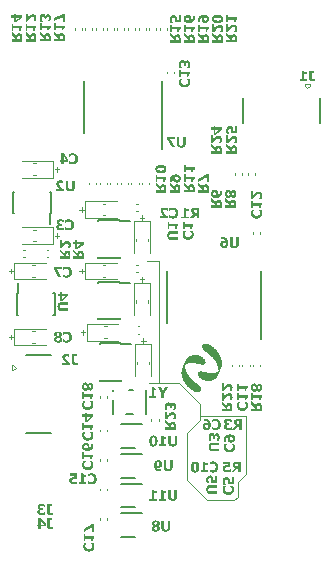
<source format=gbr>
G04*
G04 #@! TF.GenerationSoftware,Altium Limited,Altium Designer,24.9.1 (31)*
G04*
G04 Layer_Color=32896*
%FSLAX44Y44*%
%MOMM*%
G71*
G04*
G04 #@! TF.SameCoordinates,E7EBA232-3E41-4796-8E0E-ADA696DDDB0D*
G04*
G04*
G04 #@! TF.FilePolarity,Positive*
G04*
G01*
G75*
%ADD43C,0.0500*%
%ADD44C,0.1524*%
%ADD45C,0.1250*%
%ADD46C,0.1500*%
%ADD47C,0.1200*%
G36*
X157815Y172718D02*
X158268Y172681D01*
X158660Y172657D01*
X158942Y172596D01*
X159015Y172571D01*
X159260Y172547D01*
X159432Y172522D01*
X159603Y172449D01*
X159848Y172424D01*
X159946Y172400D01*
X160118Y172326D01*
X160314Y172302D01*
X160412Y172277D01*
X160461Y172228D01*
X160608Y172204D01*
X160804Y172155D01*
X160841Y172118D01*
X160975Y172081D01*
X161073Y172057D01*
X161184Y171995D01*
X161318Y171959D01*
X161588Y171836D01*
X161686Y171812D01*
X161723Y171775D01*
X161956Y171689D01*
X162005Y171640D01*
X162103Y171616D01*
X162250Y171518D01*
X162299Y171493D01*
X162421Y171444D01*
X162642Y171322D01*
X162813Y171224D01*
X162862Y171175D01*
X162985Y171126D01*
X163034Y171077D01*
X163156Y171003D01*
X163230Y170930D01*
X163303Y170905D01*
X163364Y170844D01*
X163512Y170746D01*
X163536Y170697D01*
X163597Y170660D01*
X163646Y170635D01*
X163793Y170488D01*
X163842Y170464D01*
X164541Y169766D01*
X164565Y169717D01*
X164639Y169643D01*
X164724Y169508D01*
X164773Y169484D01*
X164810Y169447D01*
X164834Y169349D01*
X164908Y169276D01*
X164933Y169202D01*
X165006Y169129D01*
X165129Y168908D01*
X165398Y168393D01*
X165447Y168222D01*
X165496Y168173D01*
X165521Y168050D01*
X165619Y167830D01*
X165643Y167634D01*
X165692Y167438D01*
X165717Y167364D01*
X165741Y167046D01*
X165766Y166948D01*
X165741Y166335D01*
X165717Y166237D01*
X165668Y166115D01*
X165643Y165992D01*
X165619Y165894D01*
X165545Y165772D01*
X165521Y165674D01*
X165472Y165625D01*
X165398Y165502D01*
X165300Y165404D01*
X165276Y165355D01*
X165239Y165319D01*
X165190Y165294D01*
X165116Y165221D01*
X164994Y165147D01*
X164945Y165098D01*
X164822Y165025D01*
X164724Y165000D01*
X164663Y164939D01*
X164504Y164902D01*
X164369Y164841D01*
X164271Y164816D01*
X164075Y164792D01*
X163744Y164755D01*
X163671Y164730D01*
X162911Y164706D01*
X162838Y164730D01*
X162593Y164755D01*
X162421Y164779D01*
X162176Y164804D01*
X161858Y164828D01*
X161784Y164853D01*
X161637Y164877D01*
X161564Y164902D01*
X161171Y164926D01*
X161000Y165000D01*
X160706Y165025D01*
X160510Y165074D01*
X160375Y165110D01*
X160216Y165147D01*
X159971Y165172D01*
X159799Y165245D01*
X159456Y165294D01*
X159285Y165368D01*
X159040Y165392D01*
X158758Y165478D01*
X158476Y165515D01*
X158305Y165588D01*
X158084Y165613D01*
X157986Y165637D01*
X157815Y165662D01*
X157692Y165711D01*
X157349Y165735D01*
X157337Y165747D01*
X157214Y165772D01*
X157092Y165821D01*
X156810Y165858D01*
X156565Y165882D01*
X156492Y165907D01*
X156369Y165931D01*
X156271Y165956D01*
X156100Y165980D01*
X155634Y166005D01*
X155524Y166041D01*
X155303Y166066D01*
X154556Y166103D01*
X154237Y166127D01*
X152890Y166103D01*
X152792Y166078D01*
X152326Y166054D01*
X152204Y166005D01*
X151983Y165980D01*
X151738Y165956D01*
X151640Y165931D01*
X151518Y165882D01*
X151248Y165858D01*
X151028Y165760D01*
X150856Y165735D01*
X150685Y165686D01*
X150636Y165637D01*
X150464Y165613D01*
X150342Y165564D01*
X150305Y165527D01*
X150146Y165490D01*
X150023Y165417D01*
X149925Y165392D01*
X149803Y165343D01*
X149680Y165270D01*
X149558Y165221D01*
X149337Y165098D01*
X149288Y165049D01*
X149190Y165025D01*
X149141Y164975D01*
X148970Y164877D01*
X148798Y164755D01*
X148675Y164681D01*
X148578Y164583D01*
X148528Y164559D01*
X148431Y164461D01*
X148382Y164436D01*
X148296Y164351D01*
X148271Y163714D01*
X148296Y163640D01*
X148320Y163493D01*
X148345Y163248D01*
X148369Y162930D01*
X148394Y162685D01*
X148418Y162586D01*
X148443Y162513D01*
X148467Y162268D01*
X148492Y162097D01*
X148565Y161925D01*
X148590Y161705D01*
X148614Y161533D01*
X148675Y161398D01*
X148712Y161165D01*
X148737Y161067D01*
X148798Y160933D01*
X148835Y160724D01*
X148859Y160626D01*
X148908Y160577D01*
X148933Y160455D01*
X148957Y160357D01*
X149019Y160222D01*
X149055Y160087D01*
X149104Y159916D01*
X149153Y159867D01*
X149178Y159720D01*
X149288Y159463D01*
X149325Y159303D01*
X149386Y159242D01*
X149423Y159107D01*
X149447Y159009D01*
X149509Y158948D01*
X149545Y158789D01*
X149643Y158642D01*
X149668Y158495D01*
X149741Y158421D01*
X149766Y158299D01*
X149864Y158152D01*
X149888Y158103D01*
X149913Y158005D01*
X149962Y157956D01*
X150035Y157760D01*
X150084Y157711D01*
X150158Y157515D01*
X150207Y157466D01*
X150231Y157417D01*
X150280Y157294D01*
X150342Y157233D01*
X150378Y157098D01*
X150427Y157049D01*
X150623Y156682D01*
X150697Y156608D01*
X150722Y156510D01*
X150771Y156461D01*
X150967Y156118D01*
X151016Y156069D01*
X151114Y155898D01*
X151187Y155775D01*
X151260Y155702D01*
X151358Y155530D01*
X151432Y155407D01*
X151505Y155334D01*
X151530Y155285D01*
X151824Y154868D01*
X151898Y154746D01*
X151947Y154697D01*
X152008Y154611D01*
X152118Y154476D01*
X152143Y154427D01*
X152192Y154378D01*
X152265Y154256D01*
X152339Y154182D01*
X152363Y154133D01*
X152461Y154035D01*
X152486Y153986D01*
X152584Y153888D01*
X152608Y153839D01*
X152657Y153790D01*
X152731Y153668D01*
X152780Y153643D01*
X152804Y153594D01*
X152927Y153472D01*
X152951Y153423D01*
X153049Y153325D01*
X153074Y153276D01*
X153110Y153264D01*
X153196Y153153D01*
X153221Y153104D01*
X153392Y152933D01*
X153417Y152884D01*
X153711Y152590D01*
X153735Y152541D01*
X154874Y151401D01*
X154923Y151377D01*
X155242Y151058D01*
X155291Y151034D01*
X155365Y150960D01*
X155414Y150936D01*
X155536Y150813D01*
X155585Y150789D01*
X155781Y150593D01*
X155830Y150568D01*
X155928Y150470D01*
X155977Y150446D01*
X156075Y150348D01*
X156124Y150323D01*
X156173Y150274D01*
X156296Y150201D01*
X156369Y150127D01*
X156455Y150066D01*
X156479Y150017D01*
X156614Y149931D01*
X156737Y149858D01*
X156835Y149760D01*
X156884Y149735D01*
X156933Y149686D01*
X157055Y149613D01*
X157104Y149564D01*
X157227Y149490D01*
X157276Y149441D01*
X157410Y149355D01*
X157435Y149306D01*
X157594Y149221D01*
X157717Y149147D01*
X157815Y149049D01*
X157888Y149025D01*
X157949Y148963D01*
X158097Y148890D01*
X158121Y148841D01*
X158256Y148755D01*
X158378Y148682D01*
X158427Y148633D01*
X158562Y148547D01*
X158697Y148437D01*
X158746Y148412D01*
X158795Y148363D01*
X158844Y148339D01*
X158942Y148241D01*
X158991Y148216D01*
X159089Y148118D01*
X159138Y148094D01*
X159187Y148045D01*
X159309Y147971D01*
X159358Y147922D01*
X159481Y147849D01*
X159530Y147775D01*
X159579Y147751D01*
X159701Y147628D01*
X159750Y147604D01*
X159861Y147493D01*
X159995Y147383D01*
X160044Y147359D01*
X160914Y146489D01*
X160939Y146440D01*
X161037Y146342D01*
X161061Y146293D01*
X161159Y146195D01*
X161184Y146146D01*
X161257Y146072D01*
X161282Y146023D01*
X161380Y145925D01*
X161429Y145803D01*
X161478Y145754D01*
X161551Y145631D01*
X161625Y145558D01*
X161649Y145460D01*
X161735Y145374D01*
X161796Y145215D01*
X161845Y145166D01*
X161870Y145117D01*
X161919Y144945D01*
X161968Y144896D01*
X161992Y144823D01*
X162017Y144725D01*
X162066Y144602D01*
X162103Y144516D01*
X162127Y144271D01*
X162164Y144088D01*
X162188Y144014D01*
X162213Y143720D01*
X162188Y143647D01*
X162164Y143500D01*
X162139Y143426D01*
X162115Y143157D01*
X162066Y142985D01*
X162017Y142936D01*
X161992Y142838D01*
X161943Y142716D01*
X161821Y142495D01*
X161747Y142373D01*
X161392Y142017D01*
X161343Y141993D01*
X161269Y141919D01*
X161098Y141821D01*
X160828Y141674D01*
X160706Y141625D01*
X160485Y141527D01*
X160265Y141503D01*
X160093Y141429D01*
X159628Y141405D01*
X159554Y141380D01*
X158917Y141356D01*
X158844Y141380D01*
X158354Y141405D01*
X158109Y141429D01*
X157864Y141503D01*
X157619Y141527D01*
X157484Y141564D01*
X157361Y141613D01*
X157129Y141650D01*
X156908Y141748D01*
X156737Y141772D01*
X156663Y141846D01*
X156516Y141870D01*
X156418Y141895D01*
X156345Y141968D01*
X156173Y141993D01*
X156100Y142066D01*
X156002Y142091D01*
X155879Y142140D01*
X155793Y142201D01*
X155659Y142238D01*
X155597Y142299D01*
X155438Y142360D01*
X155377Y142422D01*
X155218Y142483D01*
X155205Y142520D01*
X155046Y142605D01*
X154874Y142703D01*
X154801Y142777D01*
X154678Y142826D01*
X154629Y142875D01*
X154458Y142973D01*
X154335Y143046D01*
X154286Y143095D01*
X154164Y143169D01*
X154115Y143218D01*
X153944Y143316D01*
X153895Y143365D01*
X153846Y143389D01*
X153796Y143438D01*
X153625Y143561D01*
X153502Y143634D01*
X153429Y143708D01*
X153380Y143732D01*
X153306Y143806D01*
X153184Y143879D01*
X153110Y143953D01*
X153061Y143977D01*
X152988Y144051D01*
X152865Y144124D01*
X152694Y144296D01*
X152645Y144320D01*
X152608Y144357D01*
X152473Y144467D01*
X152424Y144492D01*
X152351Y144565D01*
X152302Y144590D01*
X152106Y144786D01*
X152057Y144810D01*
X151836Y145031D01*
X151787Y145055D01*
X151469Y145374D01*
X151420Y145399D01*
X150746Y146072D01*
X150722Y146121D01*
X150378Y146464D01*
X150354Y146513D01*
X150133Y146734D01*
X150109Y146783D01*
X149974Y146918D01*
X149864Y147052D01*
X149839Y147101D01*
X149766Y147175D01*
X149741Y147224D01*
X149570Y147395D01*
X149545Y147444D01*
X149472Y147518D01*
X149447Y147567D01*
X149411Y147604D01*
X149178Y147910D01*
X149153Y147959D01*
X149117Y147971D01*
X149055Y148081D01*
X149006Y148130D01*
X148933Y148253D01*
X148859Y148326D01*
X148835Y148375D01*
X148786Y148425D01*
X148712Y148547D01*
X148675Y148584D01*
X148553Y148780D01*
X148443Y148914D01*
X148345Y149086D01*
X148271Y149159D01*
X148247Y149208D01*
X148149Y149355D01*
X148124Y149429D01*
X148026Y149527D01*
X148002Y149625D01*
X147928Y149699D01*
X147879Y149821D01*
X147830Y149870D01*
X147732Y150042D01*
X147487Y150483D01*
X147414Y150605D01*
X147328Y150740D01*
X147291Y150875D01*
X147242Y150924D01*
X146997Y151389D01*
X146899Y151634D01*
X146826Y151757D01*
X146801Y151855D01*
X146752Y151904D01*
X146728Y151977D01*
X146605Y152247D01*
X146532Y152418D01*
X146483Y152541D01*
X146458Y152639D01*
X146397Y152749D01*
X146360Y152884D01*
X146262Y153104D01*
X146238Y153202D01*
X146164Y153374D01*
X146091Y153668D01*
X146042Y153717D01*
X146017Y153864D01*
X145993Y153962D01*
X145931Y154097D01*
X145895Y154280D01*
X145870Y154378D01*
X145797Y154550D01*
X145772Y154746D01*
X145686Y155028D01*
X145650Y155309D01*
X145588Y155518D01*
X145564Y155616D01*
X145539Y155934D01*
X145503Y156143D01*
X145454Y156265D01*
X145429Y156951D01*
X145405Y157025D01*
X145380Y158372D01*
X145405Y158446D01*
X145429Y159009D01*
X145478Y159303D01*
X145503Y159401D01*
X145527Y159475D01*
X145552Y159744D01*
X145637Y160026D01*
X145674Y160259D01*
X145748Y160430D01*
X145821Y160724D01*
X145870Y160773D01*
X145895Y160994D01*
X145919Y161092D01*
X145993Y161165D01*
X146017Y161337D01*
X146042Y161435D01*
X146115Y161509D01*
X146140Y161656D01*
X146238Y161876D01*
X146287Y162072D01*
X146323Y162109D01*
X146385Y162366D01*
X146421Y162403D01*
X146470Y162525D01*
X146507Y162709D01*
X146581Y162783D01*
X146605Y162954D01*
X146703Y163101D01*
X146728Y163248D01*
X146801Y163371D01*
X146850Y163567D01*
X146924Y163689D01*
X146948Y163787D01*
X146997Y163910D01*
X147046Y163959D01*
X147071Y164130D01*
X147169Y164277D01*
X147218Y164473D01*
X147279Y164534D01*
X147316Y164669D01*
X147340Y164767D01*
X147389Y164816D01*
X147414Y164865D01*
X147438Y164963D01*
X147463Y165037D01*
X147536Y165159D01*
X147561Y165257D01*
X147634Y165380D01*
X147683Y165576D01*
X147757Y165649D01*
X147781Y165796D01*
X147879Y165943D01*
X147904Y166066D01*
X147977Y166188D01*
X148002Y166237D01*
X148124Y166507D01*
X148173Y166629D01*
X148235Y166715D01*
X148271Y166874D01*
X148320Y166923D01*
X148394Y167119D01*
X148443Y167168D01*
X148516Y167364D01*
X148565Y167413D01*
X148590Y167462D01*
X148639Y167585D01*
X148712Y167707D01*
X148761Y167830D01*
X148835Y167952D01*
X148859Y168050D01*
X148921Y168112D01*
X148982Y168271D01*
X149043Y168332D01*
X149080Y168467D01*
X149153Y168540D01*
X149202Y168663D01*
X149264Y168724D01*
X149325Y168883D01*
X149398Y168957D01*
X149447Y169079D01*
X149496Y169129D01*
X149594Y169300D01*
X149668Y169423D01*
X149717Y169472D01*
X149790Y169594D01*
X149839Y169643D01*
X149913Y169766D01*
X149986Y169839D01*
X150011Y169888D01*
X150109Y169986D01*
X150133Y170035D01*
X150354Y170256D01*
X150378Y170305D01*
X150685Y170611D01*
X150734Y170635D01*
X150881Y170782D01*
X150930Y170807D01*
X150954Y170856D01*
X151003Y170880D01*
X151077Y170954D01*
X151199Y171027D01*
X151248Y171077D01*
X151371Y171150D01*
X151444Y171224D01*
X151493Y171248D01*
X151579Y171334D01*
X151738Y171395D01*
X151787Y171444D01*
X151910Y171518D01*
X151959Y171567D01*
X152008Y171591D01*
X152130Y171640D01*
X152179Y171689D01*
X152375Y171763D01*
X152424Y171812D01*
X152473Y171836D01*
X152571Y171861D01*
X152645Y171934D01*
X152767Y171959D01*
X152927Y172044D01*
X153061Y172081D01*
X153159Y172106D01*
X153221Y172167D01*
X153404Y172204D01*
X153625Y172302D01*
X153796Y172326D01*
X153968Y172400D01*
X154164Y172424D01*
X154360Y172473D01*
X154482Y172522D01*
X154703Y172547D01*
X154874Y172571D01*
X155071Y172620D01*
X155144Y172645D01*
X155708Y172669D01*
X155842Y172706D01*
X156026Y172694D01*
X156100Y172718D01*
X157741Y172743D01*
X157815Y172718D01*
D02*
G37*
G36*
X166623Y182286D02*
X166819Y182262D01*
X166978Y182200D01*
X167297Y182176D01*
X167395Y182151D01*
X167518Y182102D01*
X167714Y182078D01*
X167910Y182029D01*
X167959Y181980D01*
X168253Y181931D01*
X168326Y181857D01*
X168498Y181833D01*
X168645Y181735D01*
X168841Y181710D01*
X168914Y181637D01*
X169037Y181588D01*
X169135Y181563D01*
X169184Y181514D01*
X169257Y181490D01*
X169380Y181441D01*
X169502Y181367D01*
X169649Y181269D01*
X169747Y181245D01*
X169821Y181171D01*
X169870Y181147D01*
X169992Y181098D01*
X170005Y181061D01*
X170164Y181000D01*
X170213Y180951D01*
X170347Y180865D01*
X170543Y180742D01*
X170850Y180534D01*
X170899Y180510D01*
X170923Y180461D01*
X171095Y180363D01*
X171217Y180289D01*
X171266Y180240D01*
X171389Y180167D01*
X171401Y180130D01*
X171511Y180069D01*
X171560Y180020D01*
X171683Y179946D01*
X171756Y179873D01*
X171805Y179848D01*
X171903Y179750D01*
X171952Y179726D01*
X172001Y179677D01*
X172124Y179603D01*
X172197Y179530D01*
X172246Y179505D01*
X172344Y179407D01*
X172393Y179383D01*
X172491Y179285D01*
X172540Y179260D01*
X172638Y179162D01*
X172687Y179138D01*
X172785Y179040D01*
X172834Y179015D01*
X172908Y178942D01*
X172957Y178917D01*
X173178Y178696D01*
X173227Y178672D01*
X173570Y178329D01*
X173619Y178305D01*
X174415Y177508D01*
X174439Y177459D01*
X174782Y177116D01*
X174807Y177067D01*
X175027Y176847D01*
X175052Y176798D01*
X175125Y176724D01*
X175150Y176675D01*
X175248Y176577D01*
X175272Y176528D01*
X175370Y176430D01*
X175395Y176381D01*
X175493Y176283D01*
X175517Y176234D01*
X175615Y176136D01*
X175640Y176087D01*
X175689Y176038D01*
X175762Y175916D01*
X175860Y175818D01*
X175885Y175769D01*
X175958Y175695D01*
X175983Y175646D01*
X176032Y175597D01*
X176130Y175425D01*
X176203Y175352D01*
X176228Y175303D01*
X176289Y175242D01*
X176497Y174935D01*
X176620Y174764D01*
X176718Y174592D01*
X176767Y174543D01*
X176840Y174421D01*
X176914Y174347D01*
X176938Y174249D01*
X176987Y174200D01*
X177085Y174029D01*
X177134Y173980D01*
X177159Y173906D01*
X177208Y173857D01*
X177330Y173637D01*
X177404Y173514D01*
X177490Y173380D01*
X177539Y173257D01*
X177588Y173233D01*
X177612Y173184D01*
X177649Y173049D01*
X177723Y172975D01*
X177747Y172926D01*
X177796Y172804D01*
X177869Y172681D01*
X177919Y172559D01*
X177992Y172436D01*
X178017Y172338D01*
X178090Y172265D01*
X178115Y172142D01*
X178176Y172081D01*
X178262Y171848D01*
X178311Y171799D01*
X178335Y171701D01*
X178384Y171579D01*
X178433Y171530D01*
X178458Y171432D01*
X178543Y171273D01*
X178580Y171138D01*
X178678Y170917D01*
X178727Y170746D01*
X178776Y170697D01*
X178850Y170403D01*
X178899Y170354D01*
X178923Y170207D01*
X178948Y170109D01*
X179021Y169986D01*
X179046Y169839D01*
X179119Y169668D01*
X179168Y169472D01*
X179193Y169300D01*
X179242Y169251D01*
X179266Y169129D01*
X179291Y168957D01*
X179364Y168785D01*
X179389Y168540D01*
X179438Y168344D01*
X179487Y168222D01*
X179511Y167903D01*
X179536Y167732D01*
X179609Y167560D01*
X179634Y166899D01*
X179658Y166825D01*
X179683Y166507D01*
X179658Y166433D01*
X179707Y166311D01*
X179732Y165527D01*
X179707Y165453D01*
X179683Y165110D01*
X179658Y165037D01*
X179634Y164498D01*
X179609Y164424D01*
X179585Y164228D01*
X179536Y164106D01*
X179511Y163836D01*
X179487Y163738D01*
X179413Y163567D01*
X179389Y163371D01*
X179340Y163199D01*
X179303Y163162D01*
X179266Y162979D01*
X179242Y162881D01*
X179193Y162832D01*
X179144Y162611D01*
X179119Y162513D01*
X179070Y162464D01*
X179046Y162317D01*
X179021Y162219D01*
X178948Y162097D01*
X178923Y161950D01*
X178837Y161790D01*
X178801Y161631D01*
X178703Y161411D01*
X178654Y161214D01*
X178605Y161165D01*
X178556Y160969D01*
X178482Y160847D01*
X178458Y160724D01*
X178433Y160626D01*
X178372Y160565D01*
X178335Y160430D01*
X178286Y160259D01*
X178249Y160222D01*
X178213Y160087D01*
X178127Y159928D01*
X178090Y159769D01*
X178004Y159610D01*
X177968Y159450D01*
X177894Y159377D01*
X177845Y159181D01*
X177772Y159058D01*
X177723Y158862D01*
X177673Y158813D01*
X177649Y158764D01*
Y158740D01*
X177600Y158593D01*
X177526Y158470D01*
X177502Y158372D01*
X177416Y158213D01*
X177379Y158054D01*
X177306Y157980D01*
X177257Y157784D01*
X177183Y157711D01*
X177159Y157564D01*
X177098Y157502D01*
X177036Y157343D01*
X177012Y157245D01*
X176938Y157172D01*
X176914Y157025D01*
X176840Y156951D01*
X176816Y156853D01*
X176767Y156731D01*
X176718Y156682D01*
X176693Y156608D01*
X176608Y156449D01*
X176546Y156290D01*
X176473Y156216D01*
X176448Y156069D01*
X176363Y155983D01*
X176326Y155824D01*
X176252Y155751D01*
X176228Y155677D01*
X176179Y155555D01*
X176130Y155506D01*
X176105Y155456D01*
X176081Y155358D01*
X176020Y155297D01*
X175958Y155138D01*
X175909Y155089D01*
X175885Y155040D01*
X175860Y154942D01*
X175787Y154868D01*
X175762Y154819D01*
X175738Y154721D01*
X175701Y154709D01*
X175652Y154660D01*
X175615Y154525D01*
X175566Y154476D01*
X175542Y154427D01*
X175468Y154354D01*
X175383Y154219D01*
X175260Y154023D01*
X175211Y153999D01*
X175174Y153937D01*
X175150Y153888D01*
X175052Y153790D01*
X175027Y153741D01*
X174978Y153692D01*
X174893Y153558D01*
X174844Y153533D01*
X174807Y153496D01*
X174782Y153447D01*
X174611Y153276D01*
X174586Y153227D01*
X174525Y153166D01*
X174476Y153141D01*
X174378Y153043D01*
X174329Y153019D01*
X174305Y152970D01*
X174256Y152945D01*
X174219Y152908D01*
X174194Y152859D01*
X174133Y152823D01*
X174084Y152798D01*
X174011Y152725D01*
X173962Y152700D01*
X173925Y152663D01*
X173790Y152553D01*
X173741Y152528D01*
X173729Y152492D01*
X173423Y152308D01*
X173349Y152234D01*
X173227Y152185D01*
X173153Y152112D01*
X173055Y152087D01*
X172981Y152014D01*
X172932Y151989D01*
X172834Y151965D01*
X172773Y151904D01*
X172614Y151842D01*
X172504Y151781D01*
X172344Y151720D01*
X172271Y151646D01*
X172124Y151622D01*
X172026Y151597D01*
X171977Y151548D01*
X171903Y151524D01*
X171805Y151499D01*
X171585Y151401D01*
X171413Y151377D01*
X171315Y151352D01*
X171266Y151303D01*
X171046Y151279D01*
X170825Y151181D01*
X170531Y151156D01*
X170286Y151083D01*
X170213Y151058D01*
X169698Y151034D01*
X169576Y150985D01*
X169502Y151009D01*
X169404Y150960D01*
X169037Y150936D01*
X168963Y150911D01*
X168926Y150924D01*
X167738Y150911D01*
X167665Y150936D01*
X167187Y150924D01*
X166966Y150948D01*
X166807Y150936D01*
X166635Y151009D01*
X166243Y151034D01*
X165949Y151083D01*
X165827Y151132D01*
X165606Y151156D01*
X165435Y151181D01*
X165263Y151254D01*
X164994Y151279D01*
X164871Y151328D01*
X164834Y151365D01*
X164626Y151401D01*
X164455Y151475D01*
X164308Y151499D01*
X164087Y151597D01*
X163940Y151622D01*
X163818Y151671D01*
X163781Y151708D01*
X163646Y151744D01*
X163548Y151769D01*
X163512Y151806D01*
X163279Y151891D01*
X163217Y151953D01*
X163034Y151989D01*
X162960Y152063D01*
X162911Y152087D01*
X162789Y152136D01*
X162421Y152332D01*
X162372Y152381D01*
X162152Y152504D01*
X162029Y152577D01*
X161931Y152676D01*
X161833Y152700D01*
X161760Y152774D01*
X161710Y152798D01*
X161613Y152896D01*
X161564Y152921D01*
X161514Y152970D01*
X161392Y153043D01*
X161282Y153153D01*
X161147Y153264D01*
X161098Y153288D01*
X161086Y153325D01*
X161024Y153386D01*
X160975Y153411D01*
X160963Y153447D01*
X160902Y153509D01*
X160853Y153533D01*
X160841Y153570D01*
X160681Y153729D01*
X160632Y153754D01*
X160596Y153815D01*
X160571Y153864D01*
X160522Y153913D01*
X160461Y153999D01*
X160351Y154133D01*
X160326Y154182D01*
X160289Y154195D01*
X160253Y154256D01*
X160228Y154305D01*
X160155Y154378D01*
X160106Y154501D01*
X160032Y154574D01*
X159983Y154697D01*
X159910Y154770D01*
X159885Y154868D01*
X159787Y155015D01*
X159763Y155138D01*
X159701Y155199D01*
X159640Y155358D01*
X159616Y155456D01*
X159567Y155506D01*
X159542Y155628D01*
X159518Y155726D01*
X159456Y155836D01*
X159420Y156020D01*
X159395Y156192D01*
X159322Y156363D01*
X159297Y157074D01*
X159322Y157319D01*
X159395Y157490D01*
X159420Y157686D01*
X159444Y157784D01*
X159505Y157845D01*
X159567Y158005D01*
X159616Y158054D01*
X159640Y158127D01*
X159738Y158225D01*
X159763Y158274D01*
X159799Y158311D01*
X159848Y158336D01*
X159897Y158409D01*
X159946Y158434D01*
X160044Y158532D01*
X160167Y158581D01*
X160240Y158654D01*
X160338Y158679D01*
X160461Y158728D01*
X160498Y158764D01*
X160681Y158801D01*
X160853Y158875D01*
X161073Y158899D01*
X161318Y158924D01*
X161392Y158899D01*
X161465Y158924D01*
X161956Y158948D01*
X162127Y158924D01*
X162201Y158899D01*
X162274Y158924D01*
X162666Y158899D01*
X162985Y158875D01*
X163058Y158850D01*
X163254Y158801D01*
X163646Y158777D01*
X163842Y158728D01*
X163916Y158703D01*
X164087Y158679D01*
X164332Y158654D01*
X164430Y158630D01*
X164553Y158581D01*
X164798Y158556D01*
X164994Y158507D01*
X165116Y158458D01*
X165410Y158434D01*
X165631Y158336D01*
X165900Y158311D01*
X165998Y158287D01*
X166133Y158225D01*
X166439Y158188D01*
X166599Y158127D01*
X166758Y158090D01*
X167003Y158066D01*
X167174Y157992D01*
X167468Y157968D01*
X167665Y157919D01*
X167787Y157870D01*
X168204Y157845D01*
X168302Y157821D01*
X168424Y157772D01*
X168498Y157747D01*
X168939Y157723D01*
X169012Y157698D01*
X169061Y157723D01*
X169233Y157649D01*
X169306Y157674D01*
X169355Y157649D01*
X169723Y157625D01*
X169796Y157600D01*
X169808Y157613D01*
X170311Y157600D01*
X170409Y157576D01*
X170543Y157539D01*
X171805Y157551D01*
X171879Y157527D01*
X172063Y157588D01*
X172859Y157625D01*
X172957Y157649D01*
X173079Y157698D01*
X173324Y157723D01*
X173496Y157747D01*
X173594Y157772D01*
X173717Y157821D01*
X173937Y157845D01*
X174109Y157894D01*
X174158Y157943D01*
X174378Y157968D01*
X174501Y158017D01*
X174537Y158054D01*
X174635Y158078D01*
X174795Y158115D01*
X174856Y158176D01*
X175040Y158213D01*
X175113Y158287D01*
X175211Y158311D01*
X175334Y158360D01*
X175456Y158434D01*
X175579Y158483D01*
X175824Y158630D01*
X175995Y158728D01*
X176118Y158801D01*
X176289Y158924D01*
X176338Y158948D01*
X176350Y158985D01*
X176583Y159144D01*
X176632Y159169D01*
X176706Y159242D01*
X176755Y159267D01*
X176791Y159303D01*
X176816Y159744D01*
X176791Y159818D01*
X176767Y160136D01*
X176730Y160271D01*
X176693Y160847D01*
X176669Y161018D01*
X176620Y161141D01*
X176595Y161337D01*
X176571Y161582D01*
X176546Y161680D01*
X176497Y161803D01*
X176448Y162146D01*
X176375Y162317D01*
X176350Y162488D01*
X176326Y162586D01*
X176252Y162758D01*
X176228Y162954D01*
X176203Y163052D01*
X176154Y163101D01*
X176105Y163322D01*
X176007Y163542D01*
X175983Y163714D01*
X175909Y163836D01*
X175885Y163934D01*
X175836Y164106D01*
X175787Y164155D01*
X175738Y164351D01*
X175664Y164473D01*
X175615Y164669D01*
X175566Y164718D01*
X175517Y164841D01*
X175493Y164914D01*
X175419Y165037D01*
X175370Y165208D01*
X175309Y165270D01*
X175272Y165453D01*
X175187Y165539D01*
X175150Y165698D01*
X175076Y165772D01*
X175052Y165821D01*
X175027Y165919D01*
X174954Y165992D01*
X174929Y166139D01*
X174844Y166225D01*
X174782Y166384D01*
X174733Y166433D01*
X174684Y166556D01*
X174611Y166629D01*
X174586Y166752D01*
X174488Y166850D01*
X174464Y166899D01*
X174415Y167021D01*
X174317Y167193D01*
X174268Y167242D01*
X174219Y167364D01*
X174145Y167438D01*
X174096Y167560D01*
X174047Y167609D01*
X173949Y167781D01*
X173876Y167903D01*
X173802Y167977D01*
X173704Y168148D01*
X173631Y168271D01*
X173557Y168344D01*
X173533Y168393D01*
X173447Y168479D01*
X173398Y168602D01*
X173288Y168736D01*
X173263Y168785D01*
X173214Y168810D01*
X173116Y168982D01*
X173043Y169104D01*
X172969Y169153D01*
X172945Y169202D01*
X172847Y169300D01*
X172822Y169349D01*
X172687Y169533D01*
X172577Y169668D01*
X172553Y169717D01*
X172504Y169741D01*
X172479Y169790D01*
X172381Y169888D01*
X172357Y169937D01*
X172308Y169986D01*
X172234Y170109D01*
X172136Y170207D01*
X172112Y170256D01*
X171916Y170452D01*
X171891Y170501D01*
X171793Y170599D01*
X171732Y170684D01*
X171683Y170709D01*
X171671Y170746D01*
X171475Y170942D01*
X171401Y171064D01*
X170213Y172253D01*
X170090Y172326D01*
X169857Y172559D01*
X169723Y172669D01*
X169674Y172694D01*
X169661Y172730D01*
X169600Y172792D01*
X169551Y172816D01*
X169355Y173012D01*
X169306Y173037D01*
X169233Y173110D01*
X169184Y173135D01*
X169110Y173208D01*
X169061Y173233D01*
X169024Y173269D01*
X168890Y173380D01*
X168841Y173404D01*
X168816Y173453D01*
X168767Y173478D01*
X168669Y173576D01*
X168620Y173600D01*
X168583Y173637D01*
X168387Y173759D01*
X168363Y173808D01*
X168240Y173882D01*
X168216Y173931D01*
X168130Y173968D01*
X168081Y174017D01*
X167959Y174090D01*
X167910Y174139D01*
X167775Y174225D01*
X167640Y174335D01*
X167468Y174433D01*
X167370Y174531D01*
X167321Y174556D01*
X167003Y174776D01*
X166954Y174801D01*
X166880Y174874D01*
X166758Y174923D01*
X166684Y174997D01*
X166635Y175021D01*
X166586Y175070D01*
X166415Y175193D01*
X166292Y175266D01*
X166194Y175364D01*
X166145Y175389D01*
X166109Y175425D01*
X165974Y175536D01*
X165851Y175609D01*
X165753Y175707D01*
X165704Y175732D01*
X165631Y175805D01*
X165582Y175830D01*
X165545Y175867D01*
X165521Y175916D01*
X165447Y175965D01*
X165312Y176075D01*
X165263Y176099D01*
X165153Y176210D01*
X165018Y176320D01*
X164969Y176344D01*
X164957Y176381D01*
X164859Y176455D01*
X164834Y176504D01*
X164798Y176540D01*
X164749Y176565D01*
X164700Y176638D01*
X164651Y176663D01*
X164577Y176761D01*
X164528Y176785D01*
X164492Y176822D01*
X164467Y176871D01*
X164394Y176920D01*
X164369Y176969D01*
X164271Y177043D01*
X164247Y177092D01*
X164210Y177128D01*
X164161Y177153D01*
X164124Y177214D01*
X164100Y177263D01*
X164026Y177337D01*
X164002Y177386D01*
X163904Y177484D01*
X163879Y177533D01*
X163842Y177570D01*
X163732Y177704D01*
X163610Y177876D01*
X163512Y178047D01*
X163438Y178121D01*
X163291Y178390D01*
X163205Y178549D01*
X163144Y178709D01*
X163095Y178758D01*
X163070Y178856D01*
X163046Y179027D01*
X162972Y179101D01*
X162948Y179395D01*
X162923Y179468D01*
X162899Y180105D01*
X162923Y180179D01*
X162948Y180473D01*
X162972Y180571D01*
X163034Y180681D01*
X163070Y180865D01*
X163144Y180938D01*
X163168Y180987D01*
X163193Y181085D01*
X163242Y181134D01*
X163315Y181257D01*
X163340Y181306D01*
X163634Y181600D01*
X163769Y181710D01*
X163818Y181735D01*
X163867Y181784D01*
X164038Y181882D01*
X164161Y181955D01*
X164259Y181980D01*
X164332Y182053D01*
X164528Y182078D01*
X164688Y182164D01*
X164969Y182200D01*
X165067Y182225D01*
X165239Y182298D01*
X166623Y182286D01*
D02*
G37*
G36*
X249188Y413462D02*
X249219Y413348D01*
X249251Y413244D01*
X249282Y413150D01*
X249313Y413077D01*
X249334Y413025D01*
X249355Y412994D01*
X249365Y412983D01*
X249428Y412900D01*
X249501Y412827D01*
X249573Y412754D01*
X249646Y412702D01*
X249709Y412660D01*
X249761Y412629D01*
X249803Y412608D01*
X249813Y412598D01*
X249917Y412556D01*
X250021Y412515D01*
X250136Y412483D01*
X250240Y412463D01*
X250334Y412442D01*
X250407Y412431D01*
X250459Y412421D01*
X250480D01*
X250782Y412390D01*
X250917Y412379D01*
X251042D01*
X251146Y412369D01*
X251302D01*
Y410890D01*
X249396D01*
Y406110D01*
X251302D01*
Y404538D01*
X245335D01*
Y406110D01*
X247199D01*
Y413598D01*
X249178D01*
X249188Y413462D01*
D02*
G37*
G36*
X257644Y411921D02*
X255582D01*
Y408307D01*
Y408130D01*
Y407974D01*
X255593Y407818D01*
Y407693D01*
Y407579D01*
X255603Y407506D01*
Y407453D01*
Y407433D01*
X255614Y407297D01*
X255634Y407162D01*
X255655Y407047D01*
X255687Y406943D01*
X255707Y406860D01*
X255739Y406797D01*
X255749Y406756D01*
X255760Y406745D01*
X255822Y406641D01*
X255884Y406548D01*
X255968Y406464D01*
X256041Y406402D01*
X256103Y406350D01*
X256166Y406308D01*
X256207Y406287D01*
X256218Y406277D01*
X256353Y406225D01*
X256499Y406183D01*
X256645Y406152D01*
X256801Y406131D01*
X256926Y406120D01*
X257040Y406110D01*
X257301D01*
X257457Y406120D01*
X257582Y406141D01*
X257696Y406162D01*
X257780Y406173D01*
X257853Y406193D01*
X257894Y406204D01*
X257905D01*
X258113Y406277D01*
X258207Y406308D01*
X258290Y406339D01*
X258363Y406371D01*
X258415Y406391D01*
X258457Y406412D01*
X258665D01*
Y404569D01*
X258509Y404548D01*
X258353Y404517D01*
X258196Y404496D01*
X258061Y404486D01*
X257936Y404475D01*
X257832Y404465D01*
X257769Y404454D01*
X257749D01*
X257342Y404423D01*
X257155Y404413D01*
X256978D01*
X256832Y404402D01*
X256613D01*
X256322Y404413D01*
X256051Y404434D01*
X255812Y404465D01*
X255603Y404496D01*
X255509Y404517D01*
X255437Y404527D01*
X255364Y404548D01*
X255301Y404558D01*
X255260Y404569D01*
X255228Y404579D01*
X255208Y404590D01*
X255197D01*
X254968Y404673D01*
X254770Y404767D01*
X254583Y404871D01*
X254426Y404965D01*
X254301Y405058D01*
X254208Y405131D01*
X254145Y405173D01*
X254125Y405194D01*
X253979Y405340D01*
X253854Y405485D01*
X253750Y405631D01*
X253666Y405777D01*
X253604Y405891D01*
X253562Y405996D01*
X253531Y406058D01*
X253520Y406068D01*
Y406079D01*
X253447Y406277D01*
X253396Y406475D01*
X253364Y406662D01*
X253333Y406829D01*
X253323Y406974D01*
X253312Y407089D01*
Y407131D01*
Y407162D01*
Y407172D01*
Y407183D01*
Y413567D01*
X257644D01*
Y411921D01*
D02*
G37*
G36*
X186828Y366664D02*
X187089Y366632D01*
X187328Y366580D01*
X187526Y366528D01*
X187682Y366476D01*
X187745Y366455D01*
X187807Y366424D01*
X187849Y366414D01*
X187880Y366393D01*
X187891Y366382D01*
X187901D01*
X188099Y366268D01*
X188276Y366143D01*
X188432Y366008D01*
X188557Y365872D01*
X188661Y365758D01*
X188734Y365664D01*
X188786Y365601D01*
X188797Y365591D01*
Y365581D01*
X188890Y365414D01*
X188974Y365247D01*
X189047Y365081D01*
X189099Y364935D01*
X189151Y364799D01*
X189182Y364695D01*
X189192Y364654D01*
Y364622D01*
X189203Y364612D01*
Y364602D01*
X189244Y364393D01*
X189286Y364185D01*
X189307Y363977D01*
X189317Y363800D01*
X189328Y363633D01*
X189338Y363571D01*
Y363154D01*
X189328Y363092D01*
Y363008D01*
X189317Y362842D01*
Y362706D01*
X189307Y362654D01*
Y362581D01*
X190807D01*
Y366424D01*
X192514D01*
Y360436D01*
X187443D01*
Y360624D01*
X187474Y360759D01*
X187505Y360905D01*
X187537Y361040D01*
X187557Y361165D01*
X187578Y361280D01*
X187599Y361363D01*
X187610Y361425D01*
Y361446D01*
X187661Y361800D01*
X187672Y361956D01*
X187682Y362102D01*
X187693Y362227D01*
Y362540D01*
X187682Y362675D01*
X187672Y362800D01*
X187661Y362915D01*
X187651Y363019D01*
X187641Y363102D01*
X187630Y363154D01*
Y363175D01*
X187599Y363331D01*
X187568Y363477D01*
X187516Y363602D01*
X187474Y363717D01*
X187432Y363800D01*
X187401Y363873D01*
X187380Y363914D01*
X187370Y363925D01*
X187255Y364071D01*
X187130Y364175D01*
X187078Y364216D01*
X187037Y364248D01*
X187005Y364258D01*
X186995Y364268D01*
X186901Y364310D01*
X186818Y364352D01*
X186724Y364373D01*
X186641Y364383D01*
X186568Y364393D01*
X186506Y364404D01*
X186464D01*
X186453D01*
X186318D01*
X186204Y364383D01*
X186099Y364373D01*
X186016Y364352D01*
X185943Y364331D01*
X185891Y364320D01*
X185860Y364300D01*
X185849D01*
X185693Y364206D01*
X185620Y364164D01*
X185558Y364112D01*
X185516Y364071D01*
X185475Y364039D01*
X185454Y364019D01*
X185443Y364008D01*
X185360Y363904D01*
X185287Y363800D01*
X185235Y363696D01*
X185193Y363591D01*
X185162Y363498D01*
X185141Y363425D01*
X185121Y363373D01*
Y363352D01*
X185089Y363206D01*
X185068Y363060D01*
X185058Y362935D01*
X185048Y362821D01*
X185037Y362727D01*
Y362446D01*
X185048Y362300D01*
X185068Y362175D01*
X185079Y362071D01*
X185100Y361977D01*
X185110Y361915D01*
X185121Y361863D01*
Y361852D01*
X185193Y361613D01*
X185225Y361498D01*
X185256Y361405D01*
X185287Y361321D01*
X185308Y361248D01*
X185329Y361207D01*
Y361196D01*
X185381Y361071D01*
X185422Y360967D01*
X185475Y360863D01*
X185506Y360790D01*
X185548Y360717D01*
X185568Y360676D01*
X185579Y360644D01*
X185589Y360634D01*
X185683Y360488D01*
X185756Y360363D01*
X185777Y360311D01*
X185797Y360280D01*
X185818Y360259D01*
Y360051D01*
X183840D01*
X183767Y360238D01*
X183694Y360436D01*
X183631Y360634D01*
X183579Y360821D01*
X183538Y360988D01*
X183517Y361061D01*
X183506Y361123D01*
X183496Y361165D01*
X183486Y361207D01*
X183475Y361227D01*
Y361238D01*
X183423Y361519D01*
X183381Y361821D01*
X183350Y362113D01*
X183329Y362383D01*
X183319Y362509D01*
X183309Y362623D01*
Y362717D01*
X183298Y362811D01*
Y362977D01*
X183309Y363321D01*
X183329Y363633D01*
X183371Y363904D01*
X183392Y364029D01*
X183413Y364143D01*
X183433Y364237D01*
X183454Y364331D01*
X183475Y364404D01*
X183496Y364466D01*
X183506Y364518D01*
X183517Y364550D01*
X183527Y364570D01*
Y364581D01*
X183621Y364820D01*
X183735Y365029D01*
X183840Y365227D01*
X183954Y365393D01*
X184048Y365518D01*
X184121Y365622D01*
X184173Y365685D01*
X184194Y365706D01*
X184360Y365872D01*
X184537Y366018D01*
X184714Y366143D01*
X184881Y366247D01*
X185016Y366320D01*
X185131Y366382D01*
X185173Y366403D01*
X185204Y366414D01*
X185225Y366424D01*
X185235D01*
X185464Y366507D01*
X185693Y366570D01*
X185912Y366612D01*
X186110Y366643D01*
X186287Y366664D01*
X186360D01*
X186422Y366674D01*
X186464D01*
X186506D01*
X186526D01*
X186537D01*
X186828Y366664D01*
D02*
G37*
G36*
X185193Y355125D02*
X185266Y355229D01*
X185360Y355344D01*
X185454Y355469D01*
X185548Y355594D01*
X185641Y355698D01*
X185714Y355791D01*
X185756Y355854D01*
X185777Y355864D01*
Y355875D01*
X185943Y356073D01*
X186110Y356260D01*
X186266Y356437D01*
X186422Y356604D01*
X186547Y356739D01*
X186651Y356843D01*
X186693Y356885D01*
X186724Y356916D01*
X186735Y356927D01*
X186745Y356937D01*
X186912Y357093D01*
X187068Y357239D01*
X187224Y357374D01*
X187380Y357499D01*
X187516Y357614D01*
X187651Y357718D01*
X187787Y357812D01*
X187901Y357895D01*
X188005Y357958D01*
X188099Y358020D01*
X188193Y358072D01*
X188255Y358114D01*
X188318Y358145D01*
X188359Y358166D01*
X188380Y358187D01*
X188391D01*
X188682Y358312D01*
X188963Y358405D01*
X189224Y358478D01*
X189463Y358520D01*
X189578Y358541D01*
X189671Y358551D01*
X189755Y358562D01*
X189828D01*
X189880Y358572D01*
X189932D01*
X189953D01*
X189963D01*
X190203Y358562D01*
X190421Y358541D01*
X190630Y358499D01*
X190827Y358447D01*
X191004Y358374D01*
X191171Y358312D01*
X191327Y358228D01*
X191463Y358155D01*
X191577Y358083D01*
X191692Y357999D01*
X191775Y357937D01*
X191848Y357874D01*
X191910Y357812D01*
X191952Y357770D01*
X191973Y357749D01*
X191983Y357739D01*
X192108Y357572D01*
X192223Y357395D01*
X192317Y357208D01*
X192400Y357010D01*
X192473Y356802D01*
X192525Y356604D01*
X192577Y356406D01*
X192608Y356208D01*
X192639Y356021D01*
X192660Y355854D01*
X192681Y355698D01*
X192691Y355562D01*
X192702Y355458D01*
Y355302D01*
X192691Y355021D01*
X192671Y354740D01*
X192639Y354479D01*
X192608Y354240D01*
X192587Y354125D01*
X192567Y354031D01*
X192546Y353948D01*
X192535Y353875D01*
X192525Y353813D01*
X192514Y353771D01*
X192504Y353740D01*
Y353730D01*
X192431Y353448D01*
X192369Y353198D01*
X192306Y353000D01*
X192244Y352834D01*
X192202Y352709D01*
X192160Y352615D01*
X192139Y352563D01*
X192129Y352542D01*
X190171D01*
Y352709D01*
X190234Y352813D01*
X190296Y352917D01*
X190327Y352969D01*
X190359Y353011D01*
X190369Y353032D01*
X190380Y353042D01*
X190484Y353219D01*
X190577Y353386D01*
X190609Y353459D01*
X190640Y353521D01*
X190650Y353563D01*
X190661Y353573D01*
X190755Y353802D01*
X190786Y353907D01*
X190817Y354000D01*
X190848Y354073D01*
X190869Y354136D01*
X190879Y354177D01*
Y354188D01*
X190931Y354427D01*
X190942Y354531D01*
X190952Y354636D01*
X190963Y354719D01*
Y354844D01*
X190952Y355083D01*
X190911Y355292D01*
X190859Y355479D01*
X190796Y355625D01*
X190723Y355739D01*
X190671Y355823D01*
X190630Y355875D01*
X190619Y355896D01*
X190484Y356021D01*
X190327Y356114D01*
X190171Y356187D01*
X190015Y356229D01*
X189869Y356260D01*
X189755Y356270D01*
X189713Y356281D01*
X189682D01*
X189661D01*
X189651D01*
X189442Y356270D01*
X189244Y356239D01*
X189067Y356187D01*
X188901Y356135D01*
X188765Y356073D01*
X188661Y356031D01*
X188620Y356010D01*
X188588Y355989D01*
X188578Y355979D01*
X188568D01*
X188370Y355854D01*
X188161Y355698D01*
X187953Y355541D01*
X187766Y355385D01*
X187599Y355239D01*
X187526Y355187D01*
X187464Y355125D01*
X187422Y355083D01*
X187380Y355052D01*
X187360Y355031D01*
X187349Y355021D01*
X187141Y354823D01*
X186943Y354625D01*
X186756Y354417D01*
X186579Y354240D01*
X186433Y354073D01*
X186370Y354011D01*
X186318Y353948D01*
X186276Y353896D01*
X186245Y353865D01*
X186224Y353844D01*
X186214Y353834D01*
X185985Y353573D01*
X185766Y353313D01*
X185558Y353063D01*
X185360Y352834D01*
X185277Y352719D01*
X185193Y352626D01*
X185131Y352542D01*
X185068Y352469D01*
X185016Y352407D01*
X184985Y352365D01*
X184964Y352334D01*
X184954Y352324D01*
X183486D01*
Y358968D01*
X185193D01*
Y355125D01*
D02*
G37*
G36*
X187318Y348637D02*
X187474Y348918D01*
X187641Y349158D01*
X187818Y349376D01*
X187974Y349553D01*
X188120Y349699D01*
X188245Y349803D01*
X188286Y349835D01*
X188318Y349866D01*
X188338Y349887D01*
X188349D01*
X188474Y349970D01*
X188609Y350043D01*
X188880Y350158D01*
X189161Y350241D01*
X189432Y350293D01*
X189557Y350314D01*
X189661Y350335D01*
X189765Y350345D01*
X189859D01*
X189921Y350355D01*
X189984D01*
X190015D01*
X190026D01*
X190286Y350345D01*
X190525Y350314D01*
X190734Y350262D01*
X190911Y350210D01*
X191046Y350158D01*
X191150Y350105D01*
X191213Y350074D01*
X191234Y350064D01*
X191411Y349949D01*
X191556Y349824D01*
X191692Y349699D01*
X191806Y349574D01*
X191900Y349460D01*
X191973Y349376D01*
X192015Y349314D01*
X192025Y349304D01*
Y349293D01*
X192129Y349116D01*
X192212Y348939D01*
X192275Y348762D01*
X192327Y348606D01*
X192369Y348460D01*
X192390Y348356D01*
X192400Y348314D01*
X192410Y348283D01*
Y348262D01*
X192442Y348043D01*
X192473Y347825D01*
X192494Y347606D01*
X192504Y347398D01*
X192514Y347221D01*
Y343326D01*
X183486D01*
Y345586D01*
X186797D01*
Y346398D01*
X183486Y348908D01*
Y351678D01*
X187318Y348637D01*
D02*
G37*
G36*
X174130Y365607D02*
X179431D01*
Y363336D01*
X174182Y359441D01*
X172506D01*
Y363409D01*
X170381D01*
Y365607D01*
X172506D01*
Y366825D01*
X174130D01*
Y365607D01*
D02*
G37*
G36*
X172110Y354974D02*
X172183Y355078D01*
X172277Y355193D01*
X172370Y355318D01*
X172464Y355443D01*
X172558Y355547D01*
X172631Y355640D01*
X172673Y355703D01*
X172693Y355713D01*
Y355724D01*
X172860Y355922D01*
X173027Y356109D01*
X173183Y356286D01*
X173339Y356453D01*
X173464Y356588D01*
X173568Y356692D01*
X173610Y356734D01*
X173641Y356765D01*
X173651Y356776D01*
X173662Y356786D01*
X173829Y356942D01*
X173985Y357088D01*
X174141Y357223D01*
X174297Y357348D01*
X174433Y357463D01*
X174568Y357567D01*
X174703Y357661D01*
X174818Y357744D01*
X174922Y357807D01*
X175016Y357869D01*
X175109Y357921D01*
X175172Y357963D01*
X175234Y357994D01*
X175276Y358015D01*
X175297Y358036D01*
X175307D01*
X175599Y358161D01*
X175880Y358254D01*
X176140Y358327D01*
X176380Y358369D01*
X176494Y358390D01*
X176588Y358400D01*
X176672Y358411D01*
X176744D01*
X176796Y358421D01*
X176849D01*
X176869D01*
X176880D01*
X177119Y358411D01*
X177338Y358390D01*
X177546Y358348D01*
X177744Y358296D01*
X177921Y358223D01*
X178088Y358161D01*
X178244Y358077D01*
X178379Y358004D01*
X178494Y357932D01*
X178608Y357848D01*
X178692Y357786D01*
X178765Y357723D01*
X178827Y357661D01*
X178869Y357619D01*
X178890Y357598D01*
X178900Y357588D01*
X179025Y357421D01*
X179140Y357244D01*
X179233Y357057D01*
X179317Y356859D01*
X179389Y356651D01*
X179442Y356453D01*
X179494Y356255D01*
X179525Y356057D01*
X179556Y355869D01*
X179577Y355703D01*
X179598Y355547D01*
X179608Y355411D01*
X179619Y355307D01*
Y355151D01*
X179608Y354870D01*
X179587Y354589D01*
X179556Y354328D01*
X179525Y354089D01*
X179504Y353974D01*
X179483Y353881D01*
X179462Y353797D01*
X179452Y353724D01*
X179442Y353662D01*
X179431Y353620D01*
X179421Y353589D01*
Y353578D01*
X179348Y353297D01*
X179285Y353047D01*
X179223Y352850D01*
X179160Y352683D01*
X179119Y352558D01*
X179077Y352464D01*
X179056Y352412D01*
X179046Y352391D01*
X177088D01*
Y352558D01*
X177150Y352662D01*
X177213Y352766D01*
X177244Y352818D01*
X177276Y352860D01*
X177286Y352881D01*
X177296Y352891D01*
X177400Y353068D01*
X177494Y353235D01*
X177525Y353308D01*
X177557Y353370D01*
X177567Y353412D01*
X177577Y353422D01*
X177671Y353651D01*
X177703Y353755D01*
X177734Y353849D01*
X177765Y353922D01*
X177786Y353985D01*
X177796Y354026D01*
Y354037D01*
X177848Y354276D01*
X177859Y354380D01*
X177869Y354484D01*
X177880Y354568D01*
Y354693D01*
X177869Y354932D01*
X177827Y355141D01*
X177775Y355328D01*
X177713Y355474D01*
X177640Y355588D01*
X177588Y355672D01*
X177546Y355724D01*
X177536Y355745D01*
X177400Y355869D01*
X177244Y355963D01*
X177088Y356036D01*
X176932Y356078D01*
X176786Y356109D01*
X176672Y356119D01*
X176630Y356130D01*
X176599D01*
X176578D01*
X176567D01*
X176359Y356119D01*
X176161Y356088D01*
X175984Y356036D01*
X175818Y355984D01*
X175682Y355922D01*
X175578Y355880D01*
X175536Y355859D01*
X175505Y355838D01*
X175495Y355828D01*
X175484D01*
X175286Y355703D01*
X175078Y355547D01*
X174870Y355391D01*
X174682Y355234D01*
X174516Y355089D01*
X174443Y355036D01*
X174380Y354974D01*
X174339Y354932D01*
X174297Y354901D01*
X174276Y354880D01*
X174266Y354870D01*
X174058Y354672D01*
X173860Y354474D01*
X173672Y354266D01*
X173495Y354089D01*
X173349Y353922D01*
X173287Y353860D01*
X173235Y353797D01*
X173193Y353745D01*
X173162Y353714D01*
X173141Y353693D01*
X173131Y353683D01*
X172902Y353422D01*
X172683Y353162D01*
X172475Y352912D01*
X172277Y352683D01*
X172194Y352568D01*
X172110Y352475D01*
X172048Y352391D01*
X171985Y352318D01*
X171933Y352256D01*
X171902Y352214D01*
X171881Y352183D01*
X171871Y352173D01*
X170402D01*
Y358817D01*
X172110D01*
Y354974D01*
D02*
G37*
G36*
X174235Y348486D02*
X174391Y348767D01*
X174557Y349007D01*
X174734Y349225D01*
X174891Y349403D01*
X175037Y349548D01*
X175161Y349652D01*
X175203Y349684D01*
X175234Y349715D01*
X175255Y349736D01*
X175266D01*
X175391Y349819D01*
X175526Y349892D01*
X175797Y350006D01*
X176078Y350090D01*
X176349Y350142D01*
X176474Y350163D01*
X176578Y350183D01*
X176682Y350194D01*
X176776D01*
X176838Y350204D01*
X176901D01*
X176932D01*
X176942D01*
X177203Y350194D01*
X177442Y350163D01*
X177650Y350111D01*
X177827Y350059D01*
X177963Y350006D01*
X178067Y349954D01*
X178129Y349923D01*
X178150Y349913D01*
X178327Y349798D01*
X178473Y349673D01*
X178608Y349548D01*
X178723Y349423D01*
X178817Y349309D01*
X178890Y349225D01*
X178931Y349163D01*
X178942Y349152D01*
Y349142D01*
X179046Y348965D01*
X179129Y348788D01*
X179192Y348611D01*
X179244Y348455D01*
X179285Y348309D01*
X179306Y348205D01*
X179317Y348163D01*
X179327Y348132D01*
Y348111D01*
X179358Y347892D01*
X179389Y347674D01*
X179410Y347455D01*
X179421Y347247D01*
X179431Y347070D01*
Y343175D01*
X170402D01*
Y345435D01*
X173714D01*
Y346247D01*
X170402Y348757D01*
Y351527D01*
X174235Y348486D01*
D02*
G37*
G36*
X30469Y29334D02*
Y27657D01*
X26501D01*
Y25532D01*
X24304D01*
Y27657D01*
X23085D01*
Y29281D01*
X24304D01*
Y34582D01*
X26574D01*
X30469Y29334D01*
D02*
G37*
G36*
X35894Y32937D02*
X33832D01*
Y29323D01*
Y29146D01*
Y28990D01*
X33843Y28834D01*
Y28709D01*
Y28594D01*
X33853Y28521D01*
Y28469D01*
Y28448D01*
X33864Y28313D01*
X33884Y28177D01*
X33905Y28063D01*
X33937Y27959D01*
X33957Y27875D01*
X33989Y27813D01*
X33999Y27771D01*
X34009Y27761D01*
X34072Y27657D01*
X34134Y27563D01*
X34218Y27480D01*
X34291Y27417D01*
X34353Y27365D01*
X34416Y27324D01*
X34457Y27303D01*
X34468Y27292D01*
X34603Y27240D01*
X34749Y27199D01*
X34895Y27167D01*
X35051Y27147D01*
X35176Y27136D01*
X35290Y27126D01*
X35551D01*
X35707Y27136D01*
X35832Y27157D01*
X35946Y27178D01*
X36030Y27188D01*
X36103Y27209D01*
X36144Y27220D01*
X36155D01*
X36363Y27292D01*
X36457Y27324D01*
X36540Y27355D01*
X36613Y27386D01*
X36665Y27407D01*
X36707Y27428D01*
X36915D01*
Y25584D01*
X36759Y25564D01*
X36602Y25532D01*
X36446Y25512D01*
X36311Y25501D01*
X36186Y25491D01*
X36082Y25480D01*
X36019Y25470D01*
X35998D01*
X35592Y25439D01*
X35405Y25428D01*
X35228D01*
X35082Y25418D01*
X34863D01*
X34572Y25428D01*
X34301Y25449D01*
X34062Y25480D01*
X33853Y25512D01*
X33759Y25532D01*
X33686Y25543D01*
X33614Y25564D01*
X33551Y25574D01*
X33510Y25584D01*
X33478Y25595D01*
X33457Y25605D01*
X33447D01*
X33218Y25689D01*
X33020Y25782D01*
X32833Y25886D01*
X32676Y25980D01*
X32551Y26074D01*
X32458Y26147D01*
X32395Y26188D01*
X32374Y26209D01*
X32229Y26355D01*
X32104Y26501D01*
X31999Y26647D01*
X31916Y26793D01*
X31854Y26907D01*
X31812Y27011D01*
X31781Y27074D01*
X31770Y27084D01*
Y27095D01*
X31697Y27292D01*
X31645Y27490D01*
X31614Y27678D01*
X31583Y27844D01*
X31572Y27990D01*
X31562Y28105D01*
Y28146D01*
Y28177D01*
Y28188D01*
Y28198D01*
Y34582D01*
X35894D01*
Y32937D01*
D02*
G37*
G36*
X27131Y46691D02*
X27422Y46671D01*
X27693Y46639D01*
X27943Y46608D01*
X28047Y46587D01*
X28152Y46577D01*
X28235Y46556D01*
X28308Y46546D01*
X28360Y46535D01*
X28412Y46525D01*
X28433Y46515D01*
X28443D01*
X28724Y46442D01*
X28974Y46379D01*
X29183Y46306D01*
X29360Y46254D01*
X29505Y46202D01*
X29609Y46160D01*
X29672Y46140D01*
X29682Y46129D01*
X29693D01*
Y44192D01*
X29505D01*
X29453Y44223D01*
X29391Y44255D01*
X29255Y44338D01*
X29193Y44369D01*
X29141Y44400D01*
X29110Y44411D01*
X29099Y44421D01*
X28901Y44525D01*
X28808Y44567D01*
X28724Y44609D01*
X28662Y44630D01*
X28610Y44650D01*
X28579Y44671D01*
X28568D01*
X28318Y44755D01*
X28204Y44796D01*
X28099Y44827D01*
X28016Y44848D01*
X27954Y44869D01*
X27902Y44879D01*
X27891D01*
X27641Y44932D01*
X27527Y44942D01*
X27422Y44952D01*
X27339Y44963D01*
X27214D01*
X27048Y44952D01*
X26881Y44942D01*
X26818Y44932D01*
X26766D01*
X26725Y44921D01*
X26714D01*
X26506Y44890D01*
X26423Y44859D01*
X26350Y44838D01*
X26287Y44817D01*
X26246Y44796D01*
X26214Y44786D01*
X26204Y44775D01*
X26079Y44692D01*
X25975Y44609D01*
X25944Y44567D01*
X25912Y44536D01*
X25902Y44515D01*
X25892Y44505D01*
X25850Y44442D01*
X25808Y44369D01*
X25777Y44223D01*
X25767Y44151D01*
X25756Y44109D01*
Y44067D01*
Y44057D01*
X25767Y43932D01*
X25777Y43828D01*
X25798Y43734D01*
X25829Y43651D01*
X25860Y43588D01*
X25881Y43547D01*
X25892Y43515D01*
X25902Y43505D01*
X26017Y43369D01*
X26142Y43265D01*
X26194Y43234D01*
X26235Y43203D01*
X26267Y43192D01*
X26277Y43182D01*
X26371Y43140D01*
X26475Y43109D01*
X26569Y43088D01*
X26662Y43067D01*
X26746Y43057D01*
X26808Y43047D01*
X26850Y43036D01*
X26871D01*
X27131Y43015D01*
X27256D01*
X27371Y43005D01*
X27975D01*
Y41432D01*
X27350D01*
X27225Y41422D01*
X27016D01*
X26944Y41412D01*
X26871D01*
X26725Y41401D01*
X26589Y41391D01*
X26475Y41370D01*
X26371Y41349D01*
X26287Y41328D01*
X26225Y41318D01*
X26183Y41297D01*
X26173D01*
X26069Y41255D01*
X25975Y41214D01*
X25892Y41162D01*
X25819Y41110D01*
X25767Y41058D01*
X25725Y41016D01*
X25704Y40995D01*
X25694Y40985D01*
X25631Y40891D01*
X25590Y40797D01*
X25558Y40693D01*
X25538Y40589D01*
X25527Y40495D01*
X25517Y40422D01*
Y40381D01*
Y40360D01*
Y40214D01*
X25538Y40079D01*
X25558Y39975D01*
X25579Y39881D01*
X25600Y39808D01*
X25621Y39756D01*
X25631Y39725D01*
X25642Y39714D01*
X25746Y39568D01*
X25850Y39454D01*
X25902Y39412D01*
X25944Y39381D01*
X25965Y39360D01*
X25975Y39350D01*
X26079Y39287D01*
X26183Y39225D01*
X26298Y39183D01*
X26402Y39141D01*
X26496Y39121D01*
X26569Y39100D01*
X26610Y39089D01*
X26631D01*
X26777Y39069D01*
X26902Y39058D01*
X27027Y39048D01*
X27131D01*
X27214Y39037D01*
X27339D01*
X27548Y39048D01*
X27766Y39069D01*
X27975Y39110D01*
X28162Y39152D01*
X28328Y39193D01*
X28391Y39214D01*
X28454Y39235D01*
X28506Y39246D01*
X28537Y39256D01*
X28558Y39266D01*
X28568D01*
X28808Y39360D01*
X29037Y39454D01*
X29235Y39548D01*
X29412Y39641D01*
X29547Y39714D01*
X29651Y39777D01*
X29693Y39797D01*
X29724Y39818D01*
X29734Y39829D01*
X29953D01*
Y37860D01*
X29766Y37777D01*
X29568Y37704D01*
X29360Y37642D01*
X29172Y37590D01*
X28995Y37538D01*
X28922Y37517D01*
X28860Y37506D01*
X28808Y37496D01*
X28766Y37485D01*
X28745Y37475D01*
X28735D01*
X28443Y37413D01*
X28131Y37371D01*
X27829Y37340D01*
X27548Y37319D01*
X27412Y37308D01*
X27193D01*
X27100Y37298D01*
X26923D01*
X26589Y37308D01*
X26277Y37329D01*
X26006Y37361D01*
X25892Y37381D01*
X25777Y37402D01*
X25683Y37413D01*
X25590Y37434D01*
X25517Y37454D01*
X25454Y37465D01*
X25402Y37475D01*
X25371Y37485D01*
X25350Y37496D01*
X25340D01*
X25111Y37579D01*
X24892Y37673D01*
X24704Y37777D01*
X24538Y37871D01*
X24402Y37954D01*
X24298Y38017D01*
X24236Y38058D01*
X24225Y38079D01*
X24215D01*
X24048Y38225D01*
X23903Y38391D01*
X23778Y38537D01*
X23684Y38683D01*
X23601Y38819D01*
X23538Y38912D01*
X23517Y38954D01*
X23507Y38985D01*
X23496Y38996D01*
Y39006D01*
X23413Y39214D01*
X23351Y39433D01*
X23309Y39631D01*
X23278Y39818D01*
X23257Y39985D01*
Y40058D01*
X23247Y40110D01*
Y40162D01*
Y40193D01*
Y40214D01*
Y40224D01*
X23257Y40412D01*
X23278Y40578D01*
X23309Y40724D01*
X23340Y40860D01*
X23372Y40964D01*
X23403Y41047D01*
X23424Y41089D01*
X23434Y41110D01*
X23507Y41245D01*
X23580Y41360D01*
X23653Y41474D01*
X23726Y41557D01*
X23788Y41630D01*
X23840Y41682D01*
X23871Y41714D01*
X23882Y41724D01*
X23986Y41818D01*
X24100Y41891D01*
X24205Y41953D01*
X24288Y42005D01*
X24371Y42047D01*
X24434Y42078D01*
X24475Y42099D01*
X24486D01*
X24715Y42172D01*
X24819Y42203D01*
X24913Y42224D01*
X24996Y42245D01*
X25059Y42255D01*
X25100Y42266D01*
X25111D01*
Y42349D01*
X24850Y42432D01*
X24621Y42536D01*
X24413Y42661D01*
X24246Y42786D01*
X24111Y42901D01*
X24017Y42994D01*
X23976Y43036D01*
X23955Y43067D01*
X23934Y43078D01*
Y43088D01*
X23851Y43203D01*
X23788Y43317D01*
X23674Y43547D01*
X23590Y43776D01*
X23538Y43984D01*
X23507Y44171D01*
X23496Y44244D01*
Y44317D01*
X23486Y44369D01*
Y44411D01*
Y44432D01*
Y44442D01*
X23496Y44640D01*
X23528Y44827D01*
X23559Y44994D01*
X23601Y45140D01*
X23653Y45265D01*
X23684Y45359D01*
X23715Y45411D01*
X23726Y45431D01*
X23819Y45588D01*
X23934Y45733D01*
X24048Y45848D01*
X24153Y45952D01*
X24257Y46035D01*
X24340Y46098D01*
X24392Y46140D01*
X24402Y46150D01*
X24413D01*
X24580Y46244D01*
X24746Y46327D01*
X24913Y46400D01*
X25069Y46452D01*
X25215Y46504D01*
X25319Y46535D01*
X25361Y46546D01*
X25392D01*
X25413Y46556D01*
X25423D01*
X25652Y46608D01*
X25892Y46639D01*
X26121Y46671D01*
X26339Y46681D01*
X26537Y46691D01*
X26610Y46702D01*
X26818D01*
X27131Y46691D01*
D02*
G37*
G36*
X35733Y44869D02*
X33671D01*
Y41255D01*
Y41078D01*
Y40922D01*
X33681Y40766D01*
Y40641D01*
Y40526D01*
X33692Y40454D01*
Y40401D01*
Y40381D01*
X33702Y40245D01*
X33723Y40110D01*
X33744Y39995D01*
X33775Y39891D01*
X33796Y39808D01*
X33827Y39745D01*
X33837Y39704D01*
X33848Y39693D01*
X33910Y39589D01*
X33973Y39495D01*
X34056Y39412D01*
X34129Y39350D01*
X34192Y39298D01*
X34254Y39256D01*
X34296Y39235D01*
X34306Y39225D01*
X34442Y39173D01*
X34587Y39131D01*
X34733Y39100D01*
X34889Y39079D01*
X35014Y39069D01*
X35129Y39058D01*
X35389D01*
X35545Y39069D01*
X35670Y39089D01*
X35785Y39110D01*
X35868Y39121D01*
X35941Y39141D01*
X35983Y39152D01*
X35993D01*
X36202Y39225D01*
X36295Y39256D01*
X36379Y39287D01*
X36451Y39318D01*
X36504Y39339D01*
X36545Y39360D01*
X36753D01*
Y37517D01*
X36597Y37496D01*
X36441Y37465D01*
X36285Y37444D01*
X36149Y37434D01*
X36024Y37423D01*
X35920Y37413D01*
X35858Y37402D01*
X35837D01*
X35431Y37371D01*
X35243Y37361D01*
X35066D01*
X34921Y37350D01*
X34702D01*
X34410Y37361D01*
X34140Y37381D01*
X33900Y37413D01*
X33692Y37444D01*
X33598Y37465D01*
X33525Y37475D01*
X33452Y37496D01*
X33390Y37506D01*
X33348Y37517D01*
X33317Y37527D01*
X33296Y37538D01*
X33286D01*
X33056Y37621D01*
X32859Y37715D01*
X32671Y37819D01*
X32515Y37912D01*
X32390Y38006D01*
X32296Y38079D01*
X32234Y38121D01*
X32213Y38142D01*
X32067Y38287D01*
X31942Y38433D01*
X31838Y38579D01*
X31755Y38725D01*
X31692Y38839D01*
X31651Y38944D01*
X31619Y39006D01*
X31609Y39016D01*
Y39027D01*
X31536Y39225D01*
X31484Y39423D01*
X31453Y39610D01*
X31421Y39777D01*
X31411Y39922D01*
X31401Y40037D01*
Y40079D01*
Y40110D01*
Y40120D01*
Y40131D01*
Y46515D01*
X35733D01*
Y44869D01*
D02*
G37*
G36*
X130624Y140125D02*
Y136470D01*
X128354D01*
Y140240D01*
X125240Y145499D01*
X127739D01*
X129447Y142270D01*
X131217Y145499D01*
X133800D01*
X130624Y140125D01*
D02*
G37*
G36*
X122053Y145395D02*
X122084Y145280D01*
X122116Y145176D01*
X122147Y145082D01*
X122178Y145009D01*
X122199Y144957D01*
X122220Y144926D01*
X122230Y144916D01*
X122293Y144832D01*
X122366Y144760D01*
X122438Y144687D01*
X122511Y144635D01*
X122574Y144593D01*
X122626Y144562D01*
X122668Y144541D01*
X122678Y144530D01*
X122782Y144489D01*
X122886Y144447D01*
X123001Y144416D01*
X123105Y144395D01*
X123199Y144374D01*
X123272Y144364D01*
X123324Y144353D01*
X123344D01*
X123646Y144322D01*
X123782Y144312D01*
X123907D01*
X124011Y144301D01*
X124167D01*
Y142822D01*
X122261D01*
Y138042D01*
X124167D01*
Y136470D01*
X118200D01*
Y138042D01*
X120064D01*
Y145530D01*
X122043D01*
X122053Y145395D01*
D02*
G37*
G36*
X141721Y52823D02*
X141711Y52511D01*
X141679Y52230D01*
X141627Y51959D01*
X141565Y51709D01*
X141492Y51480D01*
X141409Y51261D01*
X141325Y51074D01*
X141231Y50897D01*
X141138Y50751D01*
X141054Y50615D01*
X140971Y50501D01*
X140898Y50418D01*
X140836Y50345D01*
X140784Y50293D01*
X140752Y50261D01*
X140742Y50251D01*
X140544Y50095D01*
X140336Y49959D01*
X140117Y49845D01*
X139888Y49741D01*
X139659Y49657D01*
X139430Y49595D01*
X139201Y49532D01*
X138972Y49491D01*
X138763Y49449D01*
X138566Y49418D01*
X138389Y49407D01*
X138243Y49387D01*
X138118D01*
X138024Y49376D01*
X137941D01*
X137597Y49387D01*
X137285Y49418D01*
X136983Y49460D01*
X136712Y49512D01*
X136452Y49584D01*
X136222Y49657D01*
X136014Y49741D01*
X135816Y49824D01*
X135650Y49897D01*
X135514Y49980D01*
X135389Y50053D01*
X135285Y50126D01*
X135212Y50178D01*
X135150Y50220D01*
X135119Y50251D01*
X135108Y50261D01*
X134941Y50438D01*
X134796Y50626D01*
X134660Y50834D01*
X134556Y51042D01*
X134462Y51251D01*
X134379Y51469D01*
X134317Y51678D01*
X134264Y51876D01*
X134233Y52073D01*
X134202Y52250D01*
X134181Y52407D01*
X134160Y52552D01*
Y52667D01*
X134150Y52750D01*
Y52802D01*
Y52823D01*
Y58593D01*
X136420D01*
Y52948D01*
Y52771D01*
X136441Y52604D01*
X136452Y52459D01*
X136483Y52323D01*
X136503Y52188D01*
X136535Y52073D01*
X136576Y51969D01*
X136608Y51876D01*
X136639Y51792D01*
X136681Y51730D01*
X136712Y51667D01*
X136733Y51615D01*
X136764Y51584D01*
X136774Y51553D01*
X136795Y51542D01*
Y51532D01*
X136951Y51386D01*
X137128Y51282D01*
X137316Y51199D01*
X137503Y51147D01*
X137670Y51115D01*
X137753Y51105D01*
X137816D01*
X137868Y51094D01*
X137941D01*
X138087Y51105D01*
X138222Y51115D01*
X138461Y51167D01*
X138659Y51240D01*
X138815Y51324D01*
X138940Y51407D01*
X139024Y51480D01*
X139076Y51532D01*
X139097Y51553D01*
X139159Y51646D01*
X139211Y51740D01*
X139305Y51969D01*
X139367Y52198D01*
X139409Y52428D01*
X139430Y52625D01*
X139440Y52719D01*
Y52792D01*
X139451Y52854D01*
Y52906D01*
Y52938D01*
Y52948D01*
Y58593D01*
X141721D01*
Y52823D01*
D02*
G37*
G36*
X130047Y58488D02*
X130078Y58374D01*
X130109Y58270D01*
X130141Y58176D01*
X130172Y58103D01*
X130193Y58051D01*
X130213Y58020D01*
X130224Y58009D01*
X130286Y57926D01*
X130359Y57853D01*
X130432Y57780D01*
X130505Y57728D01*
X130568Y57687D01*
X130620Y57655D01*
X130661Y57635D01*
X130672Y57624D01*
X130776Y57582D01*
X130880Y57541D01*
X130995Y57509D01*
X131099Y57489D01*
X131192Y57468D01*
X131265Y57457D01*
X131317Y57447D01*
X131338D01*
X131640Y57416D01*
X131776Y57405D01*
X131901D01*
X132005Y57395D01*
X132161D01*
Y55916D01*
X130255D01*
Y51136D01*
X132161D01*
Y49564D01*
X126194D01*
Y51136D01*
X128058D01*
Y58624D01*
X130036D01*
X130047Y58488D01*
D02*
G37*
G36*
X122132D02*
X122163Y58374D01*
X122195Y58270D01*
X122226Y58176D01*
X122257Y58103D01*
X122278Y58051D01*
X122299Y58020D01*
X122309Y58009D01*
X122372Y57926D01*
X122445Y57853D01*
X122517Y57780D01*
X122590Y57728D01*
X122653Y57687D01*
X122705Y57655D01*
X122747Y57635D01*
X122757Y57624D01*
X122861Y57582D01*
X122965Y57541D01*
X123080Y57509D01*
X123184Y57489D01*
X123278Y57468D01*
X123351Y57457D01*
X123403Y57447D01*
X123424D01*
X123726Y57416D01*
X123861Y57405D01*
X123986D01*
X124090Y57395D01*
X124246D01*
Y55916D01*
X122340D01*
Y51136D01*
X124246D01*
Y49564D01*
X118279D01*
Y51136D01*
X120143D01*
Y58624D01*
X122122D01*
X122132Y58488D01*
D02*
G37*
G36*
X141867Y98745D02*
X141856Y98433D01*
X141825Y98152D01*
X141773Y97881D01*
X141711Y97631D01*
X141638Y97402D01*
X141554Y97183D01*
X141471Y96996D01*
X141377Y96819D01*
X141284Y96673D01*
X141200Y96537D01*
X141117Y96423D01*
X141044Y96340D01*
X140982Y96267D01*
X140929Y96215D01*
X140898Y96183D01*
X140888Y96173D01*
X140690Y96017D01*
X140482Y95881D01*
X140263Y95767D01*
X140034Y95663D01*
X139805Y95579D01*
X139576Y95517D01*
X139347Y95454D01*
X139117Y95413D01*
X138909Y95371D01*
X138711Y95340D01*
X138534Y95329D01*
X138389Y95309D01*
X138264D01*
X138170Y95298D01*
X138087D01*
X137743Y95309D01*
X137430Y95340D01*
X137128Y95381D01*
X136858Y95434D01*
X136597Y95506D01*
X136368Y95579D01*
X136160Y95663D01*
X135962Y95746D01*
X135795Y95819D01*
X135660Y95902D01*
X135535Y95975D01*
X135431Y96048D01*
X135358Y96100D01*
X135295Y96142D01*
X135264Y96173D01*
X135254Y96183D01*
X135087Y96360D01*
X134941Y96548D01*
X134806Y96756D01*
X134702Y96964D01*
X134608Y97173D01*
X134525Y97391D01*
X134462Y97600D01*
X134410Y97797D01*
X134379Y97995D01*
X134348Y98172D01*
X134327Y98329D01*
X134306Y98474D01*
Y98589D01*
X134296Y98672D01*
Y98724D01*
Y98745D01*
Y104515D01*
X136566D01*
Y98870D01*
Y98693D01*
X136587Y98526D01*
X136597Y98381D01*
X136629Y98245D01*
X136649Y98110D01*
X136681Y97995D01*
X136722Y97891D01*
X136754Y97797D01*
X136785Y97714D01*
X136826Y97652D01*
X136858Y97589D01*
X136878Y97537D01*
X136910Y97506D01*
X136920Y97475D01*
X136941Y97464D01*
Y97454D01*
X137097Y97308D01*
X137274Y97204D01*
X137462Y97121D01*
X137649Y97069D01*
X137816Y97037D01*
X137899Y97027D01*
X137962D01*
X138014Y97016D01*
X138087D01*
X138232Y97027D01*
X138368Y97037D01*
X138607Y97089D01*
X138805Y97162D01*
X138961Y97246D01*
X139086Y97329D01*
X139170Y97402D01*
X139222Y97454D01*
X139242Y97475D01*
X139305Y97568D01*
X139357Y97662D01*
X139451Y97891D01*
X139513Y98120D01*
X139555Y98349D01*
X139576Y98547D01*
X139586Y98641D01*
Y98714D01*
X139597Y98776D01*
Y98828D01*
Y98860D01*
Y98870D01*
Y104515D01*
X141867D01*
Y98745D01*
D02*
G37*
G36*
X130193Y104410D02*
X130224Y104296D01*
X130255Y104192D01*
X130286Y104098D01*
X130318Y104025D01*
X130338Y103973D01*
X130359Y103942D01*
X130370Y103931D01*
X130432Y103848D01*
X130505Y103775D01*
X130578Y103702D01*
X130651Y103650D01*
X130713Y103609D01*
X130765Y103577D01*
X130807Y103556D01*
X130817Y103546D01*
X130922Y103504D01*
X131026Y103463D01*
X131140Y103431D01*
X131244Y103411D01*
X131338Y103390D01*
X131411Y103379D01*
X131463Y103369D01*
X131484D01*
X131786Y103338D01*
X131921Y103327D01*
X132046D01*
X132150Y103317D01*
X132307D01*
Y101838D01*
X130401D01*
Y97058D01*
X132307D01*
Y95485D01*
X126340D01*
Y97058D01*
X128204D01*
Y104546D01*
X130182D01*
X130193Y104410D01*
D02*
G37*
G36*
X121955Y104691D02*
X122268Y104660D01*
X122538Y104608D01*
X122663Y104577D01*
X122767Y104556D01*
X122872Y104525D01*
X122965Y104494D01*
X123038Y104473D01*
X123101Y104452D01*
X123153Y104431D01*
X123194Y104410D01*
X123215Y104400D01*
X123226D01*
X123465Y104275D01*
X123673Y104140D01*
X123861Y103994D01*
X124017Y103848D01*
X124142Y103713D01*
X124236Y103609D01*
X124267Y103567D01*
X124288Y103536D01*
X124309Y103515D01*
Y103504D01*
X124465Y103265D01*
X124590Y103015D01*
X124694Y102765D01*
X124788Y102536D01*
X124850Y102338D01*
X124881Y102255D01*
X124892Y102182D01*
X124913Y102119D01*
X124923Y102078D01*
X124934Y102046D01*
Y102036D01*
X124996Y101703D01*
X125038Y101359D01*
X125069Y101015D01*
X125090Y100703D01*
X125100Y100557D01*
Y100422D01*
Y100297D01*
X125111Y100193D01*
Y100109D01*
Y100047D01*
Y100005D01*
Y99995D01*
X125100Y99568D01*
X125079Y99183D01*
X125069Y99005D01*
X125048Y98839D01*
X125038Y98683D01*
X125017Y98537D01*
X124996Y98412D01*
X124986Y98297D01*
X124965Y98193D01*
X124954Y98110D01*
X124944Y98047D01*
X124934Y97995D01*
X124923Y97964D01*
Y97954D01*
X124840Y97641D01*
X124746Y97360D01*
X124652Y97110D01*
X124559Y96902D01*
X124507Y96808D01*
X124465Y96725D01*
X124434Y96662D01*
X124392Y96600D01*
X124371Y96558D01*
X124350Y96527D01*
X124330Y96506D01*
Y96496D01*
X124163Y96287D01*
X123975Y96100D01*
X123799Y95944D01*
X123632Y95819D01*
X123476Y95715D01*
X123351Y95642D01*
X123309Y95621D01*
X123278Y95600D01*
X123257Y95590D01*
X123246D01*
X122986Y95496D01*
X122715Y95423D01*
X122434Y95371D01*
X122184Y95340D01*
X122070Y95319D01*
X121955D01*
X121861Y95309D01*
X121778Y95298D01*
X121622D01*
X121278Y95309D01*
X120966Y95340D01*
X120685Y95392D01*
X120570Y95413D01*
X120456Y95444D01*
X120351Y95475D01*
X120268Y95496D01*
X120185Y95527D01*
X120122Y95548D01*
X120070Y95558D01*
X120039Y95579D01*
X120018Y95590D01*
X120008D01*
X119768Y95715D01*
X119560Y95860D01*
X119373Y96006D01*
X119216Y96152D01*
X119091Y96277D01*
X118998Y96392D01*
X118966Y96433D01*
X118946Y96465D01*
X118925Y96475D01*
Y96485D01*
X118779Y96714D01*
X118664Y96964D01*
X118560Y97204D01*
X118477Y97433D01*
X118414Y97641D01*
X118383Y97725D01*
X118362Y97797D01*
X118352Y97860D01*
X118342Y97902D01*
X118331Y97933D01*
Y97943D01*
X118269Y98287D01*
X118217Y98641D01*
X118185Y98985D01*
X118154Y99307D01*
Y99453D01*
X118144Y99589D01*
Y99703D01*
X118133Y99807D01*
Y99891D01*
Y99953D01*
Y99995D01*
Y100005D01*
X118144Y100422D01*
X118165Y100797D01*
X118175Y100974D01*
X118196Y101140D01*
X118206Y101286D01*
X118227Y101432D01*
X118248Y101557D01*
X118258Y101671D01*
X118279Y101765D01*
X118289Y101848D01*
X118300Y101921D01*
X118310Y101963D01*
X118321Y101994D01*
Y102005D01*
X118404Y102317D01*
X118498Y102609D01*
X118591Y102859D01*
X118696Y103067D01*
X118737Y103161D01*
X118779Y103244D01*
X118821Y103306D01*
X118852Y103369D01*
X118883Y103411D01*
X118904Y103442D01*
X118925Y103463D01*
Y103473D01*
X119091Y103692D01*
X119268Y103879D01*
X119445Y104035D01*
X119612Y104160D01*
X119768Y104264D01*
X119883Y104337D01*
X119935Y104358D01*
X119966Y104379D01*
X119987Y104389D01*
X119997D01*
X120258Y104494D01*
X120528Y104566D01*
X120799Y104629D01*
X121060Y104660D01*
X121174Y104681D01*
X121278D01*
X121372Y104691D01*
X121455Y104702D01*
X121622D01*
X121955Y104691D01*
D02*
G37*
G36*
X176422Y460710D02*
X176797Y460690D01*
X176974Y460679D01*
X177140Y460658D01*
X177286Y460648D01*
X177432Y460627D01*
X177557Y460606D01*
X177672Y460596D01*
X177765Y460575D01*
X177848Y460565D01*
X177921Y460554D01*
X177963Y460544D01*
X177994Y460533D01*
X178005D01*
X178317Y460450D01*
X178609Y460356D01*
X178859Y460263D01*
X179067Y460159D01*
X179161Y460117D01*
X179244Y460075D01*
X179306Y460034D01*
X179369Y460002D01*
X179411Y459971D01*
X179442Y459950D01*
X179463Y459929D01*
X179473D01*
X179692Y459763D01*
X179879Y459586D01*
X180035Y459409D01*
X180160Y459242D01*
X180264Y459086D01*
X180337Y458971D01*
X180358Y458919D01*
X180379Y458888D01*
X180389Y458867D01*
Y458857D01*
X180494Y458596D01*
X180567Y458326D01*
X180629Y458055D01*
X180660Y457795D01*
X180681Y457680D01*
Y457576D01*
X180692Y457482D01*
X180702Y457399D01*
Y457232D01*
X180692Y456899D01*
X180660Y456586D01*
X180608Y456316D01*
X180577Y456191D01*
X180556Y456087D01*
X180525Y455983D01*
X180494Y455889D01*
X180473Y455816D01*
X180452Y455753D01*
X180431Y455701D01*
X180410Y455660D01*
X180400Y455639D01*
Y455629D01*
X180275Y455389D01*
X180140Y455181D01*
X179994Y454993D01*
X179848Y454837D01*
X179713Y454712D01*
X179608Y454618D01*
X179567Y454587D01*
X179536Y454566D01*
X179515Y454545D01*
X179504D01*
X179265Y454389D01*
X179015Y454264D01*
X178765Y454160D01*
X178536Y454066D01*
X178338Y454004D01*
X178255Y453973D01*
X178182Y453962D01*
X178119Y453941D01*
X178078Y453931D01*
X178046Y453921D01*
X178036D01*
X177703Y453858D01*
X177359Y453816D01*
X177015Y453785D01*
X176703Y453764D01*
X176557Y453754D01*
X176422D01*
X176297D01*
X176193Y453744D01*
X176109D01*
X176047D01*
X176005D01*
X175995D01*
X175568Y453754D01*
X175182Y453775D01*
X175005Y453785D01*
X174839Y453806D01*
X174683Y453816D01*
X174537Y453837D01*
X174412Y453858D01*
X174297Y453868D01*
X174193Y453889D01*
X174110Y453900D01*
X174047Y453910D01*
X173995Y453921D01*
X173964Y453931D01*
X173954D01*
X173641Y454014D01*
X173360Y454108D01*
X173110Y454202D01*
X172902Y454296D01*
X172808Y454347D01*
X172725Y454389D01*
X172662Y454420D01*
X172600Y454462D01*
X172558Y454483D01*
X172527Y454504D01*
X172506Y454525D01*
X172496D01*
X172287Y454691D01*
X172100Y454879D01*
X171944Y455056D01*
X171819Y455222D01*
X171715Y455378D01*
X171642Y455504D01*
X171621Y455545D01*
X171600Y455576D01*
X171590Y455597D01*
Y455608D01*
X171496Y455868D01*
X171423Y456139D01*
X171371Y456420D01*
X171340Y456670D01*
X171319Y456784D01*
Y456899D01*
X171308Y456993D01*
X171298Y457076D01*
Y457232D01*
X171308Y457576D01*
X171340Y457888D01*
X171392Y458170D01*
X171413Y458284D01*
X171444Y458399D01*
X171475Y458503D01*
X171496Y458586D01*
X171527Y458669D01*
X171548Y458732D01*
X171558Y458784D01*
X171579Y458815D01*
X171590Y458836D01*
Y458846D01*
X171715Y459086D01*
X171860Y459294D01*
X172006Y459482D01*
X172152Y459638D01*
X172277Y459763D01*
X172392Y459856D01*
X172433Y459888D01*
X172465Y459909D01*
X172475Y459929D01*
X172485D01*
X172714Y460075D01*
X172964Y460190D01*
X173204Y460294D01*
X173433Y460377D01*
X173641Y460440D01*
X173724Y460471D01*
X173797Y460492D01*
X173860Y460502D01*
X173902Y460513D01*
X173933Y460523D01*
X173943D01*
X174287Y460586D01*
X174641Y460638D01*
X174985Y460669D01*
X175308Y460700D01*
X175453D01*
X175589Y460710D01*
X175703D01*
X175807Y460721D01*
X175891D01*
X175953D01*
X175995D01*
X176005D01*
X176422Y460710D01*
D02*
G37*
G36*
X173193Y449078D02*
X173266Y449182D01*
X173360Y449297D01*
X173454Y449422D01*
X173547Y449547D01*
X173641Y449651D01*
X173714Y449744D01*
X173756Y449807D01*
X173777Y449817D01*
Y449828D01*
X173943Y450026D01*
X174110Y450213D01*
X174266Y450390D01*
X174422Y450557D01*
X174547Y450692D01*
X174651Y450796D01*
X174693Y450838D01*
X174724Y450869D01*
X174735Y450880D01*
X174745Y450890D01*
X174912Y451046D01*
X175068Y451192D01*
X175224Y451328D01*
X175380Y451452D01*
X175516Y451567D01*
X175651Y451671D01*
X175786Y451765D01*
X175901Y451848D01*
X176005Y451911D01*
X176099Y451973D01*
X176193Y452025D01*
X176255Y452067D01*
X176318Y452098D01*
X176359Y452119D01*
X176380Y452140D01*
X176390D01*
X176682Y452265D01*
X176963Y452359D01*
X177224Y452431D01*
X177463Y452473D01*
X177578Y452494D01*
X177672Y452504D01*
X177755Y452515D01*
X177828D01*
X177880Y452525D01*
X177932D01*
X177953D01*
X177963D01*
X178203Y452515D01*
X178421Y452494D01*
X178629Y452452D01*
X178827Y452400D01*
X179004Y452327D01*
X179171Y452265D01*
X179327Y452181D01*
X179463Y452108D01*
X179577Y452036D01*
X179692Y451952D01*
X179775Y451890D01*
X179848Y451827D01*
X179911Y451765D01*
X179952Y451723D01*
X179973Y451702D01*
X179983Y451692D01*
X180108Y451525D01*
X180223Y451348D01*
X180317Y451161D01*
X180400Y450963D01*
X180473Y450755D01*
X180525Y450557D01*
X180577Y450359D01*
X180608Y450161D01*
X180639Y449974D01*
X180660Y449807D01*
X180681Y449651D01*
X180692Y449515D01*
X180702Y449411D01*
Y449255D01*
X180692Y448974D01*
X180671Y448693D01*
X180639Y448432D01*
X180608Y448193D01*
X180587Y448078D01*
X180567Y447985D01*
X180546Y447901D01*
X180535Y447828D01*
X180525Y447766D01*
X180515Y447724D01*
X180504Y447693D01*
Y447683D01*
X180431Y447401D01*
X180369Y447151D01*
X180306Y446954D01*
X180244Y446787D01*
X180202Y446662D01*
X180160Y446568D01*
X180140Y446516D01*
X180129Y446495D01*
X178171D01*
Y446662D01*
X178234Y446766D01*
X178296Y446870D01*
X178328Y446922D01*
X178359Y446964D01*
X178369Y446985D01*
X178380Y446995D01*
X178484Y447172D01*
X178577Y447339D01*
X178609Y447412D01*
X178640Y447474D01*
X178650Y447516D01*
X178661Y447526D01*
X178755Y447756D01*
X178786Y447860D01*
X178817Y447953D01*
X178848Y448026D01*
X178869Y448089D01*
X178880Y448130D01*
Y448141D01*
X178932Y448380D01*
X178942Y448484D01*
X178952Y448589D01*
X178963Y448672D01*
Y448797D01*
X178952Y449036D01*
X178911Y449245D01*
X178859Y449432D01*
X178796Y449578D01*
X178723Y449692D01*
X178671Y449776D01*
X178629Y449828D01*
X178619Y449849D01*
X178484Y449974D01*
X178328Y450067D01*
X178171Y450140D01*
X178015Y450182D01*
X177869Y450213D01*
X177755Y450224D01*
X177713Y450234D01*
X177682D01*
X177661D01*
X177651D01*
X177442Y450224D01*
X177244Y450192D01*
X177067Y450140D01*
X176901Y450088D01*
X176765Y450026D01*
X176661Y449984D01*
X176620Y449963D01*
X176588Y449942D01*
X176578Y449932D01*
X176568D01*
X176370Y449807D01*
X176161Y449651D01*
X175953Y449495D01*
X175766Y449338D01*
X175599Y449193D01*
X175526Y449141D01*
X175464Y449078D01*
X175422Y449036D01*
X175380Y449005D01*
X175359Y448984D01*
X175349Y448974D01*
X175141Y448776D01*
X174943Y448578D01*
X174755Y448370D01*
X174578Y448193D01*
X174433Y448026D01*
X174370Y447964D01*
X174318Y447901D01*
X174277Y447849D01*
X174245Y447818D01*
X174224Y447797D01*
X174214Y447787D01*
X173985Y447526D01*
X173766Y447266D01*
X173558Y447016D01*
X173360Y446787D01*
X173277Y446672D01*
X173193Y446579D01*
X173131Y446495D01*
X173069Y446423D01*
X173016Y446360D01*
X172985Y446318D01*
X172964Y446287D01*
X172954Y446277D01*
X171486D01*
Y452921D01*
X173193D01*
Y449078D01*
D02*
G37*
G36*
X175318Y442590D02*
X175474Y442871D01*
X175641Y443111D01*
X175818Y443330D01*
X175974Y443507D01*
X176120Y443652D01*
X176245Y443756D01*
X176286Y443788D01*
X176318Y443819D01*
X176339Y443840D01*
X176349D01*
X176474Y443923D01*
X176609Y443996D01*
X176880Y444111D01*
X177161Y444194D01*
X177432Y444246D01*
X177557Y444267D01*
X177661Y444288D01*
X177765Y444298D01*
X177859D01*
X177921Y444308D01*
X177984D01*
X178015D01*
X178025D01*
X178286Y444298D01*
X178525Y444267D01*
X178734Y444215D01*
X178911Y444163D01*
X179046Y444111D01*
X179150Y444058D01*
X179213Y444027D01*
X179234Y444017D01*
X179411Y443902D01*
X179556Y443777D01*
X179692Y443652D01*
X179806Y443527D01*
X179900Y443413D01*
X179973Y443330D01*
X180015Y443267D01*
X180025Y443257D01*
Y443246D01*
X180129Y443069D01*
X180212Y442892D01*
X180275Y442715D01*
X180327Y442559D01*
X180369Y442413D01*
X180389Y442309D01*
X180400Y442267D01*
X180410Y442236D01*
Y442215D01*
X180442Y441996D01*
X180473Y441778D01*
X180494Y441559D01*
X180504Y441351D01*
X180515Y441174D01*
Y437279D01*
X171486D01*
Y439539D01*
X174797D01*
Y440351D01*
X171486Y442861D01*
Y445631D01*
X175318Y442590D01*
D02*
G37*
G36*
X164916Y460648D02*
X165114Y460638D01*
X165291Y460617D01*
X165468Y460596D01*
X165635Y460575D01*
X165781Y460544D01*
X165916Y460523D01*
X166041Y460502D01*
X166145Y460471D01*
X166249Y460450D01*
X166322Y460429D01*
X166385Y460409D01*
X166427Y460398D01*
X166458Y460388D01*
X166468D01*
X166760Y460284D01*
X167020Y460159D01*
X167239Y460034D01*
X167437Y459909D01*
X167582Y459794D01*
X167645Y459742D01*
X167697Y459700D01*
X167739Y459669D01*
X167770Y459638D01*
X167780Y459627D01*
X167791Y459617D01*
X167947Y459450D01*
X168093Y459273D01*
X168207Y459096D01*
X168301Y458930D01*
X168374Y458784D01*
X168426Y458669D01*
X168447Y458628D01*
X168457Y458596D01*
X168468Y458576D01*
Y458565D01*
X168540Y458326D01*
X168603Y458086D01*
X168645Y457857D01*
X168666Y457638D01*
X168686Y457451D01*
Y457368D01*
X168697Y457305D01*
Y457170D01*
X168686Y456878D01*
X168655Y456618D01*
X168613Y456368D01*
X168572Y456160D01*
X168551Y456066D01*
X168530Y455983D01*
X168509Y455910D01*
X168488Y455858D01*
X168468Y455806D01*
X168457Y455774D01*
X168447Y455753D01*
Y455743D01*
X168343Y455514D01*
X168239Y455306D01*
X168124Y455129D01*
X168009Y454972D01*
X167916Y454847D01*
X167832Y454754D01*
X167780Y454691D01*
X167759Y454670D01*
X167582Y454514D01*
X167405Y454379D01*
X167228Y454264D01*
X167062Y454170D01*
X166926Y454098D01*
X166812Y454035D01*
X166770Y454014D01*
X166739Y454004D01*
X166718Y453993D01*
X166708D01*
X166479Y453910D01*
X166260Y453858D01*
X166041Y453816D01*
X165843Y453785D01*
X165666Y453764D01*
X165593D01*
X165531Y453754D01*
X165489D01*
X165448D01*
X165427D01*
X165416D01*
X165093Y453764D01*
X164802Y453796D01*
X164552Y453837D01*
X164437Y453868D01*
X164333Y453889D01*
X164240Y453910D01*
X164156Y453941D01*
X164094Y453962D01*
X164031Y453983D01*
X163990Y454004D01*
X163958Y454014D01*
X163937Y454025D01*
X163927D01*
X163719Y454139D01*
X163542Y454254D01*
X163375Y454379D01*
X163240Y454493D01*
X163136Y454598D01*
X163052Y454691D01*
X163011Y454743D01*
X162990Y454764D01*
X162896Y454899D01*
X162823Y455035D01*
X162750Y455160D01*
X162698Y455274D01*
X162657Y455378D01*
X162625Y455462D01*
X162615Y455514D01*
X162605Y455535D01*
X162563Y455701D01*
X162542Y455858D01*
X162521Y456014D01*
X162500Y456149D01*
Y456264D01*
X162490Y456357D01*
Y456430D01*
X162500Y456659D01*
X162511Y456857D01*
X162542Y457034D01*
X162573Y457180D01*
X162594Y457305D01*
X162625Y457388D01*
X162636Y457440D01*
X162646Y457461D01*
X162709Y457617D01*
X162782Y457784D01*
X162865Y457930D01*
X162938Y458076D01*
X163011Y458190D01*
X163063Y458284D01*
X163104Y458346D01*
X163115Y458357D01*
Y458367D01*
X162896Y458336D01*
X162698Y458294D01*
X162532Y458242D01*
X162386Y458201D01*
X162261Y458159D01*
X162178Y458117D01*
X162125Y458097D01*
X162105Y458086D01*
X161959Y458003D01*
X161834Y457920D01*
X161719Y457836D01*
X161626Y457753D01*
X161542Y457680D01*
X161490Y457628D01*
X161449Y457586D01*
X161438Y457576D01*
X161344Y457461D01*
X161271Y457336D01*
X161209Y457211D01*
X161157Y457107D01*
X161115Y457003D01*
X161084Y456930D01*
X161074Y456878D01*
X161063Y456857D01*
X161022Y456701D01*
X161001Y456555D01*
X160980Y456409D01*
X160959Y456284D01*
Y456170D01*
X160949Y456087D01*
Y455816D01*
X160959Y455649D01*
X160980Y455493D01*
X161001Y455378D01*
X161011Y455274D01*
X161032Y455212D01*
X161042Y455160D01*
Y455149D01*
X161074Y455035D01*
X161115Y454941D01*
X161147Y454858D01*
X161167Y454785D01*
X161199Y454733D01*
X161209Y454691D01*
X161230Y454670D01*
Y454493D01*
X159459D01*
X159439Y454566D01*
X159428Y454650D01*
X159407Y454754D01*
X159397Y454847D01*
X159387Y454941D01*
X159376Y455024D01*
X159366Y455076D01*
Y455097D01*
X159345Y455274D01*
X159334Y455431D01*
X159314Y455587D01*
Y455712D01*
X159303Y455826D01*
Y456212D01*
X159324Y456441D01*
X159334Y456649D01*
X159366Y456847D01*
X159387Y457034D01*
X159418Y457211D01*
X159449Y457368D01*
X159491Y457513D01*
X159522Y457649D01*
X159553Y457763D01*
X159585Y457868D01*
X159616Y457951D01*
X159636Y458024D01*
X159657Y458065D01*
X159668Y458097D01*
Y458107D01*
X159824Y458419D01*
X159991Y458701D01*
X160168Y458940D01*
X160345Y459159D01*
X160428Y459242D01*
X160501Y459325D01*
X160563Y459398D01*
X160626Y459450D01*
X160678Y459492D01*
X160709Y459523D01*
X160730Y459544D01*
X160740Y459554D01*
X161011Y459752D01*
X161292Y459919D01*
X161563Y460065D01*
X161824Y460179D01*
X161938Y460231D01*
X162042Y460273D01*
X162146Y460304D01*
X162230Y460336D01*
X162292Y460356D01*
X162344Y460377D01*
X162375Y460388D01*
X162386D01*
X162750Y460481D01*
X163125Y460544D01*
X163479Y460596D01*
X163646Y460606D01*
X163802Y460627D01*
X163948Y460638D01*
X164083Y460648D01*
X164198D01*
X164302Y460658D01*
X164385D01*
X164448D01*
X164489D01*
X164500D01*
X164916Y460648D01*
D02*
G37*
G36*
X161053Y450713D02*
X168540D01*
Y448734D01*
X168405Y448724D01*
X168291Y448693D01*
X168186Y448661D01*
X168093Y448630D01*
X168020Y448599D01*
X167968Y448578D01*
X167936Y448557D01*
X167926Y448547D01*
X167843Y448484D01*
X167770Y448411D01*
X167697Y448339D01*
X167645Y448266D01*
X167603Y448203D01*
X167572Y448151D01*
X167551Y448110D01*
X167541Y448099D01*
X167499Y447995D01*
X167458Y447891D01*
X167426Y447776D01*
X167405Y447672D01*
X167385Y447578D01*
X167374Y447505D01*
X167364Y447453D01*
Y447433D01*
X167332Y447131D01*
X167322Y446995D01*
Y446870D01*
X167312Y446766D01*
Y446610D01*
X165833D01*
Y448516D01*
X161053D01*
Y446610D01*
X159480D01*
Y452577D01*
X161053D01*
Y450713D01*
D02*
G37*
G36*
X163313Y442653D02*
X163469Y442934D01*
X163636Y443173D01*
X163813Y443392D01*
X163969Y443569D01*
X164115Y443715D01*
X164240Y443819D01*
X164281Y443850D01*
X164312Y443881D01*
X164333Y443902D01*
X164344D01*
X164469Y443986D01*
X164604Y444058D01*
X164875Y444173D01*
X165156Y444256D01*
X165427Y444308D01*
X165552Y444329D01*
X165656Y444350D01*
X165760Y444361D01*
X165854D01*
X165916Y444371D01*
X165979D01*
X166010D01*
X166020D01*
X166281Y444361D01*
X166520Y444329D01*
X166728Y444277D01*
X166905Y444225D01*
X167041Y444173D01*
X167145Y444121D01*
X167208Y444090D01*
X167228Y444079D01*
X167405Y443965D01*
X167551Y443840D01*
X167687Y443715D01*
X167801Y443590D01*
X167895Y443475D01*
X167968Y443392D01*
X168009Y443330D01*
X168020Y443319D01*
Y443309D01*
X168124Y443132D01*
X168207Y442955D01*
X168270Y442778D01*
X168322Y442621D01*
X168363Y442476D01*
X168384Y442371D01*
X168395Y442330D01*
X168405Y442299D01*
Y442278D01*
X168436Y442059D01*
X168468Y441840D01*
X168488Y441622D01*
X168499Y441413D01*
X168509Y441236D01*
Y437341D01*
X159480D01*
Y439601D01*
X162792D01*
Y440414D01*
X159480Y442923D01*
Y445694D01*
X163313Y442653D01*
D02*
G37*
G36*
X207297Y148742D02*
X207568Y148700D01*
X207808Y148627D01*
X208016Y148554D01*
X208099Y148513D01*
X208183Y148471D01*
X208245Y148440D01*
X208307Y148398D01*
X208349Y148377D01*
X208380Y148356D01*
X208401Y148336D01*
X208412D01*
X208516Y148252D01*
X208620Y148159D01*
X208807Y147950D01*
X208974Y147732D01*
X209109Y147513D01*
X209224Y147315D01*
X209265Y147232D01*
X209307Y147159D01*
X209328Y147096D01*
X209349Y147055D01*
X209370Y147023D01*
Y147013D01*
X209401D01*
X209536Y147284D01*
X209692Y147513D01*
X209838Y147711D01*
X209974Y147877D01*
X210088Y148002D01*
X210192Y148086D01*
X210255Y148138D01*
X210265Y148159D01*
X210276D01*
X210474Y148284D01*
X210671Y148377D01*
X210869Y148440D01*
X211046Y148492D01*
X211203Y148513D01*
X211265Y148523D01*
X211327D01*
X211369Y148533D01*
X211400D01*
X211421D01*
X211432D01*
X211619Y148523D01*
X211786Y148502D01*
X211942Y148461D01*
X212077Y148429D01*
X212192Y148388D01*
X212275Y148346D01*
X212327Y148325D01*
X212348Y148315D01*
X212504Y148221D01*
X212640Y148127D01*
X212765Y148023D01*
X212869Y147919D01*
X212952Y147825D01*
X213015Y147752D01*
X213056Y147700D01*
X213067Y147680D01*
X213171Y147523D01*
X213265Y147346D01*
X213348Y147180D01*
X213410Y147013D01*
X213462Y146867D01*
X213504Y146753D01*
X213514Y146711D01*
X213525Y146680D01*
X213535Y146659D01*
Y146649D01*
X213598Y146409D01*
X213639Y146159D01*
X213681Y145920D01*
X213702Y145690D01*
X213712Y145493D01*
Y145409D01*
X213723Y145336D01*
Y145201D01*
X213712Y144909D01*
X213692Y144649D01*
X213660Y144399D01*
X213629Y144191D01*
X213608Y144097D01*
X213587Y144014D01*
X213566Y143941D01*
X213556Y143889D01*
X213546Y143837D01*
X213535Y143806D01*
X213525Y143785D01*
Y143774D01*
X213442Y143545D01*
X213358Y143347D01*
X213275Y143160D01*
X213181Y143014D01*
X213108Y142889D01*
X213046Y142795D01*
X213004Y142743D01*
X212994Y142722D01*
X212858Y142566D01*
X212723Y142431D01*
X212598Y142327D01*
X212473Y142233D01*
X212369Y142160D01*
X212286Y142108D01*
X212234Y142077D01*
X212213Y142066D01*
X212046Y141994D01*
X211880Y141941D01*
X211723Y141910D01*
X211577Y141889D01*
X211453Y141868D01*
X211359Y141858D01*
X211296D01*
X211286D01*
X211275D01*
X211026Y141868D01*
X210796Y141910D01*
X210588Y141962D01*
X210411Y142014D01*
X210255Y142077D01*
X210192Y142098D01*
X210140Y142118D01*
X210099Y142139D01*
X210067Y142160D01*
X210057Y142170D01*
X210047D01*
X209942Y142233D01*
X209849Y142306D01*
X209672Y142472D01*
X209505Y142660D01*
X209370Y142847D01*
X209265Y143014D01*
X209214Y143087D01*
X209182Y143160D01*
X209151Y143212D01*
X209130Y143254D01*
X209109Y143274D01*
Y143285D01*
X209068D01*
X208932Y143004D01*
X208787Y142754D01*
X208641Y142535D01*
X208505Y142358D01*
X208391Y142223D01*
X208287Y142129D01*
X208224Y142066D01*
X208214Y142056D01*
X208203Y142045D01*
X208006Y141900D01*
X207787Y141796D01*
X207568Y141723D01*
X207370Y141671D01*
X207183Y141639D01*
X207110Y141629D01*
X207047D01*
X206985Y141619D01*
X206943D01*
X206922D01*
X206912D01*
X206714Y141629D01*
X206527Y141650D01*
X206360Y141681D01*
X206204Y141723D01*
X206079Y141754D01*
X205975Y141785D01*
X205912Y141806D01*
X205902Y141816D01*
X205891D01*
X205714Y141900D01*
X205558Y142004D01*
X205412Y142108D01*
X205287Y142212D01*
X205183Y142306D01*
X205110Y142379D01*
X205069Y142431D01*
X205048Y142452D01*
X204923Y142629D01*
X204808Y142816D01*
X204715Y143004D01*
X204631Y143181D01*
X204569Y143337D01*
X204548Y143399D01*
X204527Y143462D01*
X204506Y143514D01*
X204496Y143545D01*
X204485Y143566D01*
Y143576D01*
X204413Y143847D01*
X204361Y144118D01*
X204329Y144378D01*
X204308Y144628D01*
X204298Y144743D01*
X204288Y144847D01*
Y144941D01*
X204277Y145014D01*
Y145170D01*
X204288Y145482D01*
X204308Y145763D01*
X204340Y146024D01*
X204381Y146253D01*
X204402Y146347D01*
X204423Y146430D01*
X204433Y146513D01*
X204454Y146576D01*
X204465Y146628D01*
X204475Y146659D01*
X204485Y146680D01*
Y146690D01*
X204569Y146930D01*
X204652Y147148D01*
X204746Y147336D01*
X204840Y147502D01*
X204923Y147638D01*
X204985Y147732D01*
X205027Y147794D01*
X205048Y147815D01*
X205194Y147982D01*
X205340Y148127D01*
X205485Y148242D01*
X205621Y148346D01*
X205735Y148419D01*
X205829Y148481D01*
X205891Y148513D01*
X205902Y148523D01*
X205912D01*
X206100Y148606D01*
X206298Y148658D01*
X206475Y148700D01*
X206641Y148731D01*
X206787Y148752D01*
X206902Y148763D01*
X206943D01*
X206975D01*
X206985D01*
X206995D01*
X207297Y148742D01*
D02*
G37*
G36*
X206058Y138609D02*
X213546D01*
Y136630D01*
X213410Y136620D01*
X213296Y136589D01*
X213192Y136557D01*
X213098Y136526D01*
X213025Y136495D01*
X212973Y136474D01*
X212942Y136453D01*
X212931Y136443D01*
X212848Y136380D01*
X212775Y136307D01*
X212702Y136235D01*
X212650Y136162D01*
X212608Y136099D01*
X212577Y136047D01*
X212556Y136005D01*
X212546Y135995D01*
X212504Y135891D01*
X212463Y135787D01*
X212431Y135672D01*
X212411Y135568D01*
X212390Y135474D01*
X212379Y135401D01*
X212369Y135349D01*
Y135329D01*
X212338Y135027D01*
X212327Y134891D01*
Y134766D01*
X212317Y134662D01*
Y134506D01*
X210838D01*
Y136412D01*
X206058D01*
Y134506D01*
X204485D01*
Y140473D01*
X206058D01*
Y138609D01*
D02*
G37*
G36*
X208318Y130548D02*
X208474Y130830D01*
X208641Y131069D01*
X208818Y131288D01*
X208974Y131465D01*
X209120Y131611D01*
X209245Y131715D01*
X209286Y131746D01*
X209318Y131777D01*
X209338Y131798D01*
X209349D01*
X209474Y131882D01*
X209609Y131954D01*
X209880Y132069D01*
X210161Y132152D01*
X210432Y132204D01*
X210557Y132225D01*
X210661Y132246D01*
X210765Y132256D01*
X210859D01*
X210921Y132267D01*
X210984D01*
X211015D01*
X211026D01*
X211286Y132256D01*
X211525Y132225D01*
X211734Y132173D01*
X211911Y132121D01*
X212046Y132069D01*
X212150Y132017D01*
X212213Y131986D01*
X212234Y131975D01*
X212411Y131861D01*
X212556Y131736D01*
X212692Y131611D01*
X212806Y131486D01*
X212900Y131371D01*
X212973Y131288D01*
X213015Y131225D01*
X213025Y131215D01*
Y131205D01*
X213129Y131027D01*
X213213Y130850D01*
X213275Y130673D01*
X213327Y130517D01*
X213369Y130371D01*
X213389Y130267D01*
X213400Y130226D01*
X213410Y130194D01*
Y130174D01*
X213442Y129955D01*
X213473Y129736D01*
X213494Y129517D01*
X213504Y129309D01*
X213514Y129132D01*
Y125237D01*
X204485D01*
Y127497D01*
X207797D01*
Y128309D01*
X204485Y130819D01*
Y133589D01*
X208318Y130548D01*
D02*
G37*
G36*
X46499Y455030D02*
X44791D01*
Y459331D01*
X37470Y455301D01*
Y457821D01*
X44697Y461674D01*
X46499D01*
Y455030D01*
D02*
G37*
G36*
X39042Y451697D02*
X46530D01*
Y449719D01*
X46395Y449708D01*
X46280Y449677D01*
X46176Y449646D01*
X46082Y449615D01*
X46009Y449583D01*
X45957Y449563D01*
X45926Y449542D01*
X45916Y449531D01*
X45832Y449469D01*
X45759Y449396D01*
X45686Y449323D01*
X45634Y449250D01*
X45593Y449188D01*
X45562Y449136D01*
X45541Y449094D01*
X45530Y449084D01*
X45489Y448979D01*
X45447Y448875D01*
X45416Y448761D01*
X45395Y448657D01*
X45374Y448563D01*
X45364Y448490D01*
X45353Y448438D01*
Y448417D01*
X45322Y448115D01*
X45312Y447980D01*
Y447855D01*
X45301Y447751D01*
Y447594D01*
X43822D01*
Y449500D01*
X39042D01*
Y447594D01*
X37470D01*
Y453562D01*
X39042D01*
Y451697D01*
D02*
G37*
G36*
X41302Y443637D02*
X41459Y443918D01*
X41625Y444158D01*
X41802Y444376D01*
X41958Y444553D01*
X42104Y444699D01*
X42229Y444803D01*
X42271Y444835D01*
X42302Y444866D01*
X42323Y444887D01*
X42333D01*
X42458Y444970D01*
X42594Y445043D01*
X42864Y445158D01*
X43145Y445241D01*
X43416Y445293D01*
X43541Y445314D01*
X43645Y445335D01*
X43749Y445345D01*
X43843D01*
X43906Y445355D01*
X43968D01*
X44000D01*
X44010D01*
X44270Y445345D01*
X44510Y445314D01*
X44718Y445262D01*
X44895Y445210D01*
X45030Y445158D01*
X45135Y445105D01*
X45197Y445074D01*
X45218Y445064D01*
X45395Y444949D01*
X45541Y444824D01*
X45676Y444699D01*
X45791Y444574D01*
X45884Y444460D01*
X45957Y444376D01*
X45999Y444314D01*
X46009Y444304D01*
Y444293D01*
X46114Y444116D01*
X46197Y443939D01*
X46259Y443762D01*
X46311Y443606D01*
X46353Y443460D01*
X46374Y443356D01*
X46384Y443314D01*
X46395Y443283D01*
Y443262D01*
X46426Y443043D01*
X46457Y442825D01*
X46478Y442606D01*
X46488Y442398D01*
X46499Y442221D01*
Y438326D01*
X37470D01*
Y440586D01*
X40782D01*
Y441398D01*
X37470Y443908D01*
Y446678D01*
X41302Y443637D01*
D02*
G37*
G36*
X150886Y460737D02*
X151177Y460705D01*
X151438Y460653D01*
X151542Y460632D01*
X151646Y460612D01*
X151740Y460580D01*
X151823Y460560D01*
X151885Y460528D01*
X151948Y460508D01*
X151990Y460497D01*
X152021Y460476D01*
X152042Y460466D01*
X152052D01*
X152260Y460351D01*
X152448Y460237D01*
X152604Y460112D01*
X152750Y459987D01*
X152854Y459883D01*
X152937Y459799D01*
X152979Y459747D01*
X153000Y459737D01*
Y459726D01*
X153083Y459601D01*
X153156Y459466D01*
X153229Y459341D01*
X153281Y459216D01*
X153323Y459112D01*
X153354Y459029D01*
X153364Y458977D01*
X153375Y458956D01*
X153416Y458800D01*
X153458Y458633D01*
X153479Y458477D01*
X153489Y458341D01*
X153500Y458227D01*
X153510Y458133D01*
Y458050D01*
X153500Y457841D01*
X153479Y457644D01*
X153458Y457467D01*
X153427Y457310D01*
X153385Y457185D01*
X153364Y457092D01*
X153343Y457029D01*
X153333Y457019D01*
Y457008D01*
X153271Y456842D01*
X153187Y456675D01*
X153114Y456519D01*
X153041Y456394D01*
X152979Y456279D01*
X152927Y456186D01*
X152885Y456134D01*
X152875Y456113D01*
X153062Y456144D01*
X153250Y456186D01*
X153416Y456227D01*
X153573Y456279D01*
X153718Y456342D01*
X153843Y456394D01*
X153968Y456456D01*
X154072Y456519D01*
X154177Y456581D01*
X154260Y456633D01*
X154322Y456685D01*
X154385Y456727D01*
X154426Y456769D01*
X154468Y456800D01*
X154479Y456810D01*
X154489Y456821D01*
X154593Y456936D01*
X154676Y457060D01*
X154749Y457185D01*
X154812Y457321D01*
X154916Y457602D01*
X154978Y457862D01*
X155010Y457987D01*
X155020Y458102D01*
X155030Y458206D01*
X155041Y458289D01*
X155051Y458362D01*
Y458633D01*
X155030Y458800D01*
X155020Y458935D01*
X154999Y459060D01*
X154978Y459164D01*
X154968Y459237D01*
X154947Y459279D01*
Y459299D01*
X154906Y459424D01*
X154874Y459539D01*
X154843Y459622D01*
X154822Y459695D01*
X154801Y459747D01*
X154781Y459789D01*
X154770Y459810D01*
Y459987D01*
X156540D01*
X156551Y459914D01*
X156572Y459820D01*
X156603Y459622D01*
X156613Y459518D01*
X156624Y459445D01*
X156634Y459393D01*
Y459372D01*
X156655Y459206D01*
X156676Y459049D01*
X156686Y458893D01*
Y458758D01*
X156697Y458654D01*
Y458487D01*
X156676Y458039D01*
X156665Y457831D01*
X156634Y457633D01*
X156603Y457446D01*
X156572Y457279D01*
X156540Y457113D01*
X156509Y456967D01*
X156468Y456831D01*
X156436Y456706D01*
X156405Y456613D01*
X156374Y456519D01*
X156343Y456456D01*
X156332Y456404D01*
X156311Y456373D01*
Y456363D01*
X156155Y456050D01*
X155989Y455769D01*
X155812Y455519D01*
X155645Y455311D01*
X155562Y455228D01*
X155489Y455144D01*
X155426Y455082D01*
X155374Y455030D01*
X155322Y454978D01*
X155291Y454946D01*
X155270Y454936D01*
X155260Y454926D01*
X154989Y454728D01*
X154708Y454551D01*
X154426Y454405D01*
X154177Y454290D01*
X154062Y454238D01*
X153958Y454207D01*
X153864Y454165D01*
X153781Y454145D01*
X153718Y454124D01*
X153666Y454103D01*
X153635Y454092D01*
X153625D01*
X153271Y454009D01*
X152906Y453947D01*
X152552Y453905D01*
X152385Y453884D01*
X152229Y453874D01*
X152073Y453863D01*
X151938Y453853D01*
X151812D01*
X151708Y453843D01*
X151625D01*
X151563D01*
X151521D01*
X151510D01*
X151094Y453853D01*
X150906Y453863D01*
X150719Y453884D01*
X150542Y453905D01*
X150386Y453926D01*
X150230Y453957D01*
X150094Y453978D01*
X149969Y453999D01*
X149865Y454030D01*
X149771Y454051D01*
X149688Y454072D01*
X149626Y454092D01*
X149584Y454103D01*
X149553Y454113D01*
X149542D01*
X149251Y454228D01*
X148990Y454353D01*
X148751Y454478D01*
X148563Y454603D01*
X148407Y454717D01*
X148345Y454769D01*
X148293Y454811D01*
X148251Y454842D01*
X148220Y454874D01*
X148209Y454884D01*
X148199Y454894D01*
X148043Y455061D01*
X147907Y455248D01*
X147793Y455415D01*
X147689Y455582D01*
X147616Y455727D01*
X147564Y455842D01*
X147543Y455884D01*
X147532Y455915D01*
X147522Y455936D01*
Y455946D01*
X147449Y456186D01*
X147397Y456425D01*
X147355Y456665D01*
X147334Y456883D01*
X147314Y457071D01*
Y457154D01*
X147303Y457217D01*
Y457352D01*
X147314Y457644D01*
X147345Y457914D01*
X147387Y458175D01*
X147449Y458414D01*
X147512Y458633D01*
X147595Y458831D01*
X147678Y459018D01*
X147761Y459195D01*
X147845Y459341D01*
X147928Y459466D01*
X148011Y459581D01*
X148074Y459674D01*
X148136Y459747D01*
X148178Y459799D01*
X148209Y459831D01*
X148220Y459841D01*
X148397Y459997D01*
X148584Y460143D01*
X148772Y460257D01*
X148969Y460362D01*
X149167Y460455D01*
X149365Y460528D01*
X149553Y460591D01*
X149740Y460632D01*
X149907Y460674D01*
X150063Y460695D01*
X150209Y460716D01*
X150323Y460737D01*
X150428D01*
X150500Y460747D01*
X150542D01*
X150563D01*
X150886Y460737D01*
D02*
G37*
G36*
X149063Y450625D02*
X156551D01*
Y448646D01*
X156416Y448635D01*
X156301Y448604D01*
X156197Y448573D01*
X156103Y448542D01*
X156030Y448511D01*
X155978Y448490D01*
X155947Y448469D01*
X155936Y448459D01*
X155853Y448396D01*
X155780Y448323D01*
X155707Y448250D01*
X155655Y448177D01*
X155614Y448115D01*
X155582Y448063D01*
X155562Y448021D01*
X155551Y448011D01*
X155510Y447906D01*
X155468Y447802D01*
X155437Y447688D01*
X155416Y447584D01*
X155395Y447490D01*
X155385Y447417D01*
X155374Y447365D01*
Y447344D01*
X155343Y447042D01*
X155332Y446907D01*
Y446782D01*
X155322Y446678D01*
Y446521D01*
X153843D01*
Y448427D01*
X149063D01*
Y446521D01*
X147491D01*
Y452489D01*
X149063D01*
Y450625D01*
D02*
G37*
G36*
X151323Y442564D02*
X151479Y442845D01*
X151646Y443085D01*
X151823Y443303D01*
X151979Y443481D01*
X152125Y443626D01*
X152250Y443731D01*
X152292Y443762D01*
X152323Y443793D01*
X152344Y443814D01*
X152354D01*
X152479Y443897D01*
X152614Y443970D01*
X152885Y444085D01*
X153166Y444168D01*
X153437Y444220D01*
X153562Y444241D01*
X153666Y444262D01*
X153770Y444272D01*
X153864D01*
X153927Y444282D01*
X153989D01*
X154020D01*
X154031D01*
X154291Y444272D01*
X154531Y444241D01*
X154739Y444189D01*
X154916Y444137D01*
X155051Y444085D01*
X155155Y444033D01*
X155218Y444001D01*
X155239Y443991D01*
X155416Y443876D01*
X155562Y443751D01*
X155697Y443626D01*
X155812Y443501D01*
X155905Y443387D01*
X155978Y443303D01*
X156020Y443241D01*
X156030Y443231D01*
Y443220D01*
X156134Y443043D01*
X156218Y442866D01*
X156280Y442689D01*
X156332Y442533D01*
X156374Y442387D01*
X156395Y442283D01*
X156405Y442241D01*
X156416Y442210D01*
Y442189D01*
X156447Y441970D01*
X156478Y441752D01*
X156499Y441533D01*
X156509Y441325D01*
X156520Y441148D01*
Y437253D01*
X147491D01*
Y439513D01*
X150802D01*
Y440325D01*
X147491Y442835D01*
Y445605D01*
X151323Y442564D01*
D02*
G37*
G36*
X138907Y460664D02*
X139167Y460632D01*
X139406Y460580D01*
X139604Y460528D01*
X139761Y460476D01*
X139823Y460455D01*
X139886Y460424D01*
X139927Y460414D01*
X139958Y460393D01*
X139969Y460382D01*
X139979D01*
X140177Y460268D01*
X140354Y460143D01*
X140510Y460008D01*
X140635Y459872D01*
X140739Y459758D01*
X140812Y459664D01*
X140864Y459601D01*
X140875Y459591D01*
Y459581D01*
X140969Y459414D01*
X141052Y459247D01*
X141125Y459081D01*
X141177Y458935D01*
X141229Y458800D01*
X141260Y458695D01*
X141271Y458654D01*
Y458623D01*
X141281Y458612D01*
Y458602D01*
X141323Y458393D01*
X141364Y458185D01*
X141385Y457977D01*
X141396Y457800D01*
X141406Y457633D01*
X141416Y457571D01*
Y457154D01*
X141406Y457092D01*
Y457008D01*
X141396Y456842D01*
Y456706D01*
X141385Y456654D01*
Y456581D01*
X142885D01*
Y460424D01*
X144593D01*
Y454436D01*
X139521D01*
Y454623D01*
X139552Y454759D01*
X139584Y454905D01*
X139615Y455040D01*
X139635Y455165D01*
X139656Y455280D01*
X139677Y455363D01*
X139688Y455425D01*
Y455446D01*
X139740Y455800D01*
X139750Y455956D01*
X139761Y456102D01*
X139771Y456227D01*
Y456540D01*
X139761Y456675D01*
X139750Y456800D01*
X139740Y456915D01*
X139729Y457019D01*
X139719Y457102D01*
X139708Y457154D01*
Y457175D01*
X139677Y457331D01*
X139646Y457477D01*
X139594Y457602D01*
X139552Y457716D01*
X139511Y457800D01*
X139479Y457873D01*
X139459Y457914D01*
X139448Y457925D01*
X139333Y458071D01*
X139209Y458175D01*
X139157Y458216D01*
X139115Y458248D01*
X139084Y458258D01*
X139073Y458268D01*
X138980Y458310D01*
X138896Y458352D01*
X138802Y458373D01*
X138719Y458383D01*
X138646Y458393D01*
X138584Y458404D01*
X138542D01*
X138532D01*
X138396D01*
X138282Y458383D01*
X138178Y458373D01*
X138094Y458352D01*
X138021Y458331D01*
X137969Y458321D01*
X137938Y458300D01*
X137928D01*
X137771Y458206D01*
X137698Y458164D01*
X137636Y458112D01*
X137594Y458071D01*
X137553Y458039D01*
X137532Y458018D01*
X137521Y458008D01*
X137438Y457904D01*
X137365Y457800D01*
X137313Y457696D01*
X137272Y457592D01*
X137240Y457498D01*
X137219Y457425D01*
X137199Y457373D01*
Y457352D01*
X137167Y457206D01*
X137147Y457060D01*
X137136Y456935D01*
X137126Y456821D01*
X137115Y456727D01*
Y456446D01*
X137126Y456300D01*
X137147Y456175D01*
X137157Y456071D01*
X137178Y455977D01*
X137188Y455915D01*
X137199Y455863D01*
Y455852D01*
X137272Y455613D01*
X137303Y455498D01*
X137334Y455405D01*
X137365Y455321D01*
X137386Y455248D01*
X137407Y455207D01*
Y455196D01*
X137459Y455071D01*
X137501Y454967D01*
X137553Y454863D01*
X137584Y454790D01*
X137626Y454717D01*
X137647Y454676D01*
X137657Y454644D01*
X137667Y454634D01*
X137761Y454488D01*
X137834Y454363D01*
X137855Y454311D01*
X137876Y454280D01*
X137896Y454259D01*
Y454051D01*
X135918D01*
X135845Y454238D01*
X135772Y454436D01*
X135709Y454634D01*
X135657Y454821D01*
X135616Y454988D01*
X135595Y455061D01*
X135584Y455123D01*
X135574Y455165D01*
X135564Y455207D01*
X135553Y455228D01*
Y455238D01*
X135501Y455519D01*
X135459Y455821D01*
X135428Y456113D01*
X135407Y456384D01*
X135397Y456508D01*
X135387Y456623D01*
Y456717D01*
X135376Y456810D01*
Y456977D01*
X135387Y457321D01*
X135407Y457633D01*
X135449Y457904D01*
X135470Y458029D01*
X135491Y458144D01*
X135512Y458237D01*
X135532Y458331D01*
X135553Y458404D01*
X135574Y458466D01*
X135584Y458518D01*
X135595Y458550D01*
X135605Y458570D01*
Y458581D01*
X135699Y458820D01*
X135814Y459029D01*
X135918Y459226D01*
X136032Y459393D01*
X136126Y459518D01*
X136199Y459622D01*
X136251Y459685D01*
X136272Y459706D01*
X136438Y459872D01*
X136615Y460018D01*
X136792Y460143D01*
X136959Y460247D01*
X137094Y460320D01*
X137209Y460382D01*
X137251Y460403D01*
X137282Y460414D01*
X137303Y460424D01*
X137313D01*
X137542Y460507D01*
X137771Y460570D01*
X137990Y460612D01*
X138188Y460643D01*
X138365Y460664D01*
X138438D01*
X138500Y460674D01*
X138542D01*
X138584D01*
X138604D01*
X138615D01*
X138907Y460664D01*
D02*
G37*
G36*
X137136Y450697D02*
X144624D01*
Y448719D01*
X144488Y448708D01*
X144374Y448677D01*
X144270Y448646D01*
X144176Y448615D01*
X144103Y448583D01*
X144051Y448563D01*
X144020Y448542D01*
X144009Y448531D01*
X143926Y448469D01*
X143853Y448396D01*
X143780Y448323D01*
X143728Y448250D01*
X143687Y448188D01*
X143655Y448136D01*
X143635Y448094D01*
X143624Y448083D01*
X143582Y447979D01*
X143541Y447875D01*
X143510Y447761D01*
X143489Y447657D01*
X143468Y447563D01*
X143457Y447490D01*
X143447Y447438D01*
Y447417D01*
X143416Y447115D01*
X143405Y446980D01*
Y446855D01*
X143395Y446750D01*
Y446594D01*
X141916D01*
Y448500D01*
X137136D01*
Y446594D01*
X135564D01*
Y452562D01*
X137136D01*
Y450697D01*
D02*
G37*
G36*
X139396Y442637D02*
X139552Y442918D01*
X139719Y443158D01*
X139896Y443376D01*
X140052Y443553D01*
X140198Y443699D01*
X140323Y443803D01*
X140365Y443835D01*
X140396Y443866D01*
X140417Y443887D01*
X140427D01*
X140552Y443970D01*
X140687Y444043D01*
X140958Y444157D01*
X141239Y444241D01*
X141510Y444293D01*
X141635Y444314D01*
X141739Y444334D01*
X141843Y444345D01*
X141937D01*
X142000Y444355D01*
X142062D01*
X142093D01*
X142104D01*
X142364Y444345D01*
X142604Y444314D01*
X142812Y444262D01*
X142989Y444210D01*
X143124Y444157D01*
X143228Y444105D01*
X143291Y444074D01*
X143312Y444064D01*
X143489Y443949D01*
X143635Y443824D01*
X143770Y443699D01*
X143884Y443574D01*
X143978Y443460D01*
X144051Y443376D01*
X144093Y443314D01*
X144103Y443303D01*
Y443293D01*
X144207Y443116D01*
X144291Y442939D01*
X144353Y442762D01*
X144405Y442606D01*
X144447Y442460D01*
X144468Y442356D01*
X144478Y442314D01*
X144488Y442283D01*
Y442262D01*
X144520Y442043D01*
X144551Y441825D01*
X144572Y441606D01*
X144582Y441398D01*
X144593Y441221D01*
Y437326D01*
X135564D01*
Y439586D01*
X138875D01*
Y440398D01*
X135564Y442908D01*
Y445678D01*
X139396Y442637D01*
D02*
G37*
G36*
X5209Y460607D02*
X10509D01*
Y458336D01*
X5261Y454442D01*
X3584D01*
Y458409D01*
X1460D01*
Y460607D01*
X3584D01*
Y461825D01*
X5209D01*
Y460607D01*
D02*
G37*
G36*
X3053Y451547D02*
X10540D01*
Y449568D01*
X10405Y449557D01*
X10291Y449526D01*
X10186Y449495D01*
X10093Y449464D01*
X10020Y449432D01*
X9968Y449412D01*
X9937Y449391D01*
X9926Y449380D01*
X9843Y449318D01*
X9770Y449245D01*
X9697Y449172D01*
X9645Y449099D01*
X9603Y449037D01*
X9572Y448985D01*
X9551Y448943D01*
X9541Y448933D01*
X9499Y448828D01*
X9457Y448724D01*
X9426Y448610D01*
X9405Y448506D01*
X9384Y448412D01*
X9374Y448339D01*
X9364Y448287D01*
Y448266D01*
X9333Y447964D01*
X9322Y447829D01*
Y447704D01*
X9312Y447600D01*
Y447443D01*
X7833D01*
Y449349D01*
X3053D01*
Y447443D01*
X1480D01*
Y453411D01*
X3053D01*
Y451547D01*
D02*
G37*
G36*
X5313Y443486D02*
X5469Y443767D01*
X5635Y444007D01*
X5813Y444226D01*
X5969Y444403D01*
X6115Y444548D01*
X6240Y444652D01*
X6281Y444684D01*
X6312Y444715D01*
X6333Y444736D01*
X6344D01*
X6469Y444819D01*
X6604Y444892D01*
X6875Y445006D01*
X7156Y445090D01*
X7427Y445142D01*
X7552Y445163D01*
X7656Y445183D01*
X7760Y445194D01*
X7854D01*
X7916Y445204D01*
X7979D01*
X8010D01*
X8020D01*
X8281Y445194D01*
X8520Y445163D01*
X8729Y445111D01*
X8906Y445059D01*
X9041Y445006D01*
X9145Y444954D01*
X9208Y444923D01*
X9228Y444913D01*
X9405Y444798D01*
X9551Y444673D01*
X9686Y444548D01*
X9801Y444423D01*
X9895Y444309D01*
X9968Y444226D01*
X10009Y444163D01*
X10020Y444153D01*
Y444142D01*
X10124Y443965D01*
X10207Y443788D01*
X10270Y443611D01*
X10322Y443455D01*
X10364Y443309D01*
X10384Y443205D01*
X10395Y443163D01*
X10405Y443132D01*
Y443111D01*
X10436Y442892D01*
X10468Y442674D01*
X10488Y442455D01*
X10499Y442247D01*
X10509Y442070D01*
Y438175D01*
X1480D01*
Y440435D01*
X4792D01*
Y441247D01*
X1480Y443757D01*
Y446527D01*
X5313Y443486D01*
D02*
G37*
G36*
X28412Y461653D02*
X28579Y461632D01*
X28724Y461601D01*
X28860Y461570D01*
X28964Y461539D01*
X29047Y461507D01*
X29089Y461487D01*
X29110Y461476D01*
X29245Y461403D01*
X29360Y461330D01*
X29474Y461258D01*
X29557Y461185D01*
X29630Y461122D01*
X29682Y461070D01*
X29714Y461039D01*
X29724Y461028D01*
X29818Y460924D01*
X29891Y460810D01*
X29953Y460706D01*
X30005Y460622D01*
X30047Y460539D01*
X30078Y460476D01*
X30099Y460435D01*
Y460424D01*
X30172Y460195D01*
X30203Y460091D01*
X30224Y459997D01*
X30245Y459914D01*
X30255Y459852D01*
X30266Y459810D01*
Y459799D01*
X30349D01*
X30432Y460060D01*
X30536Y460289D01*
X30661Y460497D01*
X30786Y460664D01*
X30901Y460799D01*
X30995Y460893D01*
X31036Y460935D01*
X31067Y460956D01*
X31078Y460976D01*
X31088D01*
X31203Y461060D01*
X31317Y461122D01*
X31546Y461237D01*
X31776Y461320D01*
X31984Y461372D01*
X32171Y461403D01*
X32244Y461414D01*
X32317D01*
X32369Y461424D01*
X32411D01*
X32432D01*
X32442D01*
X32640Y461414D01*
X32827Y461382D01*
X32994Y461351D01*
X33140Y461310D01*
X33265Y461258D01*
X33359Y461226D01*
X33411Y461195D01*
X33431Y461185D01*
X33588Y461091D01*
X33733Y460976D01*
X33848Y460862D01*
X33952Y460758D01*
X34035Y460653D01*
X34098Y460570D01*
X34140Y460518D01*
X34150Y460508D01*
Y460497D01*
X34244Y460331D01*
X34327Y460164D01*
X34400Y459997D01*
X34452Y459841D01*
X34504Y459695D01*
X34535Y459591D01*
X34546Y459550D01*
Y459518D01*
X34556Y459497D01*
Y459487D01*
X34608Y459258D01*
X34639Y459019D01*
X34671Y458789D01*
X34681Y458571D01*
X34692Y458373D01*
X34702Y458300D01*
Y458092D01*
X34692Y457779D01*
X34671Y457488D01*
X34639Y457217D01*
X34608Y456967D01*
X34587Y456863D01*
X34577Y456759D01*
X34556Y456675D01*
X34546Y456602D01*
X34535Y456550D01*
X34525Y456498D01*
X34515Y456478D01*
Y456467D01*
X34442Y456186D01*
X34379Y455936D01*
X34306Y455728D01*
X34254Y455551D01*
X34202Y455405D01*
X34160Y455301D01*
X34140Y455238D01*
X34129Y455228D01*
Y455217D01*
X32192D01*
Y455405D01*
X32223Y455457D01*
X32255Y455519D01*
X32338Y455655D01*
X32369Y455717D01*
X32400Y455769D01*
X32411Y455801D01*
X32421Y455811D01*
X32525Y456009D01*
X32567Y456103D01*
X32609Y456186D01*
X32629Y456248D01*
X32650Y456300D01*
X32671Y456332D01*
Y456342D01*
X32754Y456592D01*
X32796Y456707D01*
X32827Y456811D01*
X32848Y456894D01*
X32869Y456956D01*
X32880Y457009D01*
Y457019D01*
X32931Y457269D01*
X32942Y457383D01*
X32952Y457488D01*
X32963Y457571D01*
Y457696D01*
X32952Y457863D01*
X32942Y458029D01*
X32931Y458092D01*
Y458144D01*
X32921Y458185D01*
Y458196D01*
X32890Y458404D01*
X32859Y458487D01*
X32838Y458560D01*
X32817Y458623D01*
X32796Y458664D01*
X32786Y458696D01*
X32775Y458706D01*
X32692Y458831D01*
X32609Y458935D01*
X32567Y458966D01*
X32536Y458998D01*
X32515Y459008D01*
X32505Y459019D01*
X32442Y459060D01*
X32369Y459102D01*
X32223Y459133D01*
X32150Y459143D01*
X32109Y459154D01*
X32067D01*
X32057D01*
X31932Y459143D01*
X31828Y459133D01*
X31734Y459112D01*
X31651Y459081D01*
X31588Y459050D01*
X31546Y459029D01*
X31515Y459019D01*
X31505Y459008D01*
X31369Y458894D01*
X31265Y458769D01*
X31234Y458717D01*
X31203Y458675D01*
X31192Y458644D01*
X31182Y458633D01*
X31140Y458539D01*
X31109Y458435D01*
X31088Y458342D01*
X31067Y458248D01*
X31057Y458164D01*
X31047Y458102D01*
X31036Y458060D01*
Y458040D01*
X31015Y457779D01*
Y457654D01*
X31005Y457540D01*
Y456936D01*
X29432D01*
Y457561D01*
X29422Y457686D01*
Y457894D01*
X29412Y457967D01*
Y458040D01*
X29401Y458185D01*
X29391Y458321D01*
X29370Y458435D01*
X29349Y458539D01*
X29328Y458623D01*
X29318Y458685D01*
X29297Y458727D01*
Y458737D01*
X29255Y458841D01*
X29214Y458935D01*
X29162Y459019D01*
X29110Y459091D01*
X29058Y459143D01*
X29016Y459185D01*
X28995Y459206D01*
X28985Y459216D01*
X28891Y459279D01*
X28797Y459320D01*
X28693Y459352D01*
X28589Y459373D01*
X28495Y459383D01*
X28422Y459393D01*
X28381D01*
X28360D01*
X28214D01*
X28079Y459373D01*
X27975Y459352D01*
X27881Y459331D01*
X27808Y459310D01*
X27756Y459289D01*
X27724Y459279D01*
X27714Y459268D01*
X27568Y459164D01*
X27454Y459060D01*
X27412Y459008D01*
X27381Y458966D01*
X27360Y458946D01*
X27350Y458935D01*
X27287Y458831D01*
X27225Y458727D01*
X27183Y458612D01*
X27141Y458508D01*
X27120Y458414D01*
X27100Y458342D01*
X27089Y458300D01*
Y458279D01*
X27068Y458133D01*
X27058Y458008D01*
X27048Y457883D01*
Y457779D01*
X27037Y457696D01*
Y457571D01*
X27048Y457363D01*
X27068Y457144D01*
X27110Y456936D01*
X27152Y456748D01*
X27193Y456582D01*
X27214Y456519D01*
X27235Y456457D01*
X27246Y456405D01*
X27256Y456373D01*
X27266Y456353D01*
Y456342D01*
X27360Y456103D01*
X27454Y455873D01*
X27548Y455676D01*
X27641Y455499D01*
X27714Y455363D01*
X27777Y455259D01*
X27797Y455217D01*
X27818Y455186D01*
X27829Y455176D01*
Y454957D01*
X25860D01*
X25777Y455145D01*
X25704Y455342D01*
X25642Y455551D01*
X25590Y455738D01*
X25538Y455915D01*
X25517Y455988D01*
X25506Y456050D01*
X25496Y456103D01*
X25485Y456144D01*
X25475Y456165D01*
Y456175D01*
X25413Y456467D01*
X25371Y456780D01*
X25340Y457081D01*
X25319Y457363D01*
X25308Y457498D01*
Y457717D01*
X25298Y457811D01*
Y457988D01*
X25308Y458321D01*
X25329Y458633D01*
X25361Y458904D01*
X25381Y459019D01*
X25402Y459133D01*
X25413Y459227D01*
X25433Y459320D01*
X25454Y459393D01*
X25465Y459456D01*
X25475Y459508D01*
X25485Y459539D01*
X25496Y459560D01*
Y459570D01*
X25579Y459799D01*
X25673Y460018D01*
X25777Y460206D01*
X25871Y460372D01*
X25954Y460508D01*
X26017Y460612D01*
X26058Y460674D01*
X26079Y460685D01*
Y460695D01*
X26225Y460862D01*
X26391Y461008D01*
X26537Y461133D01*
X26683Y461226D01*
X26818Y461310D01*
X26912Y461372D01*
X26954Y461393D01*
X26985Y461403D01*
X26996Y461414D01*
X27006D01*
X27214Y461497D01*
X27433Y461559D01*
X27631Y461601D01*
X27818Y461632D01*
X27985Y461653D01*
X28058D01*
X28110Y461664D01*
X28162D01*
X28193D01*
X28214D01*
X28224D01*
X28412Y461653D01*
D02*
G37*
G36*
X27058Y451708D02*
X34546D01*
Y449729D01*
X34410Y449719D01*
X34296Y449688D01*
X34192Y449656D01*
X34098Y449625D01*
X34025Y449594D01*
X33973Y449573D01*
X33942Y449552D01*
X33931Y449542D01*
X33848Y449479D01*
X33775Y449406D01*
X33702Y449333D01*
X33650Y449261D01*
X33608Y449198D01*
X33577Y449146D01*
X33556Y449104D01*
X33546Y449094D01*
X33504Y448990D01*
X33463Y448886D01*
X33431Y448771D01*
X33411Y448667D01*
X33390Y448573D01*
X33379Y448500D01*
X33369Y448448D01*
Y448427D01*
X33338Y448125D01*
X33327Y447990D01*
Y447865D01*
X33317Y447761D01*
Y447605D01*
X31838D01*
Y449510D01*
X27058D01*
Y447605D01*
X25485D01*
Y453572D01*
X27058D01*
Y451708D01*
D02*
G37*
G36*
X29318Y443647D02*
X29474Y443929D01*
X29641Y444168D01*
X29818Y444387D01*
X29974Y444564D01*
X30120Y444710D01*
X30245Y444814D01*
X30286Y444845D01*
X30318Y444876D01*
X30338Y444897D01*
X30349D01*
X30474Y444980D01*
X30609Y445053D01*
X30880Y445168D01*
X31161Y445251D01*
X31432Y445303D01*
X31557Y445324D01*
X31661Y445345D01*
X31765Y445355D01*
X31859D01*
X31921Y445366D01*
X31984D01*
X32015D01*
X32025D01*
X32286Y445355D01*
X32525Y445324D01*
X32734Y445272D01*
X32911Y445220D01*
X33046Y445168D01*
X33150Y445116D01*
X33213Y445085D01*
X33233Y445074D01*
X33411Y444960D01*
X33556Y444835D01*
X33692Y444710D01*
X33806Y444585D01*
X33900Y444470D01*
X33973Y444387D01*
X34015Y444324D01*
X34025Y444314D01*
Y444304D01*
X34129Y444127D01*
X34213Y443949D01*
X34275Y443772D01*
X34327Y443616D01*
X34369Y443470D01*
X34390Y443366D01*
X34400Y443325D01*
X34410Y443293D01*
Y443273D01*
X34442Y443054D01*
X34473Y442835D01*
X34494Y442616D01*
X34504Y442408D01*
X34515Y442231D01*
Y438336D01*
X25485D01*
Y440596D01*
X28797D01*
Y441408D01*
X25485Y443918D01*
Y446688D01*
X29318Y443647D01*
D02*
G37*
G36*
X15100Y457935D02*
X15173Y458040D01*
X15266Y458154D01*
X15360Y458279D01*
X15454Y458404D01*
X15547Y458508D01*
X15620Y458602D01*
X15662Y458664D01*
X15683Y458675D01*
Y458685D01*
X15849Y458883D01*
X16016Y459071D01*
X16172Y459248D01*
X16329Y459414D01*
X16453Y459550D01*
X16558Y459654D01*
X16599Y459695D01*
X16631Y459727D01*
X16641Y459737D01*
X16651Y459748D01*
X16818Y459904D01*
X16974Y460050D01*
X17130Y460185D01*
X17287Y460310D01*
X17422Y460424D01*
X17557Y460528D01*
X17693Y460622D01*
X17807Y460706D01*
X17911Y460768D01*
X18005Y460830D01*
X18099Y460883D01*
X18161Y460924D01*
X18224Y460956D01*
X18266Y460976D01*
X18286Y460997D01*
X18297D01*
X18588Y461122D01*
X18870Y461216D01*
X19130Y461289D01*
X19369Y461330D01*
X19484Y461351D01*
X19578Y461362D01*
X19661Y461372D01*
X19734D01*
X19786Y461382D01*
X19838D01*
X19859D01*
X19869D01*
X20109Y461372D01*
X20327Y461351D01*
X20536Y461310D01*
X20734Y461258D01*
X20911Y461185D01*
X21077Y461122D01*
X21233Y461039D01*
X21369Y460966D01*
X21483Y460893D01*
X21598Y460810D01*
X21681Y460747D01*
X21754Y460685D01*
X21817Y460622D01*
X21858Y460581D01*
X21879Y460560D01*
X21890Y460549D01*
X22015Y460383D01*
X22129Y460206D01*
X22223Y460018D01*
X22306Y459820D01*
X22379Y459612D01*
X22431Y459414D01*
X22483Y459216D01*
X22514Y459019D01*
X22546Y458831D01*
X22566Y458664D01*
X22587Y458508D01*
X22598Y458373D01*
X22608Y458269D01*
Y458112D01*
X22598Y457831D01*
X22577Y457550D01*
X22546Y457290D01*
X22514Y457050D01*
X22494Y456936D01*
X22473Y456842D01*
X22452Y456759D01*
X22441Y456686D01*
X22431Y456623D01*
X22421Y456582D01*
X22410Y456550D01*
Y456540D01*
X22337Y456259D01*
X22275Y456009D01*
X22212Y455811D01*
X22150Y455644D01*
X22108Y455519D01*
X22067Y455426D01*
X22046Y455374D01*
X22035Y455353D01*
X20078D01*
Y455519D01*
X20140Y455624D01*
X20203Y455728D01*
X20234Y455780D01*
X20265Y455821D01*
X20275Y455842D01*
X20286Y455853D01*
X20390Y456030D01*
X20484Y456196D01*
X20515Y456269D01*
X20546Y456332D01*
X20557Y456373D01*
X20567Y456384D01*
X20661Y456613D01*
X20692Y456717D01*
X20723Y456811D01*
X20754Y456884D01*
X20775Y456946D01*
X20786Y456988D01*
Y456998D01*
X20838Y457238D01*
X20848Y457342D01*
X20859Y457446D01*
X20869Y457529D01*
Y457654D01*
X20859Y457894D01*
X20817Y458102D01*
X20765Y458289D01*
X20702Y458435D01*
X20629Y458550D01*
X20577Y458633D01*
X20536Y458685D01*
X20525Y458706D01*
X20390Y458831D01*
X20234Y458925D01*
X20078Y458998D01*
X19921Y459039D01*
X19776Y459071D01*
X19661Y459081D01*
X19619Y459091D01*
X19588D01*
X19567D01*
X19557D01*
X19349Y459081D01*
X19151Y459050D01*
X18974Y458998D01*
X18807Y458946D01*
X18672Y458883D01*
X18568Y458842D01*
X18526Y458821D01*
X18495Y458800D01*
X18484Y458789D01*
X18474D01*
X18276Y458664D01*
X18068Y458508D01*
X17859Y458352D01*
X17672Y458196D01*
X17505Y458050D01*
X17432Y457998D01*
X17370Y457935D01*
X17328Y457894D01*
X17287Y457863D01*
X17266Y457842D01*
X17255Y457831D01*
X17047Y457634D01*
X16849Y457436D01*
X16662Y457227D01*
X16485Y457050D01*
X16339Y456884D01*
X16276Y456821D01*
X16224Y456759D01*
X16183Y456707D01*
X16151Y456675D01*
X16131Y456655D01*
X16120Y456644D01*
X15891Y456384D01*
X15672Y456123D01*
X15464Y455873D01*
X15266Y455644D01*
X15183Y455530D01*
X15100Y455436D01*
X15037Y455353D01*
X14975Y455280D01*
X14923Y455217D01*
X14891Y455176D01*
X14871Y455145D01*
X14860Y455134D01*
X13392D01*
Y461778D01*
X15100D01*
Y457935D01*
D02*
G37*
G36*
X14964Y451593D02*
X22452D01*
Y449615D01*
X22317Y449604D01*
X22202Y449573D01*
X22098Y449542D01*
X22004Y449510D01*
X21931Y449479D01*
X21879Y449459D01*
X21848Y449438D01*
X21837Y449427D01*
X21754Y449365D01*
X21681Y449292D01*
X21608Y449219D01*
X21556Y449146D01*
X21515Y449084D01*
X21483Y449031D01*
X21463Y448990D01*
X21452Y448979D01*
X21411Y448875D01*
X21369Y448771D01*
X21338Y448657D01*
X21317Y448552D01*
X21296Y448459D01*
X21286Y448386D01*
X21275Y448334D01*
Y448313D01*
X21244Y448011D01*
X21233Y447876D01*
Y447751D01*
X21223Y447646D01*
Y447490D01*
X19744D01*
Y449396D01*
X14964D01*
Y447490D01*
X13392D01*
Y453457D01*
X14964D01*
Y451593D01*
D02*
G37*
G36*
X17224Y443533D02*
X17380Y443814D01*
X17547Y444054D01*
X17724Y444272D01*
X17880Y444449D01*
X18026Y444595D01*
X18151Y444699D01*
X18193Y444730D01*
X18224Y444762D01*
X18245Y444783D01*
X18255D01*
X18380Y444866D01*
X18515Y444939D01*
X18786Y445053D01*
X19067Y445137D01*
X19338Y445189D01*
X19463Y445210D01*
X19567Y445230D01*
X19671Y445241D01*
X19765D01*
X19828Y445251D01*
X19890D01*
X19921D01*
X19932D01*
X20192Y445241D01*
X20432Y445210D01*
X20640Y445158D01*
X20817Y445105D01*
X20952Y445053D01*
X21056Y445001D01*
X21119Y444970D01*
X21140Y444960D01*
X21317Y444845D01*
X21463Y444720D01*
X21598Y444595D01*
X21713Y444470D01*
X21806Y444356D01*
X21879Y444272D01*
X21921Y444210D01*
X21931Y444199D01*
Y444189D01*
X22035Y444012D01*
X22119Y443835D01*
X22181Y443658D01*
X22233Y443502D01*
X22275Y443356D01*
X22296Y443252D01*
X22306Y443210D01*
X22317Y443179D01*
Y443158D01*
X22348Y442939D01*
X22379Y442721D01*
X22400Y442502D01*
X22410Y442294D01*
X22421Y442117D01*
Y438222D01*
X13392D01*
Y440482D01*
X16703D01*
Y441294D01*
X13392Y443804D01*
Y446574D01*
X17224Y443533D01*
D02*
G37*
G36*
X149042Y331711D02*
X156530D01*
Y329732D01*
X156395Y329722D01*
X156280Y329691D01*
X156176Y329660D01*
X156082Y329628D01*
X156009Y329597D01*
X155957Y329576D01*
X155926Y329555D01*
X155916Y329545D01*
X155832Y329482D01*
X155759Y329410D01*
X155687Y329337D01*
X155634Y329264D01*
X155593Y329201D01*
X155562Y329149D01*
X155541Y329108D01*
X155530Y329097D01*
X155489Y328993D01*
X155447Y328889D01*
X155416Y328774D01*
X155395Y328670D01*
X155374Y328577D01*
X155364Y328504D01*
X155353Y328451D01*
Y328431D01*
X155322Y328129D01*
X155312Y327993D01*
Y327868D01*
X155301Y327764D01*
Y327608D01*
X153822D01*
Y329514D01*
X149042D01*
Y327608D01*
X147470D01*
Y333575D01*
X149042D01*
Y331711D01*
D02*
G37*
G36*
Y323796D02*
X156530D01*
Y321818D01*
X156395Y321807D01*
X156280Y321776D01*
X156176Y321745D01*
X156082Y321714D01*
X156009Y321682D01*
X155957Y321662D01*
X155926Y321641D01*
X155916Y321630D01*
X155832Y321568D01*
X155759Y321495D01*
X155687Y321422D01*
X155634Y321349D01*
X155593Y321287D01*
X155562Y321235D01*
X155541Y321193D01*
X155530Y321183D01*
X155489Y321078D01*
X155447Y320974D01*
X155416Y320860D01*
X155395Y320756D01*
X155374Y320662D01*
X155364Y320589D01*
X155353Y320537D01*
Y320516D01*
X155322Y320214D01*
X155312Y320079D01*
Y319954D01*
X155301Y319849D01*
Y319693D01*
X153822D01*
Y321599D01*
X149042D01*
Y319693D01*
X147470D01*
Y325661D01*
X149042D01*
Y323796D01*
D02*
G37*
G36*
X151302Y315736D02*
X151459Y316017D01*
X151625Y316257D01*
X151802Y316475D01*
X151958Y316652D01*
X152104Y316798D01*
X152229Y316902D01*
X152271Y316934D01*
X152302Y316965D01*
X152323Y316986D01*
X152333D01*
X152458Y317069D01*
X152594Y317142D01*
X152864Y317256D01*
X153146Y317340D01*
X153416Y317392D01*
X153541Y317413D01*
X153645Y317433D01*
X153750Y317444D01*
X153843D01*
X153906Y317454D01*
X153968D01*
X154000D01*
X154010D01*
X154270Y317444D01*
X154510Y317413D01*
X154718Y317361D01*
X154895Y317309D01*
X155030Y317256D01*
X155135Y317204D01*
X155197Y317173D01*
X155218Y317163D01*
X155395Y317048D01*
X155541Y316923D01*
X155676Y316798D01*
X155791Y316673D01*
X155884Y316559D01*
X155957Y316475D01*
X155999Y316413D01*
X156009Y316402D01*
Y316392D01*
X156114Y316215D01*
X156197Y316038D01*
X156259Y315861D01*
X156311Y315705D01*
X156353Y315559D01*
X156374Y315455D01*
X156384Y315413D01*
X156395Y315382D01*
Y315361D01*
X156426Y315142D01*
X156457Y314924D01*
X156478Y314705D01*
X156488Y314497D01*
X156499Y314320D01*
Y310425D01*
X147470D01*
Y312685D01*
X150782D01*
Y313497D01*
X147470Y316007D01*
Y318777D01*
X151302Y315736D01*
D02*
G37*
G36*
X128422Y333711D02*
X128797Y333690D01*
X128974Y333679D01*
X129140Y333658D01*
X129286Y333648D01*
X129432Y333627D01*
X129557Y333606D01*
X129671Y333596D01*
X129765Y333575D01*
X129848Y333565D01*
X129921Y333554D01*
X129963Y333544D01*
X129994Y333534D01*
X130005D01*
X130317Y333450D01*
X130609Y333356D01*
X130859Y333263D01*
X131067Y333159D01*
X131161Y333117D01*
X131244Y333075D01*
X131306Y333034D01*
X131369Y333002D01*
X131411Y332971D01*
X131442Y332950D01*
X131463Y332929D01*
X131473D01*
X131692Y332763D01*
X131879Y332586D01*
X132035Y332409D01*
X132160Y332242D01*
X132264Y332086D01*
X132337Y331971D01*
X132358Y331919D01*
X132379Y331888D01*
X132389Y331867D01*
Y331857D01*
X132494Y331596D01*
X132566Y331326D01*
X132629Y331055D01*
X132660Y330795D01*
X132681Y330680D01*
Y330576D01*
X132691Y330482D01*
X132702Y330399D01*
Y330232D01*
X132691Y329899D01*
X132660Y329587D01*
X132608Y329316D01*
X132577Y329191D01*
X132556Y329087D01*
X132525Y328983D01*
X132494Y328889D01*
X132473Y328816D01*
X132452Y328753D01*
X132431Y328701D01*
X132410Y328660D01*
X132400Y328639D01*
Y328629D01*
X132275Y328389D01*
X132140Y328181D01*
X131994Y327993D01*
X131848Y327837D01*
X131713Y327712D01*
X131608Y327618D01*
X131567Y327587D01*
X131536Y327566D01*
X131515Y327545D01*
X131504D01*
X131265Y327389D01*
X131015Y327264D01*
X130765Y327160D01*
X130536Y327066D01*
X130338Y327004D01*
X130255Y326973D01*
X130182Y326962D01*
X130119Y326941D01*
X130078Y326931D01*
X130046Y326921D01*
X130036D01*
X129703Y326858D01*
X129359Y326816D01*
X129015Y326785D01*
X128703Y326764D01*
X128557Y326754D01*
X128422D01*
X128297D01*
X128193Y326744D01*
X128109D01*
X128047D01*
X128005D01*
X127995D01*
X127568Y326754D01*
X127183Y326775D01*
X127006Y326785D01*
X126839Y326806D01*
X126683Y326816D01*
X126537Y326837D01*
X126412Y326858D01*
X126297Y326869D01*
X126193Y326889D01*
X126110Y326900D01*
X126047Y326910D01*
X125995Y326921D01*
X125964Y326931D01*
X125954D01*
X125641Y327014D01*
X125360Y327108D01*
X125110Y327202D01*
X124902Y327295D01*
X124808Y327348D01*
X124725Y327389D01*
X124662Y327421D01*
X124600Y327462D01*
X124558Y327483D01*
X124527Y327504D01*
X124506Y327525D01*
X124496D01*
X124287Y327691D01*
X124100Y327879D01*
X123944Y328056D01*
X123819Y328222D01*
X123715Y328378D01*
X123642Y328503D01*
X123621Y328545D01*
X123600Y328576D01*
X123590Y328597D01*
Y328608D01*
X123496Y328868D01*
X123423Y329139D01*
X123371Y329420D01*
X123340Y329670D01*
X123319Y329784D01*
Y329899D01*
X123308Y329993D01*
X123298Y330076D01*
Y330232D01*
X123308Y330576D01*
X123340Y330888D01*
X123392Y331170D01*
X123413Y331284D01*
X123444Y331399D01*
X123475Y331503D01*
X123496Y331586D01*
X123527Y331669D01*
X123548Y331732D01*
X123558Y331784D01*
X123579Y331815D01*
X123590Y331836D01*
Y331846D01*
X123715Y332086D01*
X123860Y332294D01*
X124006Y332482D01*
X124152Y332638D01*
X124277Y332763D01*
X124391Y332857D01*
X124433Y332888D01*
X124464Y332909D01*
X124475Y332929D01*
X124485D01*
X124714Y333075D01*
X124964Y333190D01*
X125204Y333294D01*
X125433Y333377D01*
X125641Y333440D01*
X125724Y333471D01*
X125797Y333492D01*
X125860Y333502D01*
X125902Y333513D01*
X125933Y333523D01*
X125943D01*
X126287Y333586D01*
X126641Y333638D01*
X126985Y333669D01*
X127308Y333700D01*
X127453D01*
X127589Y333711D01*
X127703D01*
X127807Y333721D01*
X127891D01*
X127953D01*
X127995D01*
X128005D01*
X128422Y333711D01*
D02*
G37*
G36*
X125058Y323651D02*
X132546D01*
Y321672D01*
X132410Y321661D01*
X132296Y321630D01*
X132192Y321599D01*
X132098Y321568D01*
X132025Y321536D01*
X131973Y321516D01*
X131942Y321495D01*
X131931Y321484D01*
X131848Y321422D01*
X131775Y321349D01*
X131702Y321276D01*
X131650Y321203D01*
X131608Y321141D01*
X131577Y321089D01*
X131556Y321047D01*
X131546Y321037D01*
X131504Y320933D01*
X131463Y320828D01*
X131431Y320714D01*
X131411Y320610D01*
X131390Y320516D01*
X131379Y320443D01*
X131369Y320391D01*
Y320370D01*
X131338Y320068D01*
X131327Y319933D01*
Y319808D01*
X131317Y319704D01*
Y319548D01*
X129838D01*
Y321453D01*
X125058D01*
Y319548D01*
X123485D01*
Y325515D01*
X125058D01*
Y323651D01*
D02*
G37*
G36*
X127318Y315590D02*
X127474Y315871D01*
X127641Y316111D01*
X127818Y316329D01*
X127974Y316507D01*
X128120Y316652D01*
X128245Y316756D01*
X128286Y316788D01*
X128318Y316819D01*
X128338Y316840D01*
X128349D01*
X128474Y316923D01*
X128609Y316996D01*
X128880Y317111D01*
X129161Y317194D01*
X129432Y317246D01*
X129557Y317267D01*
X129661Y317288D01*
X129765Y317298D01*
X129859D01*
X129921Y317309D01*
X129984D01*
X130015D01*
X130026D01*
X130286Y317298D01*
X130525Y317267D01*
X130734Y317215D01*
X130911Y317163D01*
X131046Y317111D01*
X131150Y317059D01*
X131213Y317027D01*
X131234Y317017D01*
X131411Y316902D01*
X131556Y316777D01*
X131692Y316652D01*
X131806Y316527D01*
X131900Y316413D01*
X131973Y316329D01*
X132015Y316267D01*
X132025Y316257D01*
Y316246D01*
X132129Y316069D01*
X132212Y315892D01*
X132275Y315715D01*
X132327Y315559D01*
X132369Y315413D01*
X132389Y315309D01*
X132400Y315267D01*
X132410Y315236D01*
Y315215D01*
X132442Y314997D01*
X132473Y314778D01*
X132494Y314559D01*
X132504Y314351D01*
X132514Y314174D01*
Y310279D01*
X123485D01*
Y312539D01*
X126797D01*
Y313351D01*
X123485Y315861D01*
Y318631D01*
X127318Y315590D01*
D02*
G37*
G36*
X140916Y325691D02*
X141114Y325680D01*
X141291Y325659D01*
X141468Y325639D01*
X141635Y325618D01*
X141781Y325587D01*
X141916Y325566D01*
X142041Y325545D01*
X142145Y325514D01*
X142249Y325493D01*
X142322Y325472D01*
X142385Y325451D01*
X142427Y325441D01*
X142458Y325430D01*
X142468D01*
X142760Y325326D01*
X143020Y325201D01*
X143239Y325076D01*
X143437Y324951D01*
X143582Y324837D01*
X143645Y324785D01*
X143697Y324743D01*
X143739Y324712D01*
X143770Y324681D01*
X143780Y324670D01*
X143791Y324660D01*
X143947Y324493D01*
X144093Y324316D01*
X144207Y324139D01*
X144301Y323972D01*
X144374Y323827D01*
X144426Y323712D01*
X144447Y323670D01*
X144457Y323639D01*
X144468Y323618D01*
Y323608D01*
X144541Y323368D01*
X144603Y323129D01*
X144645Y322900D01*
X144665Y322681D01*
X144686Y322494D01*
Y322410D01*
X144697Y322348D01*
Y322212D01*
X144686Y321921D01*
X144655Y321660D01*
X144613Y321411D01*
X144572Y321202D01*
X144551Y321109D01*
X144530Y321025D01*
X144509Y320952D01*
X144488Y320900D01*
X144468Y320848D01*
X144457Y320817D01*
X144447Y320796D01*
Y320786D01*
X144343Y320557D01*
X144239Y320348D01*
X144124Y320171D01*
X144009Y320015D01*
X143916Y319890D01*
X143832Y319796D01*
X143780Y319734D01*
X143759Y319713D01*
X143582Y319557D01*
X143405Y319422D01*
X143228Y319307D01*
X143062Y319213D01*
X142926Y319140D01*
X142812Y319078D01*
X142770Y319057D01*
X142739Y319047D01*
X142718Y319036D01*
X142708D01*
X142479Y318953D01*
X142260Y318901D01*
X142041Y318859D01*
X141843Y318828D01*
X141666Y318807D01*
X141593D01*
X141531Y318797D01*
X141489D01*
X141447D01*
X141427D01*
X141416D01*
X141094Y318807D01*
X140802Y318838D01*
X140552Y318880D01*
X140437Y318911D01*
X140333Y318932D01*
X140239Y318953D01*
X140156Y318984D01*
X140094Y319005D01*
X140031Y319026D01*
X139990Y319047D01*
X139958Y319057D01*
X139937Y319067D01*
X139927D01*
X139719Y319182D01*
X139542Y319296D01*
X139375Y319422D01*
X139240Y319536D01*
X139136Y319640D01*
X139052Y319734D01*
X139011Y319786D01*
X138990Y319807D01*
X138896Y319942D01*
X138823Y320078D01*
X138750Y320202D01*
X138698Y320317D01*
X138657Y320421D01*
X138625Y320504D01*
X138615Y320557D01*
X138604Y320577D01*
X138563Y320744D01*
X138542Y320900D01*
X138521Y321057D01*
X138500Y321192D01*
Y321306D01*
X138490Y321400D01*
Y321473D01*
X138500Y321702D01*
X138511Y321900D01*
X138542Y322077D01*
X138573Y322223D01*
X138594Y322348D01*
X138625Y322431D01*
X138636Y322483D01*
X138646Y322504D01*
X138709Y322660D01*
X138782Y322827D01*
X138865Y322973D01*
X138938Y323119D01*
X139011Y323233D01*
X139063Y323327D01*
X139104Y323389D01*
X139115Y323400D01*
Y323410D01*
X138896Y323379D01*
X138698Y323337D01*
X138532Y323285D01*
X138386Y323243D01*
X138261Y323202D01*
X138177Y323160D01*
X138125Y323139D01*
X138105Y323129D01*
X137959Y323046D01*
X137834Y322962D01*
X137719Y322879D01*
X137626Y322796D01*
X137542Y322723D01*
X137490Y322671D01*
X137449Y322629D01*
X137438Y322619D01*
X137344Y322504D01*
X137271Y322379D01*
X137209Y322254D01*
X137157Y322150D01*
X137115Y322046D01*
X137084Y321973D01*
X137074Y321921D01*
X137063Y321900D01*
X137022Y321744D01*
X137001Y321598D01*
X136980Y321452D01*
X136959Y321327D01*
Y321213D01*
X136949Y321129D01*
Y320859D01*
X136959Y320692D01*
X136980Y320536D01*
X137001Y320421D01*
X137011Y320317D01*
X137032Y320255D01*
X137042Y320202D01*
Y320192D01*
X137074Y320078D01*
X137115Y319984D01*
X137147Y319900D01*
X137167Y319828D01*
X137199Y319776D01*
X137209Y319734D01*
X137230Y319713D01*
Y319536D01*
X135459D01*
X135439Y319609D01*
X135428Y319692D01*
X135407Y319796D01*
X135397Y319890D01*
X135387Y319984D01*
X135376Y320067D01*
X135366Y320119D01*
Y320140D01*
X135345Y320317D01*
X135335Y320473D01*
X135314Y320630D01*
Y320755D01*
X135303Y320869D01*
Y321254D01*
X135324Y321483D01*
X135335Y321692D01*
X135366Y321890D01*
X135387Y322077D01*
X135418Y322254D01*
X135449Y322410D01*
X135491Y322556D01*
X135522Y322691D01*
X135553Y322806D01*
X135584Y322910D01*
X135616Y322994D01*
X135637Y323066D01*
X135657Y323108D01*
X135668Y323139D01*
Y323150D01*
X135824Y323462D01*
X135991Y323743D01*
X136168Y323983D01*
X136345Y324202D01*
X136428Y324285D01*
X136501Y324368D01*
X136563Y324441D01*
X136626Y324493D01*
X136678Y324535D01*
X136709Y324566D01*
X136730Y324587D01*
X136740Y324597D01*
X137011Y324795D01*
X137292Y324962D01*
X137563Y325107D01*
X137823Y325222D01*
X137938Y325274D01*
X138042Y325316D01*
X138146Y325347D01*
X138230Y325378D01*
X138292Y325399D01*
X138344Y325420D01*
X138375Y325430D01*
X138386D01*
X138750Y325524D01*
X139125Y325587D01*
X139479Y325639D01*
X139646Y325649D01*
X139802Y325670D01*
X139948Y325680D01*
X140083Y325691D01*
X140198D01*
X140302Y325701D01*
X140385D01*
X140448D01*
X140490D01*
X140500D01*
X140916Y325691D01*
D02*
G37*
G36*
X139313Y315610D02*
X139469Y315891D01*
X139635Y316131D01*
X139812Y316349D01*
X139969Y316526D01*
X140115Y316672D01*
X140239Y316776D01*
X140281Y316808D01*
X140312Y316839D01*
X140333Y316860D01*
X140344D01*
X140469Y316943D01*
X140604Y317016D01*
X140875Y317130D01*
X141156Y317214D01*
X141427Y317266D01*
X141552Y317287D01*
X141656Y317307D01*
X141760Y317318D01*
X141854D01*
X141916Y317328D01*
X141979D01*
X142010D01*
X142020D01*
X142281Y317318D01*
X142520Y317287D01*
X142729Y317234D01*
X142906Y317183D01*
X143041Y317130D01*
X143145Y317078D01*
X143208Y317047D01*
X143228Y317037D01*
X143405Y316922D01*
X143551Y316797D01*
X143687Y316672D01*
X143801Y316547D01*
X143895Y316433D01*
X143968Y316349D01*
X144009Y316287D01*
X144020Y316276D01*
Y316266D01*
X144124Y316089D01*
X144207Y315912D01*
X144270Y315735D01*
X144322Y315579D01*
X144363Y315433D01*
X144384Y315329D01*
X144395Y315287D01*
X144405Y315256D01*
Y315235D01*
X144436Y315016D01*
X144468Y314798D01*
X144488Y314579D01*
X144499Y314371D01*
X144509Y314194D01*
Y310299D01*
X135480D01*
Y312559D01*
X138792D01*
Y313371D01*
X135480Y315881D01*
Y318651D01*
X139313Y315610D01*
D02*
G37*
G36*
X185297Y312785D02*
X185568Y312743D01*
X185808Y312670D01*
X186016Y312597D01*
X186099Y312555D01*
X186182Y312514D01*
X186245Y312482D01*
X186308Y312441D01*
X186349Y312420D01*
X186380Y312399D01*
X186401Y312378D01*
X186412D01*
X186516Y312295D01*
X186620Y312201D01*
X186807Y311993D01*
X186974Y311774D01*
X187109Y311556D01*
X187224Y311358D01*
X187266Y311274D01*
X187307Y311201D01*
X187328Y311139D01*
X187349Y311097D01*
X187370Y311066D01*
Y311056D01*
X187401D01*
X187536Y311327D01*
X187693Y311556D01*
X187838Y311754D01*
X187974Y311920D01*
X188088Y312045D01*
X188192Y312128D01*
X188255Y312181D01*
X188265Y312201D01*
X188276D01*
X188474Y312326D01*
X188671Y312420D01*
X188869Y312482D01*
X189046Y312535D01*
X189203Y312555D01*
X189265Y312566D01*
X189328D01*
X189369Y312576D01*
X189400D01*
X189421D01*
X189432D01*
X189619Y312566D01*
X189786Y312545D01*
X189942Y312503D01*
X190077Y312472D01*
X190192Y312430D01*
X190275Y312389D01*
X190327Y312368D01*
X190348Y312358D01*
X190504Y312264D01*
X190640Y312170D01*
X190765Y312066D01*
X190869Y311962D01*
X190952Y311868D01*
X191015Y311795D01*
X191056Y311743D01*
X191067Y311722D01*
X191171Y311566D01*
X191264Y311389D01*
X191348Y311222D01*
X191410Y311056D01*
X191462Y310910D01*
X191504Y310795D01*
X191514Y310754D01*
X191525Y310723D01*
X191535Y310702D01*
Y310691D01*
X191598Y310452D01*
X191639Y310202D01*
X191681Y309962D01*
X191702Y309733D01*
X191712Y309535D01*
Y309452D01*
X191723Y309379D01*
Y309244D01*
X191712Y308952D01*
X191691Y308692D01*
X191660Y308442D01*
X191629Y308234D01*
X191608Y308140D01*
X191587Y308057D01*
X191567Y307984D01*
X191556Y307931D01*
X191546Y307880D01*
X191535Y307848D01*
X191525Y307827D01*
Y307817D01*
X191442Y307588D01*
X191358Y307390D01*
X191275Y307203D01*
X191181Y307057D01*
X191108Y306932D01*
X191046Y306838D01*
X191004Y306786D01*
X190994Y306765D01*
X190858Y306609D01*
X190723Y306474D01*
X190598Y306369D01*
X190473Y306276D01*
X190369Y306203D01*
X190286Y306151D01*
X190234Y306119D01*
X190213Y306109D01*
X190046Y306036D01*
X189879Y305984D01*
X189723Y305953D01*
X189578Y305932D01*
X189452Y305911D01*
X189359Y305901D01*
X189296D01*
X189286D01*
X189275D01*
X189025Y305911D01*
X188796Y305953D01*
X188588Y306005D01*
X188411Y306057D01*
X188255Y306119D01*
X188192Y306140D01*
X188140Y306161D01*
X188099Y306182D01*
X188067Y306203D01*
X188057Y306213D01*
X188047D01*
X187943Y306276D01*
X187849Y306349D01*
X187672Y306515D01*
X187505Y306703D01*
X187370Y306890D01*
X187266Y307057D01*
X187213Y307130D01*
X187182Y307203D01*
X187151Y307255D01*
X187130Y307296D01*
X187109Y307317D01*
Y307327D01*
X187068D01*
X186932Y307046D01*
X186786Y306796D01*
X186641Y306578D01*
X186505Y306401D01*
X186391Y306265D01*
X186287Y306172D01*
X186224Y306109D01*
X186214Y306099D01*
X186203Y306088D01*
X186005Y305942D01*
X185787Y305838D01*
X185568Y305765D01*
X185370Y305713D01*
X185183Y305682D01*
X185110Y305672D01*
X185047D01*
X184985Y305661D01*
X184943D01*
X184922D01*
X184912D01*
X184714Y305672D01*
X184527Y305693D01*
X184360Y305724D01*
X184204Y305765D01*
X184079Y305797D01*
X183975Y305828D01*
X183912Y305849D01*
X183902Y305859D01*
X183891D01*
X183714Y305942D01*
X183558Y306047D01*
X183412Y306151D01*
X183287Y306255D01*
X183183Y306349D01*
X183110Y306422D01*
X183069Y306474D01*
X183048Y306494D01*
X182923Y306671D01*
X182808Y306859D01*
X182715Y307046D01*
X182631Y307223D01*
X182569Y307380D01*
X182548Y307442D01*
X182527Y307505D01*
X182506Y307557D01*
X182496Y307588D01*
X182486Y307609D01*
Y307619D01*
X182413Y307890D01*
X182361Y308161D01*
X182329Y308421D01*
X182309Y308671D01*
X182298Y308785D01*
X182288Y308890D01*
Y308983D01*
X182277Y309056D01*
Y309212D01*
X182288Y309525D01*
X182309Y309806D01*
X182340Y310066D01*
X182381Y310296D01*
X182402Y310389D01*
X182423Y310473D01*
X182433Y310556D01*
X182454Y310618D01*
X182465Y310670D01*
X182475Y310702D01*
X182486Y310723D01*
Y310733D01*
X182569Y310972D01*
X182652Y311191D01*
X182746Y311379D01*
X182840Y311545D01*
X182923Y311681D01*
X182985Y311774D01*
X183027Y311837D01*
X183048Y311858D01*
X183194Y312024D01*
X183340Y312170D01*
X183485Y312285D01*
X183621Y312389D01*
X183735Y312462D01*
X183829Y312524D01*
X183891Y312555D01*
X183902Y312566D01*
X183912D01*
X184100Y312649D01*
X184298Y312701D01*
X184475Y312743D01*
X184641Y312774D01*
X184787Y312795D01*
X184902Y312805D01*
X184943D01*
X184974D01*
X184985D01*
X184995D01*
X185297Y312785D01*
D02*
G37*
G36*
X186318Y302506D02*
X186474Y302787D01*
X186641Y303027D01*
X186818Y303245D01*
X186974Y303422D01*
X187120Y303568D01*
X187245Y303672D01*
X187286Y303703D01*
X187318Y303735D01*
X187339Y303755D01*
X187349D01*
X187474Y303839D01*
X187609Y303912D01*
X187880Y304026D01*
X188161Y304110D01*
X188432Y304162D01*
X188557Y304182D01*
X188661Y304203D01*
X188765Y304214D01*
X188859D01*
X188921Y304224D01*
X188984D01*
X189015D01*
X189025D01*
X189286Y304214D01*
X189525Y304182D01*
X189734Y304130D01*
X189911Y304078D01*
X190046Y304026D01*
X190150Y303974D01*
X190213Y303943D01*
X190234Y303933D01*
X190411Y303818D01*
X190556Y303693D01*
X190692Y303568D01*
X190806Y303443D01*
X190900Y303329D01*
X190973Y303245D01*
X191015Y303183D01*
X191025Y303172D01*
Y303162D01*
X191129Y302985D01*
X191213Y302808D01*
X191275Y302631D01*
X191327Y302475D01*
X191369Y302329D01*
X191390Y302225D01*
X191400Y302183D01*
X191410Y302152D01*
Y302131D01*
X191442Y301912D01*
X191473Y301694D01*
X191494Y301475D01*
X191504Y301267D01*
X191514Y301089D01*
Y297195D01*
X182486D01*
Y299454D01*
X185797D01*
Y300267D01*
X182486Y302777D01*
Y305547D01*
X186318Y302506D01*
D02*
G37*
G36*
X168514Y319073D02*
X166807D01*
Y323374D01*
X159486Y319343D01*
Y321864D01*
X166713Y325717D01*
X168514D01*
Y319073D01*
D02*
G37*
G36*
X163318Y315594D02*
X163474Y315875D01*
X163641Y316115D01*
X163818Y316334D01*
X163974Y316511D01*
X164120Y316657D01*
X164245Y316761D01*
X164286Y316792D01*
X164318Y316823D01*
X164338Y316844D01*
X164349D01*
X164474Y316927D01*
X164609Y317000D01*
X164880Y317115D01*
X165161Y317198D01*
X165432Y317250D01*
X165557Y317271D01*
X165661Y317292D01*
X165765Y317302D01*
X165859D01*
X165921Y317313D01*
X165984D01*
X166015D01*
X166026D01*
X166286Y317302D01*
X166525Y317271D01*
X166734Y317219D01*
X166911Y317167D01*
X167046Y317115D01*
X167150Y317063D01*
X167213Y317031D01*
X167234Y317021D01*
X167411Y316907D01*
X167556Y316782D01*
X167692Y316657D01*
X167806Y316532D01*
X167900Y316417D01*
X167973Y316334D01*
X168015Y316271D01*
X168025Y316261D01*
Y316250D01*
X168129Y316073D01*
X168213Y315896D01*
X168275Y315719D01*
X168327Y315563D01*
X168369Y315417D01*
X168389Y315313D01*
X168400Y315271D01*
X168410Y315240D01*
Y315219D01*
X168442Y315001D01*
X168473Y314782D01*
X168494Y314563D01*
X168504Y314355D01*
X168514Y314178D01*
Y310283D01*
X159486D01*
Y312543D01*
X162797D01*
Y313355D01*
X159486Y315865D01*
Y318635D01*
X163318Y315594D01*
D02*
G37*
G36*
X173886Y312779D02*
X174177Y312748D01*
X174438Y312696D01*
X174542Y312675D01*
X174646Y312654D01*
X174740Y312623D01*
X174823Y312602D01*
X174885Y312571D01*
X174948Y312550D01*
X174990Y312540D01*
X175021Y312519D01*
X175042Y312509D01*
X175052D01*
X175260Y312394D01*
X175448Y312279D01*
X175604Y312154D01*
X175750Y312029D01*
X175854Y311925D01*
X175937Y311842D01*
X175979Y311790D01*
X176000Y311779D01*
Y311769D01*
X176083Y311644D01*
X176156Y311509D01*
X176229Y311384D01*
X176281Y311259D01*
X176323Y311155D01*
X176354Y311071D01*
X176364Y311019D01*
X176375Y310998D01*
X176416Y310842D01*
X176458Y310676D01*
X176479Y310519D01*
X176489Y310384D01*
X176500Y310270D01*
X176510Y310176D01*
Y310092D01*
X176500Y309884D01*
X176479Y309686D01*
X176458Y309509D01*
X176427Y309353D01*
X176385Y309228D01*
X176364Y309134D01*
X176343Y309072D01*
X176333Y309061D01*
Y309051D01*
X176271Y308884D01*
X176187Y308718D01*
X176114Y308562D01*
X176041Y308437D01*
X175979Y308322D01*
X175927Y308228D01*
X175885Y308176D01*
X175875Y308155D01*
X176062Y308187D01*
X176250Y308228D01*
X176416Y308270D01*
X176572Y308322D01*
X176718Y308384D01*
X176843Y308437D01*
X176968Y308499D01*
X177072Y308562D01*
X177176Y308624D01*
X177260Y308676D01*
X177322Y308728D01*
X177385Y308770D01*
X177426Y308811D01*
X177468Y308843D01*
X177479Y308853D01*
X177489Y308864D01*
X177593Y308978D01*
X177676Y309103D01*
X177749Y309228D01*
X177812Y309363D01*
X177916Y309645D01*
X177978Y309905D01*
X178010Y310030D01*
X178020Y310145D01*
X178030Y310249D01*
X178041Y310332D01*
X178051Y310405D01*
Y310676D01*
X178030Y310842D01*
X178020Y310978D01*
X177999Y311103D01*
X177978Y311207D01*
X177968Y311280D01*
X177947Y311321D01*
Y311342D01*
X177906Y311467D01*
X177874Y311582D01*
X177843Y311665D01*
X177822Y311738D01*
X177801Y311790D01*
X177780Y311832D01*
X177770Y311852D01*
Y312029D01*
X179541D01*
X179551Y311957D01*
X179572Y311863D01*
X179603Y311665D01*
X179613Y311561D01*
X179624Y311488D01*
X179634Y311436D01*
Y311415D01*
X179655Y311248D01*
X179676Y311092D01*
X179686Y310936D01*
Y310801D01*
X179697Y310696D01*
Y310530D01*
X179676Y310082D01*
X179666Y309874D01*
X179634Y309676D01*
X179603Y309488D01*
X179572Y309322D01*
X179541Y309155D01*
X179509Y309009D01*
X179468Y308874D01*
X179436Y308749D01*
X179405Y308655D01*
X179374Y308562D01*
X179343Y308499D01*
X179332Y308447D01*
X179311Y308416D01*
Y308405D01*
X179155Y308093D01*
X178988Y307812D01*
X178811Y307562D01*
X178645Y307353D01*
X178562Y307270D01*
X178489Y307187D01*
X178426Y307124D01*
X178374Y307072D01*
X178322Y307020D01*
X178291Y306989D01*
X178270Y306979D01*
X178260Y306968D01*
X177989Y306770D01*
X177708Y306593D01*
X177426Y306448D01*
X177176Y306333D01*
X177062Y306281D01*
X176958Y306250D01*
X176864Y306208D01*
X176781Y306187D01*
X176718Y306166D01*
X176666Y306145D01*
X176635Y306135D01*
X176625D01*
X176271Y306052D01*
X175906Y305989D01*
X175552Y305948D01*
X175385Y305927D01*
X175229Y305916D01*
X175073Y305906D01*
X174937Y305896D01*
X174813D01*
X174708Y305885D01*
X174625D01*
X174563D01*
X174521D01*
X174510D01*
X174094Y305896D01*
X173906Y305906D01*
X173719Y305927D01*
X173542Y305948D01*
X173386Y305968D01*
X173230Y306000D01*
X173094Y306021D01*
X172969Y306041D01*
X172865Y306073D01*
X172771Y306093D01*
X172688Y306114D01*
X172626Y306135D01*
X172584Y306145D01*
X172553Y306156D01*
X172542D01*
X172251Y306271D01*
X171990Y306395D01*
X171751Y306520D01*
X171563Y306645D01*
X171407Y306760D01*
X171345Y306812D01*
X171293Y306854D01*
X171251Y306885D01*
X171220Y306916D01*
X171209Y306927D01*
X171199Y306937D01*
X171043Y307104D01*
X170907Y307291D01*
X170793Y307458D01*
X170689Y307624D01*
X170616Y307770D01*
X170564Y307885D01*
X170543Y307926D01*
X170532Y307958D01*
X170522Y307978D01*
Y307989D01*
X170449Y308228D01*
X170397Y308468D01*
X170355Y308707D01*
X170334Y308926D01*
X170314Y309114D01*
Y309197D01*
X170303Y309259D01*
Y309395D01*
X170314Y309686D01*
X170345Y309957D01*
X170387Y310217D01*
X170449Y310457D01*
X170511Y310676D01*
X170595Y310874D01*
X170678Y311061D01*
X170762Y311238D01*
X170845Y311384D01*
X170928Y311509D01*
X171011Y311623D01*
X171074Y311717D01*
X171136Y311790D01*
X171178Y311842D01*
X171209Y311873D01*
X171220Y311884D01*
X171397Y312040D01*
X171584Y312186D01*
X171772Y312300D01*
X171970Y312404D01*
X172167Y312498D01*
X172365Y312571D01*
X172553Y312633D01*
X172740Y312675D01*
X172907Y312717D01*
X173063Y312738D01*
X173209Y312758D01*
X173323Y312779D01*
X173428D01*
X173500Y312790D01*
X173542D01*
X173563D01*
X173886Y312779D01*
D02*
G37*
G36*
X174323Y302521D02*
X174479Y302803D01*
X174646Y303042D01*
X174823Y303261D01*
X174979Y303438D01*
X175125Y303584D01*
X175250Y303688D01*
X175292Y303719D01*
X175323Y303750D01*
X175344Y303771D01*
X175354D01*
X175479Y303854D01*
X175614Y303927D01*
X175885Y304042D01*
X176166Y304125D01*
X176437Y304177D01*
X176562Y304198D01*
X176666Y304219D01*
X176770Y304229D01*
X176864D01*
X176927Y304240D01*
X176989D01*
X177020D01*
X177031D01*
X177291Y304229D01*
X177531Y304198D01*
X177739Y304146D01*
X177916Y304094D01*
X178051Y304042D01*
X178155Y303990D01*
X178218Y303959D01*
X178239Y303948D01*
X178416Y303834D01*
X178562Y303709D01*
X178697Y303584D01*
X178811Y303459D01*
X178905Y303344D01*
X178978Y303261D01*
X179020Y303198D01*
X179030Y303188D01*
Y303178D01*
X179134Y303001D01*
X179218Y302823D01*
X179280Y302646D01*
X179332Y302490D01*
X179374Y302344D01*
X179395Y302240D01*
X179405Y302199D01*
X179415Y302167D01*
Y302146D01*
X179447Y301928D01*
X179478Y301709D01*
X179499Y301490D01*
X179509Y301282D01*
X179520Y301105D01*
Y297210D01*
X170491D01*
Y299470D01*
X173802D01*
Y300282D01*
X170491Y302792D01*
Y305562D01*
X174323Y302521D01*
D02*
G37*
G36*
X48079Y173666D02*
X48360Y173645D01*
X48620Y173613D01*
X48860Y173582D01*
X48974Y173561D01*
X49068Y173540D01*
X49152Y173520D01*
X49224Y173509D01*
X49287Y173499D01*
X49329Y173488D01*
X49360Y173478D01*
X49370D01*
X49651Y173405D01*
X49901Y173343D01*
X50099Y173280D01*
X50266Y173218D01*
X50391Y173176D01*
X50484Y173134D01*
X50537Y173113D01*
X50557Y173103D01*
Y171145D01*
X50391D01*
X50287Y171208D01*
X50182Y171270D01*
X50130Y171301D01*
X50089Y171333D01*
X50068Y171343D01*
X50058Y171354D01*
X49880Y171458D01*
X49714Y171551D01*
X49641Y171583D01*
X49578Y171614D01*
X49537Y171624D01*
X49526Y171635D01*
X49297Y171728D01*
X49193Y171760D01*
X49099Y171791D01*
X49026Y171822D01*
X48964Y171843D01*
X48922Y171853D01*
X48912D01*
X48672Y171905D01*
X48568Y171916D01*
X48464Y171926D01*
X48381Y171937D01*
X48256D01*
X48016Y171926D01*
X47808Y171885D01*
X47621Y171833D01*
X47475Y171770D01*
X47360Y171697D01*
X47277Y171645D01*
X47225Y171604D01*
X47204Y171593D01*
X47079Y171458D01*
X46985Y171301D01*
X46912Y171145D01*
X46871Y170989D01*
X46840Y170843D01*
X46829Y170729D01*
X46819Y170687D01*
Y170656D01*
Y170635D01*
Y170625D01*
X46829Y170416D01*
X46860Y170218D01*
X46912Y170041D01*
X46965Y169875D01*
X47027Y169739D01*
X47069Y169635D01*
X47090Y169594D01*
X47110Y169562D01*
X47121Y169552D01*
Y169541D01*
X47246Y169344D01*
X47402Y169135D01*
X47558Y168927D01*
X47714Y168740D01*
X47860Y168573D01*
X47912Y168500D01*
X47975Y168438D01*
X48016Y168396D01*
X48048Y168354D01*
X48068Y168333D01*
X48079Y168323D01*
X48277Y168115D01*
X48475Y167917D01*
X48683Y167729D01*
X48860Y167552D01*
X49026Y167407D01*
X49089Y167344D01*
X49152Y167292D01*
X49204Y167250D01*
X49235Y167219D01*
X49256Y167198D01*
X49266Y167188D01*
X49526Y166959D01*
X49787Y166740D01*
X50037Y166532D01*
X50266Y166334D01*
X50380Y166251D01*
X50474Y166167D01*
X50557Y166105D01*
X50630Y166042D01*
X50693Y165990D01*
X50734Y165959D01*
X50766Y165938D01*
X50776Y165928D01*
Y164459D01*
X44132D01*
Y166167D01*
X47975D01*
X47871Y166240D01*
X47756Y166334D01*
X47631Y166428D01*
X47506Y166521D01*
X47402Y166615D01*
X47308Y166688D01*
X47246Y166730D01*
X47235Y166751D01*
X47225D01*
X47027Y166917D01*
X46840Y167084D01*
X46663Y167240D01*
X46496Y167396D01*
X46361Y167521D01*
X46256Y167625D01*
X46215Y167667D01*
X46184Y167698D01*
X46173Y167709D01*
X46163Y167719D01*
X46006Y167886D01*
X45861Y168042D01*
X45725Y168198D01*
X45600Y168354D01*
X45486Y168490D01*
X45382Y168625D01*
X45288Y168761D01*
X45205Y168875D01*
X45142Y168979D01*
X45080Y169073D01*
X45028Y169167D01*
X44986Y169229D01*
X44955Y169292D01*
X44934Y169333D01*
X44913Y169354D01*
Y169364D01*
X44788Y169656D01*
X44694Y169937D01*
X44621Y170198D01*
X44580Y170437D01*
X44559Y170552D01*
X44549Y170645D01*
X44538Y170729D01*
Y170802D01*
X44528Y170854D01*
Y170906D01*
Y170927D01*
Y170937D01*
X44538Y171176D01*
X44559Y171395D01*
X44601Y171604D01*
X44653Y171801D01*
X44726Y171978D01*
X44788Y172145D01*
X44871Y172301D01*
X44944Y172437D01*
X45017Y172551D01*
X45100Y172666D01*
X45163Y172749D01*
X45225Y172822D01*
X45288Y172884D01*
X45330Y172926D01*
X45350Y172947D01*
X45361Y172957D01*
X45527Y173082D01*
X45704Y173197D01*
X45892Y173291D01*
X46090Y173374D01*
X46298Y173447D01*
X46496Y173499D01*
X46694Y173551D01*
X46892Y173582D01*
X47079Y173613D01*
X47246Y173634D01*
X47402Y173655D01*
X47537Y173666D01*
X47642Y173676D01*
X47798D01*
X48079Y173666D01*
D02*
G37*
G36*
X56848Y171843D02*
X54785D01*
Y168229D01*
Y168052D01*
Y167896D01*
X54796Y167740D01*
Y167615D01*
Y167500D01*
X54806Y167428D01*
Y167375D01*
Y167355D01*
X54817Y167219D01*
X54838Y167084D01*
X54858Y166969D01*
X54890Y166865D01*
X54910Y166782D01*
X54942Y166719D01*
X54952Y166678D01*
X54963Y166667D01*
X55025Y166563D01*
X55087Y166469D01*
X55171Y166386D01*
X55244Y166324D01*
X55306Y166271D01*
X55369Y166230D01*
X55410Y166209D01*
X55421Y166199D01*
X55556Y166147D01*
X55702Y166105D01*
X55848Y166074D01*
X56004Y166053D01*
X56129Y166042D01*
X56243Y166032D01*
X56504D01*
X56660Y166042D01*
X56785Y166063D01*
X56899Y166084D01*
X56983Y166094D01*
X57056Y166115D01*
X57097Y166126D01*
X57108D01*
X57316Y166199D01*
X57410Y166230D01*
X57493Y166261D01*
X57566Y166292D01*
X57618Y166313D01*
X57660Y166334D01*
X57868D01*
Y164491D01*
X57712Y164470D01*
X57556Y164439D01*
X57399Y164418D01*
X57264Y164407D01*
X57139Y164397D01*
X57035Y164387D01*
X56972Y164376D01*
X56952D01*
X56546Y164345D01*
X56358Y164335D01*
X56181D01*
X56035Y164324D01*
X55816D01*
X55525Y164335D01*
X55254Y164355D01*
X55015Y164387D01*
X54806Y164418D01*
X54713Y164439D01*
X54640Y164449D01*
X54567Y164470D01*
X54504Y164480D01*
X54463Y164491D01*
X54431Y164501D01*
X54411Y164512D01*
X54400D01*
X54171Y164595D01*
X53973Y164689D01*
X53786Y164793D01*
X53629Y164886D01*
X53505Y164980D01*
X53411Y165053D01*
X53348Y165095D01*
X53327Y165116D01*
X53182Y165261D01*
X53057Y165407D01*
X52953Y165553D01*
X52869Y165699D01*
X52807Y165813D01*
X52765Y165917D01*
X52734Y165980D01*
X52723Y165990D01*
Y166001D01*
X52651Y166199D01*
X52599Y166397D01*
X52567Y166584D01*
X52536Y166751D01*
X52526Y166896D01*
X52515Y167011D01*
Y167053D01*
Y167084D01*
Y167094D01*
Y167105D01*
Y173488D01*
X56848D01*
Y171843D01*
D02*
G37*
G36*
X64880Y98638D02*
X65172Y98606D01*
X65432Y98554D01*
X65536Y98533D01*
X65641Y98513D01*
X65734Y98481D01*
X65818Y98461D01*
X65880Y98429D01*
X65943Y98408D01*
X65984Y98398D01*
X66016Y98377D01*
X66036Y98367D01*
X66047D01*
X66255Y98252D01*
X66443Y98138D01*
X66599Y98013D01*
X66745Y97888D01*
X66849Y97784D01*
X66932Y97700D01*
X66974Y97648D01*
X66995Y97638D01*
Y97627D01*
X67078Y97502D01*
X67151Y97367D01*
X67224Y97242D01*
X67276Y97117D01*
X67317Y97013D01*
X67349Y96930D01*
X67359Y96878D01*
X67369Y96857D01*
X67411Y96701D01*
X67453Y96534D01*
X67474Y96378D01*
X67484Y96242D01*
X67494Y96128D01*
X67505Y96034D01*
Y95951D01*
X67494Y95743D01*
X67474Y95545D01*
X67453Y95368D01*
X67421Y95211D01*
X67380Y95086D01*
X67359Y94993D01*
X67338Y94930D01*
X67328Y94920D01*
Y94909D01*
X67265Y94743D01*
X67182Y94576D01*
X67109Y94420D01*
X67036Y94295D01*
X66974Y94180D01*
X66922Y94087D01*
X66880Y94035D01*
X66870Y94014D01*
X67057Y94045D01*
X67244Y94087D01*
X67411Y94128D01*
X67567Y94180D01*
X67713Y94243D01*
X67838Y94295D01*
X67963Y94358D01*
X68067Y94420D01*
X68171Y94482D01*
X68255Y94535D01*
X68317Y94587D01*
X68380Y94628D01*
X68421Y94670D01*
X68463Y94701D01*
X68473Y94712D01*
X68484Y94722D01*
X68588Y94837D01*
X68671Y94962D01*
X68744Y95086D01*
X68807Y95222D01*
X68911Y95503D01*
X68973Y95763D01*
X69004Y95888D01*
X69015Y96003D01*
X69025Y96107D01*
X69036Y96190D01*
X69046Y96263D01*
Y96534D01*
X69025Y96701D01*
X69015Y96836D01*
X68994Y96961D01*
X68973Y97065D01*
X68963Y97138D01*
X68942Y97180D01*
Y97200D01*
X68900Y97325D01*
X68869Y97440D01*
X68838Y97523D01*
X68817Y97596D01*
X68796Y97648D01*
X68775Y97690D01*
X68765Y97711D01*
Y97888D01*
X70535D01*
X70546Y97815D01*
X70567Y97721D01*
X70598Y97523D01*
X70608Y97419D01*
X70619Y97346D01*
X70629Y97294D01*
Y97273D01*
X70650Y97107D01*
X70671Y96951D01*
X70681Y96794D01*
Y96659D01*
X70691Y96555D01*
Y96388D01*
X70671Y95940D01*
X70660Y95732D01*
X70629Y95534D01*
X70598Y95347D01*
X70567Y95180D01*
X70535Y95014D01*
X70504Y94868D01*
X70462Y94732D01*
X70431Y94607D01*
X70400Y94514D01*
X70369Y94420D01*
X70337Y94358D01*
X70327Y94305D01*
X70306Y94274D01*
Y94264D01*
X70150Y93951D01*
X69983Y93670D01*
X69806Y93420D01*
X69640Y93212D01*
X69556Y93129D01*
X69483Y93045D01*
X69421Y92983D01*
X69369Y92931D01*
X69317Y92879D01*
X69286Y92847D01*
X69265Y92837D01*
X69254Y92827D01*
X68984Y92629D01*
X68702Y92452D01*
X68421Y92306D01*
X68171Y92191D01*
X68057Y92139D01*
X67953Y92108D01*
X67859Y92066D01*
X67776Y92046D01*
X67713Y92025D01*
X67661Y92004D01*
X67630Y91994D01*
X67619D01*
X67265Y91910D01*
X66901Y91848D01*
X66547Y91806D01*
X66380Y91785D01*
X66224Y91775D01*
X66068Y91764D01*
X65932Y91754D01*
X65807D01*
X65703Y91744D01*
X65620D01*
X65557D01*
X65516D01*
X65505D01*
X65089Y91754D01*
X64901Y91764D01*
X64714Y91785D01*
X64537Y91806D01*
X64381Y91827D01*
X64224Y91858D01*
X64089Y91879D01*
X63964Y91900D01*
X63860Y91931D01*
X63766Y91952D01*
X63683Y91973D01*
X63620Y91994D01*
X63579Y92004D01*
X63548Y92014D01*
X63537D01*
X63246Y92129D01*
X62985Y92254D01*
X62746Y92379D01*
X62558Y92504D01*
X62402Y92618D01*
X62339Y92670D01*
X62287Y92712D01*
X62246Y92743D01*
X62214Y92774D01*
X62204Y92785D01*
X62194Y92795D01*
X62037Y92962D01*
X61902Y93149D01*
X61788Y93316D01*
X61683Y93483D01*
X61610Y93629D01*
X61558Y93743D01*
X61538Y93785D01*
X61527Y93816D01*
X61517Y93837D01*
Y93847D01*
X61444Y94087D01*
X61392Y94326D01*
X61350Y94566D01*
X61329Y94784D01*
X61308Y94972D01*
Y95055D01*
X61298Y95118D01*
Y95253D01*
X61308Y95545D01*
X61340Y95815D01*
X61381Y96076D01*
X61444Y96315D01*
X61506Y96534D01*
X61590Y96732D01*
X61673Y96919D01*
X61756Y97096D01*
X61840Y97242D01*
X61923Y97367D01*
X62006Y97482D01*
X62069Y97575D01*
X62131Y97648D01*
X62173Y97700D01*
X62204Y97732D01*
X62214Y97742D01*
X62392Y97898D01*
X62579Y98044D01*
X62766Y98159D01*
X62964Y98263D01*
X63162Y98356D01*
X63360Y98429D01*
X63548Y98492D01*
X63735Y98533D01*
X63902Y98575D01*
X64058Y98596D01*
X64204Y98617D01*
X64318Y98638D01*
X64422D01*
X64495Y98648D01*
X64537D01*
X64558D01*
X64880Y98638D01*
D02*
G37*
G36*
X63058Y88526D02*
X70546D01*
Y86547D01*
X70410Y86537D01*
X70296Y86505D01*
X70192Y86474D01*
X70098Y86443D01*
X70025Y86412D01*
X69973Y86391D01*
X69942Y86370D01*
X69931Y86360D01*
X69848Y86297D01*
X69775Y86224D01*
X69702Y86151D01*
X69650Y86078D01*
X69608Y86016D01*
X69577Y85964D01*
X69556Y85922D01*
X69546Y85912D01*
X69504Y85808D01*
X69463Y85703D01*
X69431Y85589D01*
X69411Y85485D01*
X69390Y85391D01*
X69379Y85318D01*
X69369Y85266D01*
Y85245D01*
X69338Y84943D01*
X69327Y84808D01*
Y84683D01*
X69317Y84579D01*
Y84423D01*
X67838D01*
Y86328D01*
X63058D01*
Y84423D01*
X61486D01*
Y90390D01*
X63058D01*
Y88526D01*
D02*
G37*
G36*
X69983Y82746D02*
X70035Y82652D01*
X70077Y82548D01*
X70119Y82454D01*
X70160Y82371D01*
X70192Y82309D01*
X70202Y82267D01*
X70212Y82246D01*
X70275Y82111D01*
X70327Y81986D01*
X70369Y81871D01*
X70400Y81767D01*
X70431Y81684D01*
X70452Y81621D01*
X70462Y81580D01*
Y81569D01*
X70535Y81278D01*
X70567Y81132D01*
X70598Y81007D01*
X70619Y80903D01*
X70629Y80819D01*
X70639Y80767D01*
Y80746D01*
X70660Y80580D01*
X70681Y80413D01*
X70691Y80257D01*
Y80101D01*
X70702Y79976D01*
Y79778D01*
X70691Y79403D01*
X70650Y79059D01*
X70587Y78726D01*
X70504Y78414D01*
X70410Y78133D01*
X70296Y77862D01*
X70181Y77622D01*
X70067Y77403D01*
X69942Y77206D01*
X69827Y77039D01*
X69723Y76893D01*
X69619Y76768D01*
X69535Y76674D01*
X69473Y76602D01*
X69431Y76560D01*
X69421Y76550D01*
X69171Y76341D01*
X68911Y76154D01*
X68629Y75998D01*
X68348Y75862D01*
X68057Y75737D01*
X67776Y75644D01*
X67494Y75560D01*
X67224Y75498D01*
X66974Y75456D01*
X66745Y75414D01*
X66536Y75394D01*
X66349Y75373D01*
X66203Y75362D01*
X66089Y75352D01*
X66047D01*
X66016D01*
X66005D01*
X65995D01*
X65589Y75362D01*
X65203Y75404D01*
X64849Y75466D01*
X64516Y75539D01*
X64204Y75623D01*
X63922Y75727D01*
X63662Y75831D01*
X63433Y75946D01*
X63225Y76060D01*
X63048Y76164D01*
X62891Y76268D01*
X62766Y76352D01*
X62662Y76435D01*
X62600Y76487D01*
X62548Y76529D01*
X62537Y76539D01*
X62319Y76768D01*
X62131Y77018D01*
X61965Y77278D01*
X61829Y77549D01*
X61704Y77820D01*
X61610Y78091D01*
X61527Y78351D01*
X61465Y78601D01*
X61413Y78841D01*
X61371Y79059D01*
X61350Y79257D01*
X61329Y79434D01*
X61319Y79570D01*
X61308Y79674D01*
Y79997D01*
X61319Y80205D01*
X61329Y80382D01*
X61350Y80528D01*
X61361Y80642D01*
X61371Y80725D01*
X61381Y80767D01*
Y80788D01*
X61433Y81069D01*
X61465Y81205D01*
X61496Y81330D01*
X61527Y81423D01*
X61548Y81507D01*
X61569Y81559D01*
Y81580D01*
X61642Y81840D01*
X61683Y81954D01*
X61725Y82048D01*
X61756Y82131D01*
X61788Y82204D01*
X61798Y82246D01*
X61808Y82256D01*
X61860Y82381D01*
X61912Y82486D01*
X61965Y82590D01*
X62006Y82673D01*
X62037Y82746D01*
X62058Y82798D01*
X62079Y82829D01*
Y82840D01*
X64204D01*
Y82631D01*
X64089Y82496D01*
X63974Y82360D01*
X63933Y82309D01*
X63891Y82267D01*
X63870Y82236D01*
X63860Y82225D01*
X63724Y82048D01*
X63662Y81954D01*
X63600Y81871D01*
X63558Y81798D01*
X63516Y81746D01*
X63495Y81705D01*
X63485Y81694D01*
X63422Y81580D01*
X63360Y81465D01*
X63308Y81350D01*
X63256Y81246D01*
X63214Y81152D01*
X63183Y81080D01*
X63173Y81027D01*
X63162Y81007D01*
X63110Y80850D01*
X63079Y80705D01*
X63048Y80559D01*
X63037Y80423D01*
X63027Y80319D01*
X63016Y80226D01*
Y80153D01*
X63027Y79997D01*
X63037Y79840D01*
X63058Y79695D01*
X63089Y79559D01*
X63120Y79445D01*
X63141Y79361D01*
X63152Y79309D01*
X63162Y79288D01*
X63225Y79132D01*
X63308Y78986D01*
X63381Y78851D01*
X63464Y78737D01*
X63537Y78643D01*
X63600Y78570D01*
X63641Y78528D01*
X63652Y78507D01*
X63797Y78382D01*
X63943Y78257D01*
X64099Y78164D01*
X64245Y78070D01*
X64370Y78007D01*
X64474Y77955D01*
X64516Y77935D01*
X64547Y77924D01*
X64558Y77914D01*
X64568D01*
X64797Y77841D01*
X65026Y77789D01*
X65266Y77747D01*
X65495Y77726D01*
X65693Y77705D01*
X65776D01*
X65849Y77695D01*
X65901D01*
X65943D01*
X65974D01*
X65984D01*
X66276Y77705D01*
X66536Y77726D01*
X66776Y77758D01*
X66974Y77799D01*
X67067Y77820D01*
X67140Y77841D01*
X67213Y77851D01*
X67265Y77872D01*
X67307Y77882D01*
X67338Y77893D01*
X67359Y77903D01*
X67369D01*
X67578Y77987D01*
X67765Y78080D01*
X67921Y78174D01*
X68057Y78257D01*
X68161Y78341D01*
X68234Y78403D01*
X68286Y78445D01*
X68296Y78455D01*
X68432Y78601D01*
X68546Y78737D01*
X68640Y78872D01*
X68713Y78986D01*
X68765Y79090D01*
X68807Y79163D01*
X68827Y79215D01*
X68838Y79236D01*
X68890Y79393D01*
X68931Y79559D01*
X68952Y79705D01*
X68973Y79851D01*
X68984Y79965D01*
X68994Y80059D01*
Y80142D01*
X68984Y80288D01*
X68973Y80434D01*
X68952Y80569D01*
X68931Y80684D01*
X68900Y80788D01*
X68879Y80861D01*
X68869Y80903D01*
X68859Y80923D01*
X68807Y81069D01*
X68755Y81194D01*
X68692Y81319D01*
X68640Y81423D01*
X68598Y81507D01*
X68557Y81580D01*
X68536Y81621D01*
X68525Y81632D01*
X68390Y81850D01*
X68317Y81944D01*
X68255Y82027D01*
X68203Y82100D01*
X68161Y82152D01*
X68140Y82184D01*
X68130Y82194D01*
X67994Y82360D01*
X67942Y82433D01*
X67890Y82496D01*
X67849Y82538D01*
X67817Y82569D01*
X67807Y82590D01*
X67796Y82600D01*
Y82840D01*
X69942D01*
X69983Y82746D01*
D02*
G37*
G36*
X56663Y67443D02*
X56475D01*
X56340Y67474D01*
X56194Y67505D01*
X56059Y67537D01*
X55934Y67557D01*
X55819Y67578D01*
X55736Y67599D01*
X55673Y67610D01*
X55653D01*
X55299Y67661D01*
X55142Y67672D01*
X54997Y67682D01*
X54872Y67693D01*
X54559D01*
X54424Y67682D01*
X54299Y67672D01*
X54184Y67661D01*
X54080Y67651D01*
X53997Y67641D01*
X53945Y67630D01*
X53924D01*
X53768Y67599D01*
X53622Y67568D01*
X53497Y67516D01*
X53382Y67474D01*
X53299Y67432D01*
X53226Y67401D01*
X53185Y67380D01*
X53174Y67370D01*
X53028Y67255D01*
X52924Y67130D01*
X52882Y67078D01*
X52851Y67037D01*
X52841Y67006D01*
X52831Y66995D01*
X52789Y66901D01*
X52747Y66818D01*
X52726Y66724D01*
X52716Y66641D01*
X52705Y66568D01*
X52695Y66506D01*
Y66464D01*
Y66453D01*
Y66318D01*
X52716Y66204D01*
X52726Y66099D01*
X52747Y66016D01*
X52768Y65943D01*
X52778Y65891D01*
X52799Y65860D01*
Y65849D01*
X52893Y65693D01*
X52935Y65620D01*
X52987Y65558D01*
X53028Y65516D01*
X53060Y65475D01*
X53080Y65454D01*
X53091Y65443D01*
X53195Y65360D01*
X53299Y65287D01*
X53403Y65235D01*
X53507Y65193D01*
X53601Y65162D01*
X53674Y65141D01*
X53726Y65121D01*
X53747D01*
X53893Y65089D01*
X54039Y65068D01*
X54163Y65058D01*
X54278Y65048D01*
X54372Y65037D01*
X54653D01*
X54799Y65048D01*
X54924Y65068D01*
X55028Y65079D01*
X55122Y65100D01*
X55184Y65110D01*
X55236Y65121D01*
X55247D01*
X55486Y65193D01*
X55601Y65225D01*
X55694Y65256D01*
X55778Y65287D01*
X55851Y65308D01*
X55892Y65329D01*
X55903D01*
X56028Y65381D01*
X56132Y65423D01*
X56236Y65475D01*
X56309Y65506D01*
X56382Y65547D01*
X56423Y65568D01*
X56455Y65579D01*
X56465Y65589D01*
X56611Y65683D01*
X56736Y65756D01*
X56788Y65777D01*
X56819Y65797D01*
X56840Y65818D01*
X57048D01*
Y63840D01*
X56861Y63767D01*
X56663Y63694D01*
X56465Y63631D01*
X56277Y63579D01*
X56111Y63538D01*
X56038Y63517D01*
X55975Y63506D01*
X55934Y63496D01*
X55892Y63485D01*
X55871Y63475D01*
X55861D01*
X55580Y63423D01*
X55278Y63381D01*
X54986Y63350D01*
X54715Y63329D01*
X54590Y63319D01*
X54476Y63309D01*
X54382D01*
X54288Y63298D01*
X54122D01*
X53778Y63309D01*
X53466Y63329D01*
X53195Y63371D01*
X53070Y63392D01*
X52955Y63413D01*
X52862Y63433D01*
X52768Y63454D01*
X52695Y63475D01*
X52633Y63496D01*
X52580Y63506D01*
X52549Y63517D01*
X52529Y63527D01*
X52518D01*
X52278Y63621D01*
X52070Y63735D01*
X51872Y63840D01*
X51706Y63954D01*
X51581Y64048D01*
X51477Y64121D01*
X51414Y64173D01*
X51393Y64194D01*
X51227Y64360D01*
X51081Y64537D01*
X50956Y64714D01*
X50852Y64881D01*
X50779Y65016D01*
X50716Y65131D01*
X50696Y65173D01*
X50685Y65204D01*
X50675Y65225D01*
Y65235D01*
X50592Y65464D01*
X50529Y65693D01*
X50487Y65912D01*
X50456Y66110D01*
X50435Y66287D01*
Y66360D01*
X50425Y66422D01*
Y66464D01*
Y66506D01*
Y66526D01*
Y66537D01*
X50435Y66828D01*
X50466Y67089D01*
X50519Y67328D01*
X50571Y67526D01*
X50623Y67682D01*
X50644Y67745D01*
X50675Y67807D01*
X50685Y67849D01*
X50706Y67880D01*
X50716Y67891D01*
Y67901D01*
X50831Y68099D01*
X50956Y68276D01*
X51091Y68432D01*
X51227Y68557D01*
X51341Y68661D01*
X51435Y68734D01*
X51498Y68786D01*
X51508Y68797D01*
X51518D01*
X51685Y68890D01*
X51852Y68974D01*
X52018Y69047D01*
X52164Y69099D01*
X52299Y69151D01*
X52403Y69182D01*
X52445Y69192D01*
X52476D01*
X52487Y69203D01*
X52497D01*
X52705Y69244D01*
X52914Y69286D01*
X53122Y69307D01*
X53299Y69317D01*
X53466Y69328D01*
X53528Y69338D01*
X53945D01*
X54007Y69328D01*
X54091D01*
X54257Y69317D01*
X54393D01*
X54445Y69307D01*
X54517D01*
Y70807D01*
X50675D01*
Y72515D01*
X56663D01*
Y67443D01*
D02*
G37*
G36*
X69524Y72691D02*
X69868Y72650D01*
X70201Y72587D01*
X70513Y72504D01*
X70795Y72410D01*
X71065Y72296D01*
X71305Y72181D01*
X71524Y72067D01*
X71722Y71942D01*
X71888Y71827D01*
X72034Y71723D01*
X72159Y71619D01*
X72253Y71536D01*
X72326Y71473D01*
X72367Y71431D01*
X72378Y71421D01*
X72586Y71171D01*
X72773Y70911D01*
X72930Y70630D01*
X73065Y70348D01*
X73190Y70057D01*
X73284Y69776D01*
X73367Y69494D01*
X73429Y69224D01*
X73471Y68974D01*
X73513Y68745D01*
X73534Y68536D01*
X73554Y68349D01*
X73565Y68203D01*
X73575Y68088D01*
Y68047D01*
Y68016D01*
Y68005D01*
Y67995D01*
X73565Y67589D01*
X73523Y67203D01*
X73461Y66849D01*
X73388Y66516D01*
X73304Y66204D01*
X73200Y65922D01*
X73096Y65662D01*
X72982Y65433D01*
X72867Y65225D01*
X72763Y65048D01*
X72659Y64891D01*
X72575Y64766D01*
X72492Y64662D01*
X72440Y64600D01*
X72398Y64548D01*
X72388Y64537D01*
X72159Y64319D01*
X71909Y64131D01*
X71649Y63965D01*
X71378Y63829D01*
X71107Y63704D01*
X70836Y63611D01*
X70576Y63527D01*
X70326Y63465D01*
X70086Y63413D01*
X69868Y63371D01*
X69670Y63350D01*
X69493Y63329D01*
X69358Y63319D01*
X69253Y63309D01*
X68931D01*
X68722Y63319D01*
X68545Y63329D01*
X68399Y63350D01*
X68285Y63361D01*
X68201Y63371D01*
X68160Y63381D01*
X68139D01*
X67858Y63433D01*
X67723Y63465D01*
X67597Y63496D01*
X67504Y63527D01*
X67421Y63548D01*
X67368Y63569D01*
X67348D01*
X67087Y63642D01*
X66973Y63683D01*
X66879Y63725D01*
X66796Y63756D01*
X66723Y63787D01*
X66681Y63798D01*
X66671Y63808D01*
X66546Y63860D01*
X66442Y63913D01*
X66337Y63965D01*
X66254Y64006D01*
X66181Y64037D01*
X66129Y64058D01*
X66098Y64079D01*
X66087D01*
Y66204D01*
X66296D01*
X66431Y66089D01*
X66567Y65974D01*
X66619Y65933D01*
X66660Y65891D01*
X66691Y65870D01*
X66702Y65860D01*
X66879Y65725D01*
X66973Y65662D01*
X67056Y65600D01*
X67129Y65558D01*
X67181Y65516D01*
X67223Y65495D01*
X67233Y65485D01*
X67348Y65423D01*
X67462Y65360D01*
X67577Y65308D01*
X67681Y65256D01*
X67775Y65214D01*
X67847Y65183D01*
X67899Y65173D01*
X67920Y65162D01*
X68077Y65110D01*
X68222Y65079D01*
X68368Y65048D01*
X68503Y65037D01*
X68608Y65027D01*
X68701Y65016D01*
X68774D01*
X68931Y65027D01*
X69087Y65037D01*
X69233Y65058D01*
X69368Y65089D01*
X69482Y65121D01*
X69566Y65141D01*
X69618Y65152D01*
X69639Y65162D01*
X69795Y65225D01*
X69941Y65308D01*
X70076Y65381D01*
X70191Y65464D01*
X70284Y65537D01*
X70357Y65600D01*
X70399Y65641D01*
X70420Y65652D01*
X70545Y65797D01*
X70670Y65943D01*
X70763Y66099D01*
X70857Y66245D01*
X70920Y66370D01*
X70972Y66474D01*
X70992Y66516D01*
X71003Y66547D01*
X71013Y66558D01*
Y66568D01*
X71086Y66797D01*
X71138Y67026D01*
X71180Y67266D01*
X71201Y67495D01*
X71222Y67693D01*
Y67776D01*
X71232Y67849D01*
Y67901D01*
Y67943D01*
Y67974D01*
Y67984D01*
X71222Y68276D01*
X71201Y68536D01*
X71170Y68776D01*
X71128Y68974D01*
X71107Y69067D01*
X71086Y69140D01*
X71076Y69213D01*
X71055Y69265D01*
X71045Y69307D01*
X71034Y69338D01*
X71024Y69359D01*
Y69369D01*
X70940Y69578D01*
X70847Y69765D01*
X70753Y69921D01*
X70670Y70057D01*
X70586Y70161D01*
X70524Y70234D01*
X70482Y70286D01*
X70472Y70296D01*
X70326Y70432D01*
X70191Y70546D01*
X70055Y70640D01*
X69941Y70713D01*
X69837Y70765D01*
X69764Y70807D01*
X69712Y70827D01*
X69691Y70838D01*
X69535Y70890D01*
X69368Y70932D01*
X69222Y70952D01*
X69076Y70973D01*
X68962Y70984D01*
X68868Y70994D01*
X68785D01*
X68639Y70984D01*
X68493Y70973D01*
X68358Y70952D01*
X68243Y70932D01*
X68139Y70900D01*
X68066Y70880D01*
X68025Y70869D01*
X68004Y70859D01*
X67858Y70807D01*
X67733Y70754D01*
X67608Y70692D01*
X67504Y70640D01*
X67421Y70598D01*
X67348Y70557D01*
X67306Y70536D01*
X67295Y70525D01*
X67077Y70390D01*
X66983Y70317D01*
X66900Y70255D01*
X66827Y70203D01*
X66775Y70161D01*
X66744Y70140D01*
X66733Y70130D01*
X66567Y69994D01*
X66494Y69942D01*
X66431Y69890D01*
X66389Y69848D01*
X66358Y69817D01*
X66337Y69807D01*
X66327Y69796D01*
X66087D01*
Y71942D01*
X66181Y71983D01*
X66275Y72035D01*
X66379Y72077D01*
X66473Y72119D01*
X66556Y72160D01*
X66619Y72192D01*
X66660Y72202D01*
X66681Y72213D01*
X66817Y72275D01*
X66941Y72327D01*
X67056Y72369D01*
X67160Y72400D01*
X67243Y72431D01*
X67306Y72452D01*
X67348Y72462D01*
X67358D01*
X67650Y72535D01*
X67795Y72566D01*
X67920Y72598D01*
X68025Y72619D01*
X68108Y72629D01*
X68160Y72639D01*
X68181D01*
X68347Y72660D01*
X68514Y72681D01*
X68670Y72691D01*
X68826D01*
X68951Y72702D01*
X69149D01*
X69524Y72691D01*
D02*
G37*
G36*
X62390Y72410D02*
X62422Y72296D01*
X62453Y72192D01*
X62484Y72098D01*
X62516Y72025D01*
X62536Y71973D01*
X62557Y71942D01*
X62568Y71931D01*
X62630Y71848D01*
X62703Y71775D01*
X62776Y71702D01*
X62849Y71650D01*
X62911Y71608D01*
X62963Y71577D01*
X63005Y71556D01*
X63015Y71546D01*
X63120Y71504D01*
X63224Y71463D01*
X63338Y71431D01*
X63442Y71411D01*
X63536Y71390D01*
X63609Y71379D01*
X63661Y71369D01*
X63682D01*
X63984Y71338D01*
X64119Y71327D01*
X64244D01*
X64348Y71317D01*
X64505D01*
Y69838D01*
X62599D01*
Y65058D01*
X64505D01*
Y63485D01*
X58537D01*
Y65058D01*
X60402D01*
Y72546D01*
X62380D01*
X62390Y72410D01*
D02*
G37*
G36*
X65209Y122508D02*
X70509D01*
Y120238D01*
X65261Y116343D01*
X63584D01*
Y120310D01*
X61459D01*
Y122508D01*
X63584D01*
Y123726D01*
X65209D01*
Y122508D01*
D02*
G37*
G36*
X63053Y113448D02*
X70540D01*
Y111469D01*
X70405Y111459D01*
X70291Y111427D01*
X70186Y111396D01*
X70093Y111365D01*
X70020Y111334D01*
X69968Y111313D01*
X69936Y111292D01*
X69926Y111281D01*
X69843Y111219D01*
X69770Y111146D01*
X69697Y111073D01*
X69645Y111000D01*
X69603Y110938D01*
X69572Y110886D01*
X69551Y110844D01*
X69541Y110834D01*
X69499Y110730D01*
X69458Y110625D01*
X69426Y110511D01*
X69405Y110407D01*
X69385Y110313D01*
X69374Y110240D01*
X69364Y110188D01*
Y110167D01*
X69332Y109865D01*
X69322Y109730D01*
Y109605D01*
X69312Y109501D01*
Y109344D01*
X67833D01*
Y111250D01*
X63053D01*
Y109344D01*
X61480D01*
Y115312D01*
X63053D01*
Y113448D01*
D02*
G37*
G36*
X69978Y107668D02*
X70030Y107574D01*
X70072Y107470D01*
X70114Y107376D01*
X70155Y107293D01*
X70186Y107230D01*
X70197Y107189D01*
X70207Y107168D01*
X70270Y107032D01*
X70322Y106908D01*
X70363Y106793D01*
X70395Y106689D01*
X70426Y106606D01*
X70447Y106543D01*
X70457Y106501D01*
Y106491D01*
X70530Y106199D01*
X70561Y106054D01*
X70593Y105929D01*
X70613Y105824D01*
X70624Y105741D01*
X70634Y105689D01*
Y105668D01*
X70655Y105502D01*
X70676Y105335D01*
X70686Y105179D01*
Y105023D01*
X70697Y104898D01*
Y104700D01*
X70686Y104325D01*
X70645Y103981D01*
X70582Y103648D01*
X70499Y103336D01*
X70405Y103054D01*
X70291Y102784D01*
X70176Y102544D01*
X70061Y102325D01*
X69936Y102128D01*
X69822Y101961D01*
X69718Y101815D01*
X69614Y101690D01*
X69530Y101596D01*
X69468Y101524D01*
X69426Y101482D01*
X69416Y101471D01*
X69166Y101263D01*
X68906Y101076D01*
X68624Y100920D01*
X68343Y100784D01*
X68052Y100659D01*
X67770Y100565D01*
X67489Y100482D01*
X67218Y100420D01*
X66968Y100378D01*
X66739Y100336D01*
X66531Y100316D01*
X66344Y100295D01*
X66198Y100284D01*
X66083Y100274D01*
X66042D01*
X66010D01*
X66000D01*
X65990D01*
X65584Y100284D01*
X65198Y100326D01*
X64844Y100388D01*
X64511Y100461D01*
X64198Y100545D01*
X63917Y100649D01*
X63657Y100753D01*
X63428Y100867D01*
X63219Y100982D01*
X63042Y101086D01*
X62886Y101190D01*
X62761Y101274D01*
X62657Y101357D01*
X62595Y101409D01*
X62543Y101451D01*
X62532Y101461D01*
X62313Y101690D01*
X62126Y101940D01*
X61959Y102200D01*
X61824Y102471D01*
X61699Y102742D01*
X61605Y103013D01*
X61522Y103273D01*
X61459Y103523D01*
X61407Y103763D01*
X61366Y103981D01*
X61345Y104179D01*
X61324Y104356D01*
X61314Y104492D01*
X61303Y104596D01*
Y104918D01*
X61314Y105127D01*
X61324Y105304D01*
X61345Y105450D01*
X61355Y105564D01*
X61366Y105647D01*
X61376Y105689D01*
Y105710D01*
X61428Y105991D01*
X61459Y106126D01*
X61491Y106251D01*
X61522Y106345D01*
X61543Y106428D01*
X61564Y106481D01*
Y106501D01*
X61637Y106762D01*
X61678Y106876D01*
X61720Y106970D01*
X61751Y107053D01*
X61782Y107126D01*
X61793Y107168D01*
X61803Y107178D01*
X61855Y107303D01*
X61907Y107407D01*
X61959Y107512D01*
X62001Y107595D01*
X62032Y107668D01*
X62053Y107720D01*
X62074Y107751D01*
Y107761D01*
X64198D01*
Y107553D01*
X64084Y107418D01*
X63969Y107282D01*
X63928Y107230D01*
X63886Y107189D01*
X63865Y107157D01*
X63855Y107147D01*
X63719Y106970D01*
X63657Y106876D01*
X63594Y106793D01*
X63553Y106720D01*
X63511Y106668D01*
X63490Y106626D01*
X63480Y106616D01*
X63417Y106501D01*
X63355Y106387D01*
X63303Y106272D01*
X63251Y106168D01*
X63209Y106074D01*
X63178Y106002D01*
X63167Y105949D01*
X63157Y105929D01*
X63105Y105772D01*
X63074Y105627D01*
X63042Y105481D01*
X63032Y105345D01*
X63022Y105241D01*
X63011Y105148D01*
Y105075D01*
X63022Y104918D01*
X63032Y104762D01*
X63053Y104616D01*
X63084Y104481D01*
X63115Y104367D01*
X63136Y104283D01*
X63147Y104231D01*
X63157Y104210D01*
X63219Y104054D01*
X63303Y103908D01*
X63376Y103773D01*
X63459Y103658D01*
X63532Y103565D01*
X63594Y103492D01*
X63636Y103450D01*
X63646Y103429D01*
X63792Y103304D01*
X63938Y103179D01*
X64094Y103086D01*
X64240Y102992D01*
X64365Y102929D01*
X64469Y102877D01*
X64511Y102857D01*
X64542Y102846D01*
X64552Y102836D01*
X64563D01*
X64792Y102763D01*
X65021Y102711D01*
X65261Y102669D01*
X65490Y102648D01*
X65688Y102627D01*
X65771D01*
X65844Y102617D01*
X65896D01*
X65938D01*
X65969D01*
X65979D01*
X66271Y102627D01*
X66531Y102648D01*
X66771Y102679D01*
X66968Y102721D01*
X67062Y102742D01*
X67135Y102763D01*
X67208Y102773D01*
X67260Y102794D01*
X67302Y102804D01*
X67333Y102815D01*
X67354Y102825D01*
X67364D01*
X67572Y102909D01*
X67760Y103002D01*
X67916Y103096D01*
X68052Y103179D01*
X68156Y103263D01*
X68229Y103325D01*
X68281Y103367D01*
X68291Y103377D01*
X68426Y103523D01*
X68541Y103658D01*
X68635Y103794D01*
X68708Y103908D01*
X68760Y104012D01*
X68801Y104085D01*
X68822Y104137D01*
X68833Y104158D01*
X68885Y104314D01*
X68926Y104481D01*
X68947Y104627D01*
X68968Y104773D01*
X68978Y104887D01*
X68989Y104981D01*
Y105064D01*
X68978Y105210D01*
X68968Y105356D01*
X68947Y105491D01*
X68926Y105606D01*
X68895Y105710D01*
X68874Y105783D01*
X68864Y105824D01*
X68854Y105845D01*
X68801Y105991D01*
X68749Y106116D01*
X68687Y106241D01*
X68635Y106345D01*
X68593Y106428D01*
X68552Y106501D01*
X68531Y106543D01*
X68520Y106553D01*
X68385Y106772D01*
X68312Y106866D01*
X68249Y106949D01*
X68197Y107022D01*
X68156Y107074D01*
X68135Y107105D01*
X68124Y107116D01*
X67989Y107282D01*
X67937Y107355D01*
X67885Y107418D01*
X67843Y107459D01*
X67812Y107491D01*
X67802Y107512D01*
X67791Y107522D01*
Y107761D01*
X69936D01*
X69978Y107668D01*
D02*
G37*
G36*
X146412Y422554D02*
X146579Y422533D01*
X146724Y422502D01*
X146860Y422471D01*
X146964Y422440D01*
X147047Y422408D01*
X147089Y422388D01*
X147110Y422377D01*
X147245Y422304D01*
X147360Y422231D01*
X147474Y422159D01*
X147557Y422086D01*
X147630Y422023D01*
X147682Y421971D01*
X147714Y421940D01*
X147724Y421930D01*
X147818Y421825D01*
X147891Y421711D01*
X147953Y421607D01*
X148005Y421523D01*
X148047Y421440D01*
X148078Y421377D01*
X148099Y421336D01*
Y421325D01*
X148172Y421096D01*
X148203Y420992D01*
X148224Y420899D01*
X148245Y420815D01*
X148255Y420753D01*
X148266Y420711D01*
Y420701D01*
X148349D01*
X148432Y420961D01*
X148536Y421190D01*
X148661Y421398D01*
X148786Y421565D01*
X148901Y421700D01*
X148995Y421794D01*
X149036Y421836D01*
X149067Y421857D01*
X149078Y421877D01*
X149088D01*
X149203Y421961D01*
X149317Y422023D01*
X149546Y422138D01*
X149776Y422221D01*
X149984Y422273D01*
X150171Y422304D01*
X150244Y422315D01*
X150317D01*
X150369Y422325D01*
X150411D01*
X150432D01*
X150442D01*
X150640Y422315D01*
X150827Y422284D01*
X150994Y422252D01*
X151140Y422211D01*
X151265Y422159D01*
X151358Y422127D01*
X151411Y422096D01*
X151431Y422086D01*
X151588Y421992D01*
X151734Y421877D01*
X151848Y421763D01*
X151952Y421659D01*
X152036Y421555D01*
X152098Y421471D01*
X152140Y421419D01*
X152150Y421409D01*
Y421398D01*
X152244Y421232D01*
X152327Y421065D01*
X152400Y420899D01*
X152452Y420742D01*
X152504Y420597D01*
X152535Y420492D01*
X152546Y420451D01*
Y420419D01*
X152556Y420399D01*
Y420388D01*
X152608Y420159D01*
X152640Y419920D01*
X152671Y419690D01*
X152681Y419472D01*
X152691Y419274D01*
X152702Y419201D01*
Y418993D01*
X152691Y418680D01*
X152671Y418389D01*
X152640Y418118D01*
X152608Y417868D01*
X152587Y417764D01*
X152577Y417660D01*
X152556Y417576D01*
X152546Y417504D01*
X152535Y417451D01*
X152525Y417399D01*
X152514Y417379D01*
Y417368D01*
X152442Y417087D01*
X152379Y416837D01*
X152306Y416629D01*
X152254Y416452D01*
X152202Y416306D01*
X152160Y416202D01*
X152140Y416139D01*
X152129Y416129D01*
Y416118D01*
X150192D01*
Y416306D01*
X150223Y416358D01*
X150255Y416421D01*
X150338Y416556D01*
X150369Y416618D01*
X150400Y416670D01*
X150411Y416702D01*
X150421Y416712D01*
X150525Y416910D01*
X150567Y417004D01*
X150609Y417087D01*
X150630Y417149D01*
X150650Y417201D01*
X150671Y417233D01*
Y417243D01*
X150754Y417493D01*
X150796Y417608D01*
X150827Y417712D01*
X150848Y417795D01*
X150869Y417858D01*
X150879Y417910D01*
Y417920D01*
X150932Y418170D01*
X150942Y418285D01*
X150952Y418389D01*
X150963Y418472D01*
Y418597D01*
X150952Y418764D01*
X150942Y418930D01*
X150932Y418993D01*
Y419045D01*
X150921Y419086D01*
Y419097D01*
X150890Y419305D01*
X150859Y419388D01*
X150838Y419461D01*
X150817Y419524D01*
X150796Y419566D01*
X150786Y419597D01*
X150775Y419607D01*
X150692Y419732D01*
X150609Y419836D01*
X150567Y419868D01*
X150536Y419899D01*
X150515Y419909D01*
X150505Y419920D01*
X150442Y419961D01*
X150369Y420003D01*
X150223Y420034D01*
X150150Y420045D01*
X150109Y420055D01*
X150067D01*
X150057D01*
X149932Y420045D01*
X149828Y420034D01*
X149734Y420013D01*
X149651Y419982D01*
X149588Y419951D01*
X149546Y419930D01*
X149515Y419920D01*
X149505Y419909D01*
X149369Y419795D01*
X149265Y419670D01*
X149234Y419618D01*
X149203Y419576D01*
X149192Y419545D01*
X149182Y419534D01*
X149140Y419440D01*
X149109Y419336D01*
X149088Y419243D01*
X149067Y419149D01*
X149057Y419066D01*
X149047Y419003D01*
X149036Y418961D01*
Y418941D01*
X149015Y418680D01*
Y418555D01*
X149005Y418441D01*
Y417837D01*
X147432D01*
Y418462D01*
X147422Y418587D01*
Y418795D01*
X147412Y418868D01*
Y418941D01*
X147401Y419086D01*
X147391Y419222D01*
X147370Y419336D01*
X147349Y419440D01*
X147328Y419524D01*
X147318Y419586D01*
X147297Y419628D01*
Y419638D01*
X147255Y419743D01*
X147214Y419836D01*
X147162Y419920D01*
X147110Y419992D01*
X147058Y420045D01*
X147016Y420086D01*
X146995Y420107D01*
X146985Y420117D01*
X146891Y420180D01*
X146797Y420222D01*
X146693Y420253D01*
X146589Y420274D01*
X146495Y420284D01*
X146422Y420294D01*
X146381D01*
X146360D01*
X146214D01*
X146079Y420274D01*
X145975Y420253D01*
X145881Y420232D01*
X145808Y420211D01*
X145756Y420190D01*
X145725Y420180D01*
X145714Y420169D01*
X145568Y420065D01*
X145454Y419961D01*
X145412Y419909D01*
X145381Y419868D01*
X145360Y419847D01*
X145350Y419836D01*
X145287Y419732D01*
X145225Y419628D01*
X145183Y419513D01*
X145141Y419409D01*
X145121Y419315D01*
X145100Y419243D01*
X145089Y419201D01*
Y419180D01*
X145069Y419034D01*
X145058Y418909D01*
X145048Y418784D01*
Y418680D01*
X145037Y418597D01*
Y418472D01*
X145048Y418264D01*
X145069Y418045D01*
X145110Y417837D01*
X145152Y417649D01*
X145194Y417483D01*
X145214Y417420D01*
X145235Y417358D01*
X145246Y417306D01*
X145256Y417274D01*
X145266Y417254D01*
Y417243D01*
X145360Y417004D01*
X145454Y416774D01*
X145548Y416577D01*
X145641Y416400D01*
X145714Y416264D01*
X145777Y416160D01*
X145798Y416118D01*
X145818Y416087D01*
X145829Y416077D01*
Y415858D01*
X143861D01*
X143777Y416045D01*
X143704Y416243D01*
X143642Y416452D01*
X143590Y416639D01*
X143538Y416816D01*
X143517Y416889D01*
X143506Y416952D01*
X143496Y417004D01*
X143486Y417045D01*
X143475Y417066D01*
Y417076D01*
X143413Y417368D01*
X143371Y417681D01*
X143340Y417983D01*
X143319Y418264D01*
X143308Y418399D01*
Y418618D01*
X143298Y418712D01*
Y418889D01*
X143308Y419222D01*
X143329Y419534D01*
X143361Y419805D01*
X143381Y419920D01*
X143402Y420034D01*
X143413Y420128D01*
X143434Y420222D01*
X143454Y420294D01*
X143465Y420357D01*
X143475Y420409D01*
X143486Y420440D01*
X143496Y420461D01*
Y420471D01*
X143579Y420701D01*
X143673Y420919D01*
X143777Y421107D01*
X143871Y421273D01*
X143954Y421409D01*
X144017Y421513D01*
X144058Y421575D01*
X144079Y421586D01*
Y421596D01*
X144225Y421763D01*
X144392Y421909D01*
X144537Y422034D01*
X144683Y422127D01*
X144819Y422211D01*
X144912Y422273D01*
X144954Y422294D01*
X144985Y422304D01*
X144996Y422315D01*
X145006D01*
X145214Y422398D01*
X145433Y422461D01*
X145631Y422502D01*
X145818Y422533D01*
X145985Y422554D01*
X146058D01*
X146110Y422565D01*
X146162D01*
X146193D01*
X146214D01*
X146224D01*
X146412Y422554D01*
D02*
G37*
G36*
X145058Y412609D02*
X152546D01*
Y410630D01*
X152410Y410620D01*
X152296Y410589D01*
X152192Y410557D01*
X152098Y410526D01*
X152025Y410495D01*
X151973Y410474D01*
X151942Y410453D01*
X151931Y410443D01*
X151848Y410380D01*
X151775Y410307D01*
X151702Y410234D01*
X151650Y410162D01*
X151608Y410099D01*
X151577Y410047D01*
X151556Y410005D01*
X151546Y409995D01*
X151504Y409891D01*
X151463Y409787D01*
X151431Y409672D01*
X151411Y409568D01*
X151390Y409474D01*
X151379Y409401D01*
X151369Y409349D01*
Y409328D01*
X151338Y409026D01*
X151327Y408891D01*
Y408766D01*
X151317Y408662D01*
Y408506D01*
X149838D01*
Y410412D01*
X145058D01*
Y408506D01*
X143486D01*
Y414473D01*
X145058D01*
Y412609D01*
D02*
G37*
G36*
X151983Y406829D02*
X152036Y406735D01*
X152077Y406631D01*
X152119Y406538D01*
X152160Y406454D01*
X152192Y406392D01*
X152202Y406350D01*
X152212Y406329D01*
X152275Y406194D01*
X152327Y406069D01*
X152369Y405954D01*
X152400Y405850D01*
X152431Y405767D01*
X152452Y405704D01*
X152462Y405663D01*
Y405652D01*
X152535Y405361D01*
X152567Y405215D01*
X152598Y405090D01*
X152619Y404986D01*
X152629Y404903D01*
X152640Y404851D01*
Y404830D01*
X152660Y404663D01*
X152681Y404496D01*
X152691Y404340D01*
Y404184D01*
X152702Y404059D01*
Y403861D01*
X152691Y403486D01*
X152650Y403143D01*
X152587Y402809D01*
X152504Y402497D01*
X152410Y402216D01*
X152296Y401945D01*
X152181Y401706D01*
X152067Y401487D01*
X151942Y401289D01*
X151827Y401122D01*
X151723Y400976D01*
X151619Y400852D01*
X151536Y400758D01*
X151473Y400685D01*
X151431Y400643D01*
X151421Y400633D01*
X151171Y400424D01*
X150911Y400237D01*
X150630Y400081D01*
X150348Y399945D01*
X150057Y399821D01*
X149776Y399727D01*
X149494Y399644D01*
X149224Y399581D01*
X148974Y399539D01*
X148745Y399498D01*
X148536Y399477D01*
X148349Y399456D01*
X148203Y399446D01*
X148089Y399435D01*
X148047D01*
X148016D01*
X148005D01*
X147995D01*
X147589Y399446D01*
X147203Y399487D01*
X146849Y399550D01*
X146516Y399623D01*
X146204Y399706D01*
X145922Y399810D01*
X145662Y399914D01*
X145433Y400029D01*
X145225Y400143D01*
X145048Y400247D01*
X144892Y400352D01*
X144767Y400435D01*
X144662Y400518D01*
X144600Y400570D01*
X144548Y400612D01*
X144537Y400622D01*
X144319Y400852D01*
X144131Y401101D01*
X143965Y401362D01*
X143829Y401633D01*
X143704Y401903D01*
X143610Y402174D01*
X143527Y402435D01*
X143465Y402684D01*
X143413Y402924D01*
X143371Y403143D01*
X143350Y403340D01*
X143329Y403517D01*
X143319Y403653D01*
X143308Y403757D01*
Y404080D01*
X143319Y404288D01*
X143329Y404465D01*
X143350Y404611D01*
X143361Y404725D01*
X143371Y404809D01*
X143381Y404851D01*
Y404871D01*
X143434Y405153D01*
X143465Y405288D01*
X143496Y405413D01*
X143527Y405507D01*
X143548Y405590D01*
X143569Y405642D01*
Y405663D01*
X143642Y405923D01*
X143683Y406038D01*
X143725Y406131D01*
X143756Y406215D01*
X143788Y406288D01*
X143798Y406329D01*
X143808Y406340D01*
X143861Y406465D01*
X143912Y406569D01*
X143965Y406673D01*
X144006Y406756D01*
X144038Y406829D01*
X144058Y406881D01*
X144079Y406912D01*
Y406923D01*
X146204D01*
Y406715D01*
X146089Y406579D01*
X145975Y406444D01*
X145933Y406392D01*
X145891Y406350D01*
X145870Y406319D01*
X145860Y406309D01*
X145725Y406131D01*
X145662Y406038D01*
X145600Y405954D01*
X145558Y405882D01*
X145516Y405829D01*
X145496Y405788D01*
X145485Y405777D01*
X145423Y405663D01*
X145360Y405548D01*
X145308Y405434D01*
X145256Y405330D01*
X145214Y405236D01*
X145183Y405163D01*
X145173Y405111D01*
X145162Y405090D01*
X145110Y404934D01*
X145079Y404788D01*
X145048Y404642D01*
X145037Y404507D01*
X145027Y404403D01*
X145016Y404309D01*
Y404236D01*
X145027Y404080D01*
X145037Y403924D01*
X145058Y403778D01*
X145089Y403643D01*
X145121Y403528D01*
X145141Y403445D01*
X145152Y403392D01*
X145162Y403372D01*
X145225Y403215D01*
X145308Y403070D01*
X145381Y402934D01*
X145464Y402820D01*
X145537Y402726D01*
X145600Y402653D01*
X145641Y402612D01*
X145652Y402591D01*
X145798Y402466D01*
X145943Y402341D01*
X146100Y402247D01*
X146245Y402153D01*
X146370Y402091D01*
X146474Y402039D01*
X146516Y402018D01*
X146547Y402007D01*
X146558Y401997D01*
X146568D01*
X146797Y401924D01*
X147026Y401872D01*
X147266Y401830D01*
X147495Y401810D01*
X147693Y401789D01*
X147776D01*
X147849Y401778D01*
X147901D01*
X147943D01*
X147974D01*
X147984D01*
X148276Y401789D01*
X148536Y401810D01*
X148776Y401841D01*
X148974Y401883D01*
X149067Y401903D01*
X149140Y401924D01*
X149213Y401935D01*
X149265Y401955D01*
X149307Y401966D01*
X149338Y401976D01*
X149359Y401987D01*
X149369D01*
X149578Y402070D01*
X149765Y402164D01*
X149921Y402257D01*
X150057Y402341D01*
X150161Y402424D01*
X150234Y402486D01*
X150286Y402528D01*
X150296Y402539D01*
X150432Y402684D01*
X150546Y402820D01*
X150640Y402955D01*
X150713Y403070D01*
X150765Y403174D01*
X150807Y403247D01*
X150827Y403299D01*
X150838Y403320D01*
X150890Y403476D01*
X150932Y403643D01*
X150952Y403788D01*
X150973Y403934D01*
X150984Y404049D01*
X150994Y404142D01*
Y404226D01*
X150984Y404371D01*
X150973Y404517D01*
X150952Y404653D01*
X150932Y404767D01*
X150900Y404871D01*
X150879Y404944D01*
X150869Y404986D01*
X150859Y405007D01*
X150807Y405153D01*
X150754Y405277D01*
X150692Y405402D01*
X150640Y405507D01*
X150598Y405590D01*
X150557Y405663D01*
X150536Y405704D01*
X150525Y405715D01*
X150390Y405934D01*
X150317Y406027D01*
X150255Y406111D01*
X150203Y406184D01*
X150161Y406236D01*
X150140Y406267D01*
X150130Y406277D01*
X149994Y406444D01*
X149942Y406517D01*
X149890Y406579D01*
X149848Y406621D01*
X149817Y406652D01*
X149807Y406673D01*
X149796Y406683D01*
Y406923D01*
X151942D01*
X151983Y406829D01*
D02*
G37*
G36*
X206188Y307836D02*
X206261Y307941D01*
X206355Y308055D01*
X206449Y308180D01*
X206542Y308305D01*
X206636Y308409D01*
X206709Y308503D01*
X206751Y308566D01*
X206771Y308576D01*
Y308586D01*
X206938Y308784D01*
X207105Y308972D01*
X207261Y309149D01*
X207417Y309315D01*
X207542Y309451D01*
X207646Y309555D01*
X207688Y309597D01*
X207719Y309628D01*
X207729Y309638D01*
X207740Y309649D01*
X207906Y309805D01*
X208063Y309951D01*
X208219Y310086D01*
X208375Y310211D01*
X208510Y310326D01*
X208646Y310430D01*
X208781Y310523D01*
X208896Y310607D01*
X209000Y310669D01*
X209094Y310732D01*
X209187Y310784D01*
X209250Y310825D01*
X209312Y310857D01*
X209354Y310877D01*
X209375Y310898D01*
X209385D01*
X209677Y311023D01*
X209958Y311117D01*
X210218Y311190D01*
X210458Y311231D01*
X210572Y311252D01*
X210666Y311263D01*
X210749Y311273D01*
X210822D01*
X210875Y311284D01*
X210927D01*
X210947D01*
X210958D01*
X211197Y311273D01*
X211416Y311252D01*
X211624Y311211D01*
X211822Y311159D01*
X211999Y311086D01*
X212166Y311023D01*
X212322Y310940D01*
X212457Y310867D01*
X212572Y310794D01*
X212687Y310711D01*
X212770Y310648D01*
X212843Y310586D01*
X212905Y310523D01*
X212947Y310482D01*
X212968Y310461D01*
X212978Y310450D01*
X213103Y310284D01*
X213218Y310107D01*
X213311Y309919D01*
X213395Y309722D01*
X213468Y309513D01*
X213520Y309315D01*
X213572Y309118D01*
X213603Y308920D01*
X213634Y308732D01*
X213655Y308566D01*
X213676Y308409D01*
X213686Y308274D01*
X213697Y308170D01*
Y308014D01*
X213686Y307732D01*
X213666Y307451D01*
X213634Y307191D01*
X213603Y306951D01*
X213582Y306837D01*
X213561Y306743D01*
X213540Y306660D01*
X213530Y306587D01*
X213520Y306524D01*
X213509Y306483D01*
X213499Y306451D01*
Y306441D01*
X213426Y306160D01*
X213363Y305910D01*
X213301Y305712D01*
X213239Y305546D01*
X213197Y305420D01*
X213155Y305327D01*
X213134Y305275D01*
X213124Y305254D01*
X211166D01*
Y305420D01*
X211229Y305525D01*
X211291Y305629D01*
X211322Y305681D01*
X211354Y305723D01*
X211364Y305743D01*
X211374Y305754D01*
X211479Y305931D01*
X211572Y306097D01*
X211604Y306170D01*
X211635Y306233D01*
X211645Y306274D01*
X211656Y306285D01*
X211749Y306514D01*
X211780Y306618D01*
X211812Y306712D01*
X211843Y306785D01*
X211864Y306847D01*
X211874Y306889D01*
Y306899D01*
X211926Y307139D01*
X211937Y307243D01*
X211947Y307347D01*
X211958Y307430D01*
Y307555D01*
X211947Y307795D01*
X211905Y308003D01*
X211853Y308191D01*
X211791Y308336D01*
X211718Y308451D01*
X211666Y308534D01*
X211624Y308586D01*
X211614Y308607D01*
X211479Y308732D01*
X211322Y308826D01*
X211166Y308899D01*
X211010Y308940D01*
X210864Y308972D01*
X210749Y308982D01*
X210708Y308993D01*
X210677D01*
X210656D01*
X210645D01*
X210437Y308982D01*
X210239Y308951D01*
X210062Y308899D01*
X209896Y308847D01*
X209760Y308784D01*
X209656Y308743D01*
X209614Y308722D01*
X209583Y308701D01*
X209573Y308690D01*
X209562D01*
X209364Y308566D01*
X209156Y308409D01*
X208948Y308253D01*
X208761Y308097D01*
X208594Y307951D01*
X208521Y307899D01*
X208458Y307836D01*
X208417Y307795D01*
X208375Y307764D01*
X208354Y307743D01*
X208344Y307732D01*
X208136Y307535D01*
X207938Y307337D01*
X207750Y307128D01*
X207573Y306951D01*
X207428Y306785D01*
X207365Y306722D01*
X207313Y306660D01*
X207271Y306608D01*
X207240Y306576D01*
X207219Y306556D01*
X207209Y306545D01*
X206980Y306285D01*
X206761Y306024D01*
X206553Y305775D01*
X206355Y305546D01*
X206271Y305431D01*
X206188Y305337D01*
X206126Y305254D01*
X206063Y305181D01*
X206011Y305119D01*
X205980Y305077D01*
X205959Y305046D01*
X205949Y305035D01*
X204480D01*
Y311679D01*
X206188D01*
Y307836D01*
D02*
G37*
G36*
X206053Y301494D02*
X213540D01*
Y299516D01*
X213405Y299505D01*
X213291Y299474D01*
X213186Y299443D01*
X213093Y299412D01*
X213020Y299380D01*
X212968Y299359D01*
X212936Y299339D01*
X212926Y299328D01*
X212843Y299266D01*
X212770Y299193D01*
X212697Y299120D01*
X212645Y299047D01*
X212603Y298985D01*
X212572Y298933D01*
X212551Y298891D01*
X212541Y298881D01*
X212499Y298776D01*
X212457Y298672D01*
X212426Y298558D01*
X212405Y298454D01*
X212384Y298360D01*
X212374Y298287D01*
X212364Y298235D01*
Y298214D01*
X212332Y297912D01*
X212322Y297777D01*
Y297652D01*
X212312Y297547D01*
Y297391D01*
X210833D01*
Y299297D01*
X206053D01*
Y297391D01*
X204480D01*
Y303358D01*
X206053D01*
Y301494D01*
D02*
G37*
G36*
X212978Y295715D02*
X213030Y295621D01*
X213072Y295517D01*
X213113Y295423D01*
X213155Y295340D01*
X213186Y295277D01*
X213197Y295236D01*
X213207Y295215D01*
X213270Y295079D01*
X213322Y294954D01*
X213363Y294840D01*
X213395Y294736D01*
X213426Y294652D01*
X213447Y294590D01*
X213457Y294548D01*
Y294538D01*
X213530Y294246D01*
X213561Y294100D01*
X213593Y293976D01*
X213613Y293871D01*
X213624Y293788D01*
X213634Y293736D01*
Y293715D01*
X213655Y293549D01*
X213676Y293382D01*
X213686Y293226D01*
Y293069D01*
X213697Y292945D01*
Y292747D01*
X213686Y292372D01*
X213645Y292028D01*
X213582Y291695D01*
X213499Y291382D01*
X213405Y291101D01*
X213291Y290830D01*
X213176Y290591D01*
X213061Y290372D01*
X212936Y290174D01*
X212822Y290008D01*
X212718Y289862D01*
X212614Y289737D01*
X212530Y289643D01*
X212468Y289570D01*
X212426Y289529D01*
X212416Y289518D01*
X212166Y289310D01*
X211905Y289123D01*
X211624Y288966D01*
X211343Y288831D01*
X211052Y288706D01*
X210770Y288612D01*
X210489Y288529D01*
X210218Y288466D01*
X209968Y288425D01*
X209739Y288383D01*
X209531Y288362D01*
X209344Y288342D01*
X209198Y288331D01*
X209083Y288321D01*
X209042D01*
X209010D01*
X209000D01*
X208990D01*
X208583Y288331D01*
X208198Y288373D01*
X207844Y288435D01*
X207511Y288508D01*
X207198Y288591D01*
X206917Y288696D01*
X206657Y288800D01*
X206428Y288914D01*
X206220Y289029D01*
X206042Y289133D01*
X205886Y289237D01*
X205761Y289321D01*
X205657Y289404D01*
X205595Y289456D01*
X205543Y289498D01*
X205532Y289508D01*
X205313Y289737D01*
X205126Y289987D01*
X204959Y290247D01*
X204824Y290518D01*
X204699Y290789D01*
X204605Y291060D01*
X204522Y291320D01*
X204459Y291570D01*
X204407Y291809D01*
X204366Y292028D01*
X204345Y292226D01*
X204324Y292403D01*
X204314Y292538D01*
X204303Y292642D01*
Y292965D01*
X204314Y293174D01*
X204324Y293351D01*
X204345Y293496D01*
X204355Y293611D01*
X204366Y293694D01*
X204376Y293736D01*
Y293757D01*
X204428Y294038D01*
X204459Y294173D01*
X204491Y294298D01*
X204522Y294392D01*
X204543Y294475D01*
X204564Y294527D01*
Y294548D01*
X204636Y294809D01*
X204678Y294923D01*
X204720Y295017D01*
X204751Y295100D01*
X204782Y295173D01*
X204793Y295215D01*
X204803Y295225D01*
X204855Y295350D01*
X204907Y295454D01*
X204959Y295558D01*
X205001Y295642D01*
X205032Y295715D01*
X205053Y295767D01*
X205074Y295798D01*
Y295808D01*
X207198D01*
Y295600D01*
X207084Y295465D01*
X206969Y295329D01*
X206928Y295277D01*
X206886Y295236D01*
X206865Y295204D01*
X206855Y295194D01*
X206719Y295017D01*
X206657Y294923D01*
X206594Y294840D01*
X206553Y294767D01*
X206511Y294715D01*
X206490Y294673D01*
X206480Y294663D01*
X206417Y294548D01*
X206355Y294434D01*
X206303Y294319D01*
X206251Y294215D01*
X206209Y294121D01*
X206178Y294048D01*
X206167Y293996D01*
X206157Y293976D01*
X206105Y293819D01*
X206074Y293673D01*
X206042Y293528D01*
X206032Y293392D01*
X206022Y293288D01*
X206011Y293195D01*
Y293122D01*
X206022Y292965D01*
X206032Y292809D01*
X206053Y292663D01*
X206084Y292528D01*
X206115Y292413D01*
X206136Y292330D01*
X206147Y292278D01*
X206157Y292257D01*
X206220Y292101D01*
X206303Y291955D01*
X206376Y291820D01*
X206459Y291705D01*
X206532Y291611D01*
X206594Y291539D01*
X206636Y291497D01*
X206646Y291476D01*
X206792Y291351D01*
X206938Y291226D01*
X207094Y291133D01*
X207240Y291039D01*
X207365Y290976D01*
X207469Y290924D01*
X207511Y290903D01*
X207542Y290893D01*
X207552Y290883D01*
X207563D01*
X207792Y290810D01*
X208021Y290758D01*
X208261Y290716D01*
X208490Y290695D01*
X208688Y290674D01*
X208771D01*
X208844Y290664D01*
X208896D01*
X208937D01*
X208969D01*
X208979D01*
X209271Y290674D01*
X209531Y290695D01*
X209771Y290726D01*
X209968Y290768D01*
X210062Y290789D01*
X210135Y290810D01*
X210208Y290820D01*
X210260Y290841D01*
X210302Y290851D01*
X210333Y290862D01*
X210354Y290872D01*
X210364D01*
X210572Y290956D01*
X210760Y291049D01*
X210916Y291143D01*
X211052Y291226D01*
X211156Y291310D01*
X211229Y291372D01*
X211281Y291414D01*
X211291Y291424D01*
X211427Y291570D01*
X211541Y291705D01*
X211635Y291841D01*
X211708Y291955D01*
X211760Y292059D01*
X211801Y292132D01*
X211822Y292184D01*
X211833Y292205D01*
X211885Y292361D01*
X211926Y292528D01*
X211947Y292674D01*
X211968Y292820D01*
X211978Y292934D01*
X211989Y293028D01*
Y293111D01*
X211978Y293257D01*
X211968Y293403D01*
X211947Y293538D01*
X211926Y293653D01*
X211895Y293757D01*
X211874Y293830D01*
X211864Y293871D01*
X211853Y293892D01*
X211801Y294038D01*
X211749Y294163D01*
X211687Y294288D01*
X211635Y294392D01*
X211593Y294475D01*
X211551Y294548D01*
X211531Y294590D01*
X211520Y294600D01*
X211385Y294819D01*
X211312Y294913D01*
X211249Y294996D01*
X211197Y295069D01*
X211156Y295121D01*
X211135Y295152D01*
X211124Y295163D01*
X210989Y295329D01*
X210937Y295402D01*
X210885Y295465D01*
X210843Y295506D01*
X210812Y295538D01*
X210802Y295558D01*
X210791Y295569D01*
Y295808D01*
X212936D01*
X212978Y295715D01*
D02*
G37*
G36*
X194053Y146612D02*
X201541D01*
Y144634D01*
X201405Y144623D01*
X201291Y144592D01*
X201186Y144561D01*
X201093Y144529D01*
X201020Y144498D01*
X200968Y144477D01*
X200937Y144456D01*
X200926Y144446D01*
X200843Y144383D01*
X200770Y144311D01*
X200697Y144238D01*
X200645Y144165D01*
X200603Y144102D01*
X200572Y144050D01*
X200551Y144009D01*
X200541Y143998D01*
X200499Y143894D01*
X200457Y143790D01*
X200426Y143675D01*
X200405Y143571D01*
X200385Y143477D01*
X200374Y143405D01*
X200364Y143352D01*
Y143332D01*
X200333Y143030D01*
X200322Y142894D01*
Y142769D01*
X200312Y142665D01*
Y142509D01*
X198833D01*
Y144415D01*
X194053D01*
Y142509D01*
X192480D01*
Y148476D01*
X194053D01*
Y146612D01*
D02*
G37*
G36*
Y138698D02*
X201541D01*
Y136719D01*
X201405Y136708D01*
X201291Y136677D01*
X201186Y136646D01*
X201093Y136615D01*
X201020Y136583D01*
X200968Y136563D01*
X200937Y136542D01*
X200926Y136531D01*
X200843Y136469D01*
X200770Y136396D01*
X200697Y136323D01*
X200645Y136250D01*
X200603Y136188D01*
X200572Y136136D01*
X200551Y136094D01*
X200541Y136084D01*
X200499Y135979D01*
X200457Y135875D01*
X200426Y135761D01*
X200405Y135657D01*
X200385Y135563D01*
X200374Y135490D01*
X200364Y135438D01*
Y135417D01*
X200333Y135115D01*
X200322Y134980D01*
Y134855D01*
X200312Y134751D01*
Y134594D01*
X198833D01*
Y136500D01*
X194053D01*
Y134594D01*
X192480D01*
Y140562D01*
X194053D01*
Y138698D01*
D02*
G37*
G36*
X200978Y132918D02*
X201030Y132824D01*
X201072Y132720D01*
X201113Y132626D01*
X201155Y132543D01*
X201186Y132480D01*
X201197Y132439D01*
X201207Y132418D01*
X201270Y132282D01*
X201322Y132157D01*
X201364Y132043D01*
X201395Y131939D01*
X201426Y131855D01*
X201447Y131793D01*
X201457Y131751D01*
Y131741D01*
X201530Y131449D01*
X201561Y131304D01*
X201593Y131179D01*
X201613Y131074D01*
X201624Y130991D01*
X201634Y130939D01*
Y130918D01*
X201655Y130752D01*
X201676Y130585D01*
X201686Y130429D01*
Y130273D01*
X201697Y130148D01*
Y129950D01*
X201686Y129575D01*
X201645Y129231D01*
X201582Y128898D01*
X201499Y128586D01*
X201405Y128304D01*
X201291Y128034D01*
X201176Y127794D01*
X201061Y127575D01*
X200937Y127378D01*
X200822Y127211D01*
X200718Y127065D01*
X200614Y126940D01*
X200530Y126846D01*
X200468Y126774D01*
X200426Y126732D01*
X200416Y126721D01*
X200166Y126513D01*
X199905Y126326D01*
X199624Y126169D01*
X199343Y126034D01*
X199052Y125909D01*
X198770Y125815D01*
X198489Y125732D01*
X198218Y125670D01*
X197969Y125628D01*
X197739Y125586D01*
X197531Y125565D01*
X197344Y125545D01*
X197198Y125534D01*
X197083Y125524D01*
X197042D01*
X197010D01*
X197000D01*
X196990D01*
X196583Y125534D01*
X196198Y125576D01*
X195844Y125638D01*
X195511Y125711D01*
X195198Y125794D01*
X194917Y125899D01*
X194657Y126003D01*
X194428Y126117D01*
X194219Y126232D01*
X194042Y126336D01*
X193886Y126440D01*
X193761Y126524D01*
X193657Y126607D01*
X193595Y126659D01*
X193543Y126701D01*
X193532Y126711D01*
X193314Y126940D01*
X193126Y127190D01*
X192959Y127450D01*
X192824Y127721D01*
X192699Y127992D01*
X192605Y128263D01*
X192522Y128523D01*
X192460Y128773D01*
X192407Y129012D01*
X192366Y129231D01*
X192345Y129429D01*
X192324Y129606D01*
X192314Y129741D01*
X192303Y129846D01*
Y130168D01*
X192314Y130377D01*
X192324Y130554D01*
X192345Y130700D01*
X192355Y130814D01*
X192366Y130897D01*
X192376Y130939D01*
Y130960D01*
X192428Y131241D01*
X192460Y131376D01*
X192491Y131501D01*
X192522Y131595D01*
X192543Y131678D01*
X192564Y131730D01*
Y131751D01*
X192637Y132012D01*
X192678Y132126D01*
X192720Y132220D01*
X192751Y132303D01*
X192782Y132376D01*
X192793Y132418D01*
X192803Y132428D01*
X192855Y132553D01*
X192907Y132657D01*
X192959Y132761D01*
X193001Y132845D01*
X193032Y132918D01*
X193053Y132970D01*
X193074Y133001D01*
Y133011D01*
X195198D01*
Y132803D01*
X195084Y132668D01*
X194969Y132532D01*
X194928Y132480D01*
X194886Y132439D01*
X194865Y132407D01*
X194855Y132397D01*
X194719Y132220D01*
X194657Y132126D01*
X194594Y132043D01*
X194553Y131970D01*
X194511Y131918D01*
X194490Y131876D01*
X194480Y131866D01*
X194417Y131751D01*
X194355Y131637D01*
X194303Y131522D01*
X194251Y131418D01*
X194209Y131324D01*
X194178Y131251D01*
X194167Y131199D01*
X194157Y131179D01*
X194105Y131022D01*
X194074Y130877D01*
X194042Y130731D01*
X194032Y130595D01*
X194022Y130491D01*
X194011Y130398D01*
Y130325D01*
X194022Y130168D01*
X194032Y130012D01*
X194053Y129866D01*
X194084Y129731D01*
X194115Y129616D01*
X194136Y129533D01*
X194147Y129481D01*
X194157Y129460D01*
X194219Y129304D01*
X194303Y129158D01*
X194376Y129023D01*
X194459Y128908D01*
X194532Y128815D01*
X194594Y128742D01*
X194636Y128700D01*
X194646Y128679D01*
X194792Y128554D01*
X194938Y128429D01*
X195094Y128336D01*
X195240Y128242D01*
X195365Y128179D01*
X195469Y128127D01*
X195511Y128106D01*
X195542Y128096D01*
X195553Y128086D01*
X195563D01*
X195792Y128013D01*
X196021Y127961D01*
X196261Y127919D01*
X196490Y127898D01*
X196688Y127877D01*
X196771D01*
X196844Y127867D01*
X196896D01*
X196938D01*
X196969D01*
X196979D01*
X197271Y127877D01*
X197531Y127898D01*
X197771Y127929D01*
X197969Y127971D01*
X198062Y127992D01*
X198135Y128013D01*
X198208Y128023D01*
X198260Y128044D01*
X198302Y128054D01*
X198333Y128065D01*
X198354Y128075D01*
X198364D01*
X198573Y128159D01*
X198760Y128252D01*
X198916Y128346D01*
X199052Y128429D01*
X199156Y128513D01*
X199229Y128575D01*
X199281Y128617D01*
X199291Y128627D01*
X199426Y128773D01*
X199541Y128908D01*
X199635Y129044D01*
X199708Y129158D01*
X199760Y129262D01*
X199801Y129335D01*
X199822Y129387D01*
X199833Y129408D01*
X199885Y129564D01*
X199926Y129731D01*
X199947Y129877D01*
X199968Y130023D01*
X199978Y130137D01*
X199989Y130231D01*
Y130314D01*
X199978Y130460D01*
X199968Y130606D01*
X199947Y130741D01*
X199926Y130856D01*
X199895Y130960D01*
X199874Y131033D01*
X199864Y131074D01*
X199853Y131095D01*
X199801Y131241D01*
X199749Y131366D01*
X199687Y131491D01*
X199635Y131595D01*
X199593Y131678D01*
X199551Y131751D01*
X199531Y131793D01*
X199520Y131803D01*
X199385Y132022D01*
X199312Y132116D01*
X199249Y132199D01*
X199197Y132272D01*
X199156Y132324D01*
X199135Y132355D01*
X199125Y132366D01*
X198989Y132532D01*
X198937Y132605D01*
X198885Y132668D01*
X198843Y132709D01*
X198812Y132741D01*
X198802Y132761D01*
X198791Y132772D01*
Y133011D01*
X200937D01*
X200978Y132918D01*
D02*
G37*
G36*
X186521Y77537D02*
X186334D01*
X186198Y77568D01*
X186053Y77599D01*
X185917Y77630D01*
X185792Y77651D01*
X185678Y77672D01*
X185594Y77693D01*
X185532Y77703D01*
X185511D01*
X185157Y77755D01*
X185001Y77766D01*
X184855Y77776D01*
X184730Y77786D01*
X184418D01*
X184282Y77776D01*
X184157Y77766D01*
X184043Y77755D01*
X183939Y77745D01*
X183855Y77734D01*
X183803Y77724D01*
X183782D01*
X183626Y77693D01*
X183480Y77661D01*
X183355Y77610D01*
X183241Y77568D01*
X183158Y77526D01*
X183085Y77495D01*
X183043Y77474D01*
X183032Y77464D01*
X182887Y77349D01*
X182783Y77224D01*
X182741Y77172D01*
X182710Y77130D01*
X182699Y77099D01*
X182689Y77089D01*
X182647Y76995D01*
X182606Y76912D01*
X182585Y76818D01*
X182574Y76735D01*
X182564Y76662D01*
X182554Y76599D01*
Y76558D01*
Y76547D01*
Y76412D01*
X182574Y76297D01*
X182585Y76193D01*
X182606Y76110D01*
X182626Y76037D01*
X182637Y75985D01*
X182658Y75954D01*
Y75943D01*
X182751Y75787D01*
X182793Y75714D01*
X182845Y75652D01*
X182887Y75610D01*
X182918Y75568D01*
X182939Y75547D01*
X182949Y75537D01*
X183053Y75454D01*
X183158Y75381D01*
X183262Y75329D01*
X183366Y75287D01*
X183459Y75256D01*
X183532Y75235D01*
X183584Y75214D01*
X183605D01*
X183751Y75183D01*
X183897Y75162D01*
X184022Y75152D01*
X184136Y75141D01*
X184230Y75131D01*
X184511D01*
X184657Y75141D01*
X184782Y75162D01*
X184886Y75173D01*
X184980Y75193D01*
X185042Y75204D01*
X185095Y75214D01*
X185105D01*
X185344Y75287D01*
X185459Y75318D01*
X185553Y75350D01*
X185636Y75381D01*
X185709Y75402D01*
X185751Y75423D01*
X185761D01*
X185886Y75475D01*
X185990Y75516D01*
X186094Y75568D01*
X186167Y75600D01*
X186240Y75641D01*
X186282Y75662D01*
X186313Y75672D01*
X186323Y75683D01*
X186469Y75777D01*
X186594Y75849D01*
X186646Y75870D01*
X186677Y75891D01*
X186698Y75912D01*
X186907D01*
Y73933D01*
X186719Y73860D01*
X186521Y73787D01*
X186323Y73725D01*
X186136Y73673D01*
X185969Y73631D01*
X185896Y73611D01*
X185834Y73600D01*
X185792Y73590D01*
X185751Y73579D01*
X185730Y73569D01*
X185719D01*
X185438Y73517D01*
X185136Y73475D01*
X184845Y73444D01*
X184574Y73423D01*
X184449Y73413D01*
X184334Y73402D01*
X184241D01*
X184147Y73392D01*
X183980D01*
X183636Y73402D01*
X183324Y73423D01*
X183053Y73465D01*
X182928Y73485D01*
X182814Y73506D01*
X182720Y73527D01*
X182626Y73548D01*
X182554Y73569D01*
X182491Y73590D01*
X182439Y73600D01*
X182408Y73611D01*
X182387Y73621D01*
X182376D01*
X182137Y73715D01*
X181929Y73829D01*
X181731Y73933D01*
X181564Y74048D01*
X181439Y74142D01*
X181335Y74215D01*
X181273Y74267D01*
X181252Y74287D01*
X181085Y74454D01*
X180939Y74631D01*
X180814Y74808D01*
X180710Y74975D01*
X180637Y75110D01*
X180575Y75225D01*
X180554Y75266D01*
X180544Y75298D01*
X180533Y75318D01*
Y75329D01*
X180450Y75558D01*
X180387Y75787D01*
X180346Y76006D01*
X180315Y76204D01*
X180294Y76381D01*
Y76453D01*
X180283Y76516D01*
Y76558D01*
Y76599D01*
Y76620D01*
Y76631D01*
X180294Y76922D01*
X180325Y77182D01*
X180377Y77422D01*
X180429Y77620D01*
X180481Y77776D01*
X180502Y77839D01*
X180533Y77901D01*
X180544Y77943D01*
X180564Y77974D01*
X180575Y77984D01*
Y77995D01*
X180689Y78193D01*
X180814Y78370D01*
X180950Y78526D01*
X181085Y78651D01*
X181200Y78755D01*
X181293Y78828D01*
X181356Y78880D01*
X181366Y78890D01*
X181377D01*
X181543Y78984D01*
X181710Y79067D01*
X181877Y79140D01*
X182022Y79192D01*
X182158Y79244D01*
X182262Y79276D01*
X182304Y79286D01*
X182335D01*
X182345Y79296D01*
X182356D01*
X182564Y79338D01*
X182772Y79380D01*
X182980Y79401D01*
X183158Y79411D01*
X183324Y79422D01*
X183387Y79432D01*
X183803D01*
X183866Y79422D01*
X183949D01*
X184116Y79411D01*
X184251D01*
X184303Y79401D01*
X184376D01*
Y80900D01*
X180533D01*
Y82608D01*
X186521D01*
Y77537D01*
D02*
G37*
G36*
X195717Y73579D02*
X193457D01*
Y76891D01*
X192645D01*
X190135Y73579D01*
X187365D01*
X190406Y77412D01*
X190124Y77568D01*
X189885Y77734D01*
X189666Y77912D01*
X189489Y78068D01*
X189343Y78214D01*
X189239Y78338D01*
X189208Y78380D01*
X189177Y78411D01*
X189156Y78432D01*
Y78443D01*
X189073Y78568D01*
X189000Y78703D01*
X188885Y78974D01*
X188802Y79255D01*
X188750Y79526D01*
X188729Y79651D01*
X188708Y79755D01*
X188698Y79859D01*
Y79953D01*
X188687Y80015D01*
Y80078D01*
Y80109D01*
Y80119D01*
X188698Y80380D01*
X188729Y80619D01*
X188781Y80827D01*
X188833Y81004D01*
X188885Y81140D01*
X188937Y81244D01*
X188969Y81306D01*
X188979Y81327D01*
X189093Y81504D01*
X189218Y81650D01*
X189343Y81785D01*
X189468Y81900D01*
X189583Y81994D01*
X189666Y82067D01*
X189729Y82108D01*
X189739Y82119D01*
X189750D01*
X189927Y82223D01*
X190104Y82306D01*
X190281Y82369D01*
X190437Y82421D01*
X190583Y82462D01*
X190687Y82483D01*
X190728Y82494D01*
X190760Y82504D01*
X190781D01*
X190999Y82535D01*
X191218Y82566D01*
X191437Y82587D01*
X191645Y82598D01*
X191822Y82608D01*
X195717D01*
Y73579D01*
D02*
G37*
G36*
X185178Y118692D02*
X185470Y118671D01*
X185740Y118639D01*
X185990Y118608D01*
X186094Y118587D01*
X186199Y118577D01*
X186282Y118556D01*
X186355Y118546D01*
X186407Y118535D01*
X186459Y118525D01*
X186480Y118514D01*
X186490D01*
X186771Y118442D01*
X187021Y118379D01*
X187230Y118306D01*
X187407Y118254D01*
X187553Y118202D01*
X187657Y118160D01*
X187719Y118140D01*
X187729Y118129D01*
X187740D01*
Y116192D01*
X187553D01*
X187500Y116223D01*
X187438Y116255D01*
X187302Y116338D01*
X187240Y116369D01*
X187188Y116400D01*
X187157Y116411D01*
X187146Y116421D01*
X186948Y116525D01*
X186855Y116567D01*
X186771Y116609D01*
X186709Y116629D01*
X186657Y116650D01*
X186626Y116671D01*
X186615D01*
X186365Y116755D01*
X186251Y116796D01*
X186147Y116827D01*
X186063Y116848D01*
X186001Y116869D01*
X185949Y116880D01*
X185938D01*
X185688Y116931D01*
X185574Y116942D01*
X185470Y116952D01*
X185386Y116963D01*
X185261D01*
X185095Y116952D01*
X184928Y116942D01*
X184866Y116931D01*
X184814D01*
X184772Y116921D01*
X184762D01*
X184553Y116890D01*
X184470Y116859D01*
X184397Y116838D01*
X184335Y116817D01*
X184293Y116796D01*
X184262Y116786D01*
X184251Y116775D01*
X184126Y116692D01*
X184022Y116609D01*
X183991Y116567D01*
X183960Y116536D01*
X183949Y116515D01*
X183939Y116505D01*
X183897Y116442D01*
X183855Y116369D01*
X183824Y116223D01*
X183814Y116151D01*
X183803Y116109D01*
Y116067D01*
Y116057D01*
X183814Y115932D01*
X183824Y115828D01*
X183845Y115734D01*
X183876Y115651D01*
X183908Y115588D01*
X183928Y115547D01*
X183939Y115515D01*
X183949Y115505D01*
X184064Y115369D01*
X184189Y115265D01*
X184241Y115234D01*
X184282Y115203D01*
X184314Y115192D01*
X184324Y115182D01*
X184418Y115140D01*
X184522Y115109D01*
X184616Y115088D01*
X184709Y115067D01*
X184793Y115057D01*
X184855Y115047D01*
X184897Y115036D01*
X184918D01*
X185178Y115015D01*
X185303D01*
X185418Y115005D01*
X186022D01*
Y113432D01*
X185397D01*
X185272Y113422D01*
X185063D01*
X184991Y113412D01*
X184918D01*
X184772Y113401D01*
X184636Y113391D01*
X184522Y113370D01*
X184418Y113349D01*
X184335Y113328D01*
X184272Y113318D01*
X184230Y113297D01*
X184220D01*
X184116Y113255D01*
X184022Y113214D01*
X183939Y113162D01*
X183866Y113110D01*
X183814Y113057D01*
X183772Y113016D01*
X183751Y112995D01*
X183741Y112985D01*
X183678Y112891D01*
X183637Y112797D01*
X183606Y112693D01*
X183585Y112589D01*
X183574Y112495D01*
X183564Y112422D01*
Y112381D01*
Y112360D01*
Y112214D01*
X183585Y112079D01*
X183606Y111974D01*
X183626Y111881D01*
X183647Y111808D01*
X183668Y111756D01*
X183678Y111725D01*
X183689Y111714D01*
X183793Y111568D01*
X183897Y111454D01*
X183949Y111412D01*
X183991Y111381D01*
X184012Y111360D01*
X184022Y111350D01*
X184126Y111287D01*
X184230Y111225D01*
X184345Y111183D01*
X184449Y111141D01*
X184543Y111121D01*
X184616Y111100D01*
X184657Y111089D01*
X184678D01*
X184824Y111068D01*
X184949Y111058D01*
X185074Y111048D01*
X185178D01*
X185261Y111037D01*
X185386D01*
X185595Y111048D01*
X185813Y111068D01*
X186022Y111110D01*
X186209Y111152D01*
X186376Y111193D01*
X186438Y111214D01*
X186501Y111235D01*
X186553Y111245D01*
X186584Y111256D01*
X186605Y111266D01*
X186615D01*
X186855Y111360D01*
X187084Y111454D01*
X187282Y111547D01*
X187459Y111641D01*
X187594Y111714D01*
X187698Y111777D01*
X187740Y111797D01*
X187771Y111818D01*
X187782Y111829D01*
X188000D01*
Y109860D01*
X187813Y109777D01*
X187615Y109704D01*
X187407Y109642D01*
X187219Y109590D01*
X187042Y109538D01*
X186969Y109517D01*
X186907Y109506D01*
X186855Y109496D01*
X186813Y109486D01*
X186792Y109475D01*
X186782D01*
X186490Y109413D01*
X186178Y109371D01*
X185876Y109340D01*
X185595Y109319D01*
X185459Y109309D01*
X185240D01*
X185147Y109298D01*
X184970D01*
X184636Y109309D01*
X184324Y109329D01*
X184053Y109361D01*
X183939Y109381D01*
X183824Y109402D01*
X183731Y109413D01*
X183637Y109433D01*
X183564Y109454D01*
X183501Y109465D01*
X183449Y109475D01*
X183418Y109486D01*
X183397Y109496D01*
X183387D01*
X183158Y109579D01*
X182939Y109673D01*
X182752Y109777D01*
X182585Y109871D01*
X182450Y109954D01*
X182346Y110017D01*
X182283Y110058D01*
X182273Y110079D01*
X182262D01*
X182096Y110225D01*
X181950Y110392D01*
X181825Y110537D01*
X181731Y110683D01*
X181648Y110819D01*
X181585Y110912D01*
X181564Y110954D01*
X181554Y110985D01*
X181544Y110996D01*
Y111006D01*
X181460Y111214D01*
X181398Y111433D01*
X181356Y111631D01*
X181325Y111818D01*
X181304Y111985D01*
Y112058D01*
X181294Y112110D01*
Y112162D01*
Y112193D01*
Y112214D01*
Y112224D01*
X181304Y112412D01*
X181325Y112578D01*
X181356Y112724D01*
X181387Y112860D01*
X181419Y112964D01*
X181450Y113047D01*
X181471Y113089D01*
X181481Y113110D01*
X181554Y113245D01*
X181627Y113359D01*
X181700Y113474D01*
X181773Y113557D01*
X181835Y113630D01*
X181887Y113682D01*
X181919Y113714D01*
X181929Y113724D01*
X182033Y113818D01*
X182148Y113891D01*
X182252Y113953D01*
X182335Y114005D01*
X182418Y114047D01*
X182481Y114078D01*
X182523Y114099D01*
X182533D01*
X182762Y114172D01*
X182866Y114203D01*
X182960Y114224D01*
X183043Y114245D01*
X183106Y114255D01*
X183147Y114266D01*
X183158D01*
Y114349D01*
X182897Y114432D01*
X182668Y114536D01*
X182460Y114661D01*
X182293Y114786D01*
X182158Y114901D01*
X182064Y114994D01*
X182023Y115036D01*
X182002Y115067D01*
X181981Y115078D01*
Y115088D01*
X181898Y115203D01*
X181835Y115317D01*
X181721Y115547D01*
X181637Y115776D01*
X181585Y115984D01*
X181554Y116171D01*
X181544Y116244D01*
Y116317D01*
X181533Y116369D01*
Y116411D01*
Y116432D01*
Y116442D01*
X181544Y116640D01*
X181575Y116827D01*
X181606Y116994D01*
X181648Y117140D01*
X181700Y117265D01*
X181731Y117359D01*
X181762Y117411D01*
X181773Y117431D01*
X181866Y117588D01*
X181981Y117733D01*
X182096Y117848D01*
X182200Y117952D01*
X182304Y118035D01*
X182387Y118098D01*
X182439Y118140D01*
X182450Y118150D01*
X182460D01*
X182627Y118244D01*
X182793Y118327D01*
X182960Y118400D01*
X183116Y118452D01*
X183262Y118504D01*
X183366Y118535D01*
X183408Y118546D01*
X183439D01*
X183460Y118556D01*
X183470D01*
X183699Y118608D01*
X183939Y118639D01*
X184168Y118671D01*
X184387Y118681D01*
X184585Y118692D01*
X184657Y118702D01*
X184866D01*
X185178Y118692D01*
D02*
G37*
G36*
X196706Y109486D02*
X194447D01*
Y112797D01*
X193634D01*
X191124Y109486D01*
X188354D01*
X191395Y113318D01*
X191114Y113474D01*
X190875Y113641D01*
X190656Y113818D01*
X190479Y113974D01*
X190333Y114120D01*
X190229Y114245D01*
X190198Y114286D01*
X190166Y114318D01*
X190145Y114339D01*
Y114349D01*
X190062Y114474D01*
X189989Y114609D01*
X189875Y114880D01*
X189792Y115161D01*
X189739Y115432D01*
X189719Y115557D01*
X189698Y115661D01*
X189687Y115765D01*
Y115859D01*
X189677Y115921D01*
Y115984D01*
Y116015D01*
Y116025D01*
X189687Y116286D01*
X189719Y116525D01*
X189771Y116734D01*
X189823Y116911D01*
X189875Y117046D01*
X189927Y117150D01*
X189958Y117213D01*
X189968Y117233D01*
X190083Y117411D01*
X190208Y117556D01*
X190333Y117692D01*
X190458Y117806D01*
X190572Y117900D01*
X190656Y117973D01*
X190718Y118015D01*
X190729Y118025D01*
X190739D01*
X190916Y118129D01*
X1
... [240517 chars truncated]
</source>
